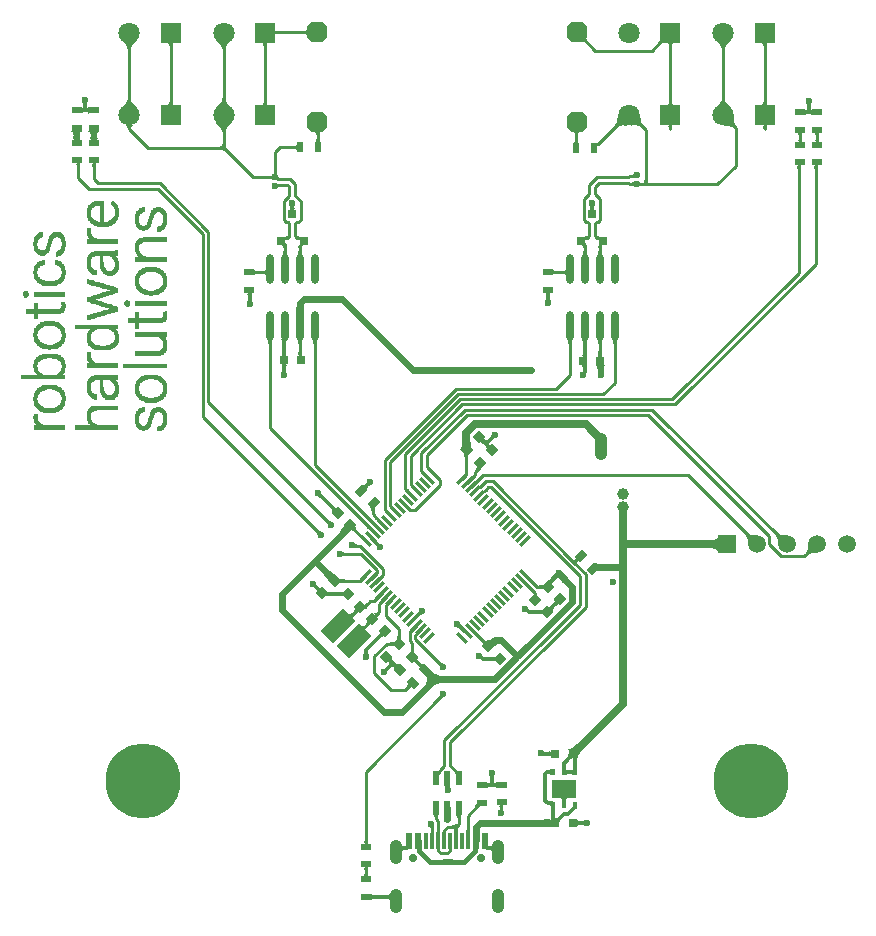
<source format=gtl>
G04*
G04 #@! TF.GenerationSoftware,Altium Limited,Altium Designer,24.4.1 (13)*
G04*
G04 Layer_Physical_Order=1*
G04 Layer_Color=255*
%FSLAX25Y25*%
%MOIN*%
G70*
G04*
G04 #@! TF.SameCoordinates,5E7BF997-DF62-4104-9C69-471CFA1744A1*
G04*
G04*
G04 #@! TF.FilePolarity,Positive*
G04*
G01*
G75*
%ADD14C,0.01000*%
%ADD16C,0.00200*%
%ADD17R,0.03150X0.03150*%
%ADD18R,0.02362X0.05709*%
%ADD19R,0.01181X0.05709*%
%ADD20R,0.03543X0.02362*%
G04:AMPARAMS|DCode=21|XSize=47.64mil|YSize=23.23mil|CornerRadius=2.9mil|HoleSize=0mil|Usage=FLASHONLY|Rotation=270.000|XOffset=0mil|YOffset=0mil|HoleType=Round|Shape=RoundedRectangle|*
%AMROUNDEDRECTD21*
21,1,0.04764,0.01742,0,0,270.0*
21,1,0.04183,0.02323,0,0,270.0*
1,1,0.00581,-0.00871,-0.02092*
1,1,0.00581,-0.00871,0.02092*
1,1,0.00581,0.00871,0.02092*
1,1,0.00581,0.00871,-0.02092*
%
%ADD21ROUNDEDRECTD21*%
G04:AMPARAMS|DCode=22|XSize=23.62mil|YSize=35.43mil|CornerRadius=0mil|HoleSize=0mil|Usage=FLASHONLY|Rotation=135.000|XOffset=0mil|YOffset=0mil|HoleType=Round|Shape=Rectangle|*
%AMROTATEDRECTD22*
4,1,4,0.02088,0.00418,-0.00418,-0.02088,-0.02088,-0.00418,0.00418,0.02088,0.02088,0.00418,0.0*
%
%ADD22ROTATEDRECTD22*%

%ADD23P,0.04454X4X180.0*%
%ADD24P,0.04454X4X90.0*%
G04:AMPARAMS|DCode=25|XSize=23.62mil|YSize=35.43mil|CornerRadius=0mil|HoleSize=0mil|Usage=FLASHONLY|Rotation=45.000|XOffset=0mil|YOffset=0mil|HoleType=Round|Shape=Rectangle|*
%AMROTATEDRECTD25*
4,1,4,0.00418,-0.02088,-0.02088,0.00418,-0.00418,0.02088,0.02088,-0.00418,0.00418,-0.02088,0.0*
%
%ADD25ROTATEDRECTD25*%

G04:AMPARAMS|DCode=26|XSize=47mil|YSize=12mil|CornerRadius=0mil|HoleSize=0mil|Usage=FLASHONLY|Rotation=45.000|XOffset=0mil|YOffset=0mil|HoleType=Round|Shape=Rectangle|*
%AMROTATEDRECTD26*
4,1,4,-0.01237,-0.02086,-0.02086,-0.01237,0.01237,0.02086,0.02086,0.01237,-0.01237,-0.02086,0.0*
%
%ADD26ROTATEDRECTD26*%

G04:AMPARAMS|DCode=27|XSize=47mil|YSize=12mil|CornerRadius=0mil|HoleSize=0mil|Usage=FLASHONLY|Rotation=135.000|XOffset=0mil|YOffset=0mil|HoleType=Round|Shape=Rectangle|*
%AMROTATEDRECTD27*
4,1,4,0.02086,-0.01237,0.01237,-0.02086,-0.02086,0.01237,-0.01237,0.02086,0.02086,-0.01237,0.0*
%
%ADD27ROTATEDRECTD27*%

%ADD28O,0.02756X0.09843*%
%ADD29R,0.03000X0.03000*%
%ADD30R,0.02362X0.03543*%
G04:AMPARAMS|DCode=31|XSize=59.06mil|YSize=106.3mil|CornerRadius=0mil|HoleSize=0mil|Usage=FLASHONLY|Rotation=135.000|XOffset=0mil|YOffset=0mil|HoleType=Round|Shape=Rectangle|*
%AMROTATEDRECTD31*
4,1,4,0.05846,0.01670,-0.01670,-0.05846,-0.05846,-0.01670,0.01670,0.05846,0.05846,0.01670,0.0*
%
%ADD31ROTATEDRECTD31*%

%ADD56R,0.08268X0.06299*%
%ADD57R,0.01378X0.02362*%
%ADD58C,0.01181*%
%ADD59C,0.02756*%
%ADD60C,0.02362*%
%ADD61C,0.03937*%
%ADD62C,0.01968*%
%ADD63C,0.01575*%
%ADD64C,0.07087*%
%ADD65R,0.07087X0.07087*%
G04:AMPARAMS|DCode=66|XSize=66.93mil|YSize=66.93mil|CornerRadius=0mil|HoleSize=0mil|Usage=FLASHONLY|Rotation=0.000|XOffset=0mil|YOffset=0mil|HoleType=Round|Shape=Octagon|*
%AMOCTAGOND66*
4,1,8,0.03347,-0.01673,0.03347,0.01673,0.01673,0.03347,-0.01673,0.03347,-0.03347,0.01673,-0.03347,-0.01673,-0.01673,-0.03347,0.01673,-0.03347,0.03347,-0.01673,0.0*
%
%ADD66OCTAGOND66*%

%ADD67C,0.25000*%
%ADD68O,0.04134X0.08268*%
%ADD69C,0.02756*%
%ADD70R,0.05906X0.05906*%
%ADD71C,0.05906*%
%ADD72C,0.02362*%
%ADD73C,0.03937*%
%ADD74C,0.03500*%
G36*
X98154Y223606D02*
X98144Y223701D01*
X98114Y223786D01*
X98063Y223861D01*
X97992Y223926D01*
X97901Y223981D01*
X97790Y224026D01*
X97658Y224061D01*
X97506Y224086D01*
X97334Y224101D01*
X97142Y224106D01*
Y225106D01*
X97334Y225111D01*
X97506Y225126D01*
X97658Y225151D01*
X97790Y225186D01*
X97901Y225231D01*
X97992Y225286D01*
X98063Y225351D01*
X98114Y225426D01*
X98144Y225511D01*
X98154Y225606D01*
Y223606D01*
D02*
G37*
G36*
X87781Y225511D02*
X87812Y225426D01*
X87862Y225351D01*
X87933Y225286D01*
X88024Y225231D01*
X88136Y225186D01*
X88267Y225151D01*
X88419Y225126D01*
X88591Y225111D01*
X88783Y225106D01*
Y224106D01*
X88591Y224101D01*
X88419Y224086D01*
X88267Y224061D01*
X88136Y224026D01*
X88024Y223981D01*
X87933Y223926D01*
X87862Y223861D01*
X87812Y223786D01*
X87781Y223701D01*
X87771Y223606D01*
Y225606D01*
X87781Y225511D01*
D02*
G37*
G36*
X191407Y222747D02*
X191368Y222665D01*
X191351Y222576D01*
X191355Y222480D01*
X191381Y222377D01*
X191428Y222267D01*
X191496Y222149D01*
X191586Y222024D01*
X191697Y221891D01*
X191829Y221752D01*
X191122Y221045D01*
X190983Y221177D01*
X190850Y221288D01*
X190725Y221378D01*
X190608Y221446D01*
X190497Y221493D01*
X190394Y221519D01*
X190298Y221523D01*
X190209Y221505D01*
X190127Y221467D01*
X190053Y221407D01*
X191467Y222821D01*
X191407Y222747D01*
D02*
G37*
G36*
X217174Y220977D02*
X217096Y221033D01*
X217005Y221061D01*
X216898D01*
X216778Y221033D01*
X216644Y220977D01*
X216495Y220892D01*
X216333Y220779D01*
X216156Y220637D01*
X215760Y220269D01*
X215053Y220977D01*
X215251Y221182D01*
X215562Y221549D01*
X215675Y221712D01*
X215760Y221861D01*
X215817Y221995D01*
X215845Y222115D01*
Y222221D01*
X215817Y222313D01*
X215760Y222391D01*
X217174Y220977D01*
D02*
G37*
G36*
X251692Y220967D02*
X251607Y220937D01*
X251532Y220887D01*
X251467Y220817D01*
X251412Y220727D01*
X251367Y220617D01*
X251332Y220487D01*
X251307Y220337D01*
X251292Y220167D01*
X251287Y219977D01*
X250287D01*
X250282Y220167D01*
X250267Y220337D01*
X250242Y220487D01*
X250207Y220617D01*
X250162Y220727D01*
X250107Y220817D01*
X250042Y220887D01*
X249967Y220937D01*
X249882Y220967D01*
X249787Y220977D01*
X251787D01*
X251692Y220967D01*
D02*
G37*
G36*
X220295D02*
X220210Y220937D01*
X220135Y220887D01*
X220070Y220817D01*
X220015Y220727D01*
X219970Y220617D01*
X219935Y220487D01*
X219910Y220337D01*
X219895Y220167D01*
X219890Y219977D01*
X218890D01*
X218885Y220167D01*
X218870Y220337D01*
X218845Y220487D01*
X218810Y220617D01*
X218765Y220727D01*
X218710Y220817D01*
X218645Y220887D01*
X218570Y220937D01*
X218485Y220967D01*
X218390Y220977D01*
X220390D01*
X220295Y220967D01*
D02*
G37*
G36*
X85157D02*
X85072Y220937D01*
X84997Y220887D01*
X84932Y220817D01*
X84877Y220727D01*
X84832Y220617D01*
X84797Y220487D01*
X84772Y220337D01*
X84757Y220167D01*
X84752Y219977D01*
X83752D01*
X83747Y220167D01*
X83732Y220337D01*
X83707Y220487D01*
X83672Y220617D01*
X83627Y220727D01*
X83572Y220817D01*
X83507Y220887D01*
X83432Y220937D01*
X83347Y220967D01*
X83252Y220977D01*
X85252D01*
X85157Y220967D01*
D02*
G37*
G36*
X53661D02*
X53576Y220937D01*
X53501Y220887D01*
X53436Y220817D01*
X53381Y220727D01*
X53336Y220617D01*
X53301Y220487D01*
X53276Y220337D01*
X53261Y220167D01*
X53256Y219977D01*
X52256D01*
X52251Y220167D01*
X52236Y220337D01*
X52211Y220487D01*
X52176Y220617D01*
X52131Y220727D01*
X52076Y220817D01*
X52011Y220887D01*
X51936Y220937D01*
X51851Y220967D01*
X51756Y220977D01*
X53756D01*
X53661Y220967D01*
D02*
G37*
G36*
X239112Y221597D02*
X238478Y220883D01*
X238221Y220549D01*
X238003Y220231D01*
X237825Y219929D01*
X237686Y219641D01*
X237587Y219370D01*
X237528Y219114D01*
X237508Y218874D01*
X236508D01*
X236488Y219114D01*
X236429Y219370D01*
X236330Y219641D01*
X236191Y219929D01*
X236013Y220231D01*
X235795Y220549D01*
X235538Y220883D01*
X234904Y221597D01*
X234528Y221977D01*
X239488D01*
X239112Y221597D01*
D02*
G37*
G36*
X72576D02*
X71943Y220883D01*
X71685Y220549D01*
X71468Y220231D01*
X71289Y219929D01*
X71151Y219641D01*
X71052Y219370D01*
X70992Y219114D01*
X70972Y218874D01*
X69972D01*
X69953Y219114D01*
X69893Y219370D01*
X69794Y219641D01*
X69656Y219929D01*
X69477Y220231D01*
X69260Y220549D01*
X69002Y220883D01*
X68368Y221597D01*
X67992Y221977D01*
X72953D01*
X72576Y221597D01*
D02*
G37*
G36*
X41080D02*
X40447Y220883D01*
X40189Y220549D01*
X39972Y220231D01*
X39793Y219929D01*
X39655Y219641D01*
X39556Y219370D01*
X39496Y219114D01*
X39476Y218874D01*
X38476D01*
X38457Y219114D01*
X38397Y219370D01*
X38298Y219641D01*
X38159Y219929D01*
X37981Y220231D01*
X37764Y220549D01*
X37506Y220883D01*
X36872Y221597D01*
X36496Y221977D01*
X41457D01*
X41080Y221597D01*
D02*
G37*
G36*
X251292Y201288D02*
X251307Y201116D01*
X251332Y200964D01*
X251367Y200832D01*
X251412Y200721D01*
X251467Y200630D01*
X251532Y200559D01*
X251607Y200509D01*
X251692Y200478D01*
X251787Y200468D01*
X249787D01*
X249882Y200478D01*
X249967Y200509D01*
X250042Y200559D01*
X250107Y200630D01*
X250162Y200721D01*
X250207Y200832D01*
X250242Y200964D01*
X250267Y201116D01*
X250282Y201288D01*
X250287Y201480D01*
X251287D01*
X251292Y201288D01*
D02*
G37*
G36*
X219895D02*
X219910Y201116D01*
X219935Y200964D01*
X219970Y200832D01*
X220015Y200721D01*
X220070Y200630D01*
X220135Y200559D01*
X220210Y200509D01*
X220295Y200478D01*
X220390Y200468D01*
X218390D01*
X218485Y200478D01*
X218570Y200509D01*
X218645Y200559D01*
X218710Y200630D01*
X218765Y200721D01*
X218810Y200832D01*
X218845Y200964D01*
X218870Y201116D01*
X218885Y201288D01*
X218890Y201480D01*
X219890D01*
X219895Y201288D01*
D02*
G37*
G36*
X84757D02*
X84772Y201116D01*
X84797Y200964D01*
X84832Y200832D01*
X84877Y200721D01*
X84932Y200630D01*
X84997Y200559D01*
X85072Y200509D01*
X85157Y200478D01*
X85252Y200468D01*
X83252D01*
X83347Y200478D01*
X83432Y200509D01*
X83507Y200559D01*
X83572Y200630D01*
X83627Y200721D01*
X83672Y200832D01*
X83707Y200964D01*
X83732Y201116D01*
X83747Y201288D01*
X83752Y201480D01*
X84752D01*
X84757Y201288D01*
D02*
G37*
G36*
X53261D02*
X53276Y201116D01*
X53301Y200964D01*
X53336Y200832D01*
X53381Y200721D01*
X53436Y200630D01*
X53501Y200559D01*
X53576Y200509D01*
X53661Y200478D01*
X53756Y200468D01*
X51756D01*
X51851Y200478D01*
X51936Y200509D01*
X52011Y200559D01*
X52076Y200630D01*
X52131Y200721D01*
X52176Y200832D01*
X52211Y200964D01*
X52236Y201116D01*
X52251Y201288D01*
X52256Y201480D01*
X53256D01*
X53261Y201288D01*
D02*
G37*
G36*
X24994Y201075D02*
X24954Y201015D01*
X24919Y200948D01*
X24888Y200872D01*
X24862Y200787D01*
X24841Y200694D01*
X24824Y200593D01*
X24813Y200483D01*
X24803Y200237D01*
X23622D01*
X23620Y200364D01*
X23601Y200593D01*
X23584Y200694D01*
X23563Y200787D01*
X23537Y200872D01*
X23506Y200948D01*
X23471Y201015D01*
X23431Y201075D01*
X23386Y201125D01*
X25039D01*
X24994Y201075D01*
D02*
G37*
G36*
X266333Y200878D02*
X266293Y200819D01*
X266258Y200751D01*
X266227Y200675D01*
X266201Y200590D01*
X266179Y200497D01*
X266163Y200396D01*
X266151Y200286D01*
X266142Y200040D01*
X264961D01*
X264958Y200167D01*
X264939Y200396D01*
X264923Y200497D01*
X264902Y200590D01*
X264876Y200675D01*
X264845Y200751D01*
X264809Y200819D01*
X264769Y200878D01*
X264724Y200928D01*
X266378D01*
X266333Y200878D01*
D02*
G37*
G36*
X237528Y202342D02*
X237587Y202087D01*
X237686Y201815D01*
X237825Y201528D01*
X238003Y201226D01*
X238221Y200907D01*
X238478Y200574D01*
X239112Y199860D01*
X239488Y199479D01*
X234528D01*
X234904Y199860D01*
X235538Y200574D01*
X235795Y200907D01*
X236013Y201226D01*
X236191Y201528D01*
X236330Y201815D01*
X236429Y202087D01*
X236488Y202342D01*
X236508Y202583D01*
X237508D01*
X237528Y202342D01*
D02*
G37*
G36*
X70992D02*
X71052Y202087D01*
X71151Y201815D01*
X71289Y201528D01*
X71468Y201226D01*
X71685Y200907D01*
X71943Y200574D01*
X72576Y199860D01*
X72953Y199479D01*
X67992D01*
X68368Y199860D01*
X69002Y200574D01*
X69260Y200907D01*
X69477Y201226D01*
X69656Y201528D01*
X69794Y201815D01*
X69893Y202087D01*
X69953Y202342D01*
X69972Y202583D01*
X70972D01*
X70992Y202342D01*
D02*
G37*
G36*
X39496D02*
X39556Y202087D01*
X39655Y201815D01*
X39793Y201528D01*
X39972Y201226D01*
X40189Y200907D01*
X40447Y200574D01*
X41080Y199860D01*
X41457Y199479D01*
X36496D01*
X36872Y199860D01*
X37506Y200574D01*
X37764Y200907D01*
X37981Y201226D01*
X38159Y201528D01*
X38298Y201815D01*
X38397Y202087D01*
X38457Y202342D01*
X38476Y202583D01*
X39476D01*
X39496Y202342D01*
D02*
G37*
G36*
X25418Y197527D02*
X25407Y197623D01*
X25373Y197709D01*
X25318Y197784D01*
X25241Y197850D01*
X25141Y197906D01*
X25019Y197951D01*
X24875Y197986D01*
X24709Y198011D01*
X24521Y198027D01*
X24311Y198031D01*
X24103Y198027D01*
X23917Y198011D01*
X23753Y197986D01*
X23610Y197951D01*
X23490Y197906D01*
X23392Y197850D01*
X23315Y197784D01*
X23260Y197709D01*
X23227Y197623D01*
X23216Y197527D01*
Y199717D01*
X23227Y199621D01*
X23260Y199535D01*
X23315Y199460D01*
X23392Y199394D01*
X23490Y199339D01*
X23610Y199293D01*
X23753Y199258D01*
X23917Y199233D01*
X24103Y199218D01*
X24311Y199213D01*
X24521Y199218D01*
X24709Y199233D01*
X24875Y199258D01*
X25019Y199293D01*
X25141Y199339D01*
X25241Y199394D01*
X25318Y199460D01*
X25373Y199535D01*
X25407Y199621D01*
X25418Y199717D01*
Y197527D01*
D02*
G37*
G36*
X266559Y196937D02*
X266548Y197033D01*
X266515Y197118D01*
X266460Y197194D01*
X266382Y197259D01*
X266283Y197315D01*
X266161Y197360D01*
X266017Y197396D01*
X265851Y197421D01*
X265663Y197436D01*
X265453Y197441D01*
X265245Y197436D01*
X265059Y197421D01*
X264895Y197396D01*
X264752Y197360D01*
X264632Y197315D01*
X264533Y197259D01*
X264457Y197194D01*
X264402Y197118D01*
X264369Y197033D01*
X264358Y196937D01*
Y199126D01*
X264369Y199030D01*
X264402Y198945D01*
X264457Y198869D01*
X264533Y198803D01*
X264632Y198748D01*
X264752Y198703D01*
X264895Y198667D01*
X265059Y198642D01*
X265245Y198627D01*
X265453Y198622D01*
X265663Y198627D01*
X265851Y198642D01*
X266017Y198667D01*
X266161Y198703D01*
X266283Y198748D01*
X266382Y198803D01*
X266460Y198869D01*
X266515Y198945D01*
X266548Y199030D01*
X266559Y199126D01*
Y196937D01*
D02*
G37*
G36*
X204990Y193444D02*
X204490Y193508D01*
X203593Y193560D01*
X203195Y193547D01*
X202830Y193508D01*
X202499Y193444D01*
X202202Y193354D01*
X201939Y193239D01*
X201709Y193098D01*
X201512Y192931D01*
X200904Y193737D01*
X201044Y193902D01*
X201176Y194112D01*
X201302Y194367D01*
X201422Y194666D01*
X201534Y195010D01*
X201740Y195832D01*
X201832Y196310D01*
X201997Y197401D01*
X204990Y193444D01*
D02*
G37*
G36*
X209109Y196964D02*
X209555Y195122D01*
X209675Y194778D01*
X209798Y194480D01*
X209924Y194229D01*
X210054Y194025D01*
X210187Y193867D01*
X209608Y193031D01*
X209409Y193200D01*
X209178Y193341D01*
X208915Y193455D01*
X208619Y193540D01*
X208292Y193598D01*
X207932Y193628D01*
X207541Y193630D01*
X207117Y193604D01*
X206661Y193550D01*
X206173Y193468D01*
X209005Y197540D01*
X209109Y196964D01*
D02*
G37*
G36*
X240554Y196378D02*
X240611Y195425D01*
X240665Y195007D01*
X240736Y194628D01*
X240824Y194288D01*
X240929Y193987D01*
X241050Y193725D01*
X241189Y193502D01*
X241345Y193319D01*
X240638Y192612D01*
X240454Y192767D01*
X240231Y192906D01*
X239969Y193028D01*
X239668Y193133D01*
X239328Y193221D01*
X238949Y193292D01*
X238531Y193346D01*
X237578Y193403D01*
X237043Y193406D01*
X240551Y196913D01*
X240554Y196378D01*
D02*
G37*
G36*
X251692Y193407D02*
X251607Y193377D01*
X251532Y193327D01*
X251467Y193257D01*
X251412Y193167D01*
X251367Y193058D01*
X251332Y192928D01*
X251307Y192778D01*
X251292Y192607D01*
X251287Y192418D01*
X250287D01*
X250282Y192607D01*
X250267Y192778D01*
X250242Y192928D01*
X250207Y193058D01*
X250162Y193167D01*
X250107Y193257D01*
X250042Y193327D01*
X249967Y193377D01*
X249882Y193407D01*
X249787Y193418D01*
X251787D01*
X251692Y193407D01*
D02*
G37*
G36*
X220295D02*
X220210Y193377D01*
X220135Y193327D01*
X220070Y193257D01*
X220015Y193167D01*
X219970Y193058D01*
X219935Y192928D01*
X219910Y192778D01*
X219895Y192607D01*
X219890Y192418D01*
X218890D01*
X218885Y192607D01*
X218870Y192778D01*
X218845Y192928D01*
X218810Y193058D01*
X218765Y193167D01*
X218710Y193257D01*
X218645Y193327D01*
X218570Y193377D01*
X218485Y193407D01*
X218390Y193418D01*
X220390D01*
X220295Y193407D01*
D02*
G37*
G36*
X40095Y193573D02*
X39965Y193492D01*
X39850Y193398D01*
X39751Y193288D01*
X39667Y193164D01*
X39599Y193025D01*
X39545Y192871D01*
X39507Y192703D01*
X39484Y192520D01*
X39476Y192323D01*
X38476D01*
X38469Y192520D01*
X38446Y192703D01*
X38408Y192871D01*
X38354Y193025D01*
X38286Y193164D01*
X38202Y193288D01*
X38102Y193398D01*
X37988Y193492D01*
X37858Y193573D01*
X37713Y193638D01*
X40240D01*
X40095Y193573D01*
D02*
G37*
G36*
X72576Y194038D02*
X71943Y193324D01*
X71685Y192990D01*
X71468Y192672D01*
X71289Y192369D01*
X71151Y192083D01*
X71052Y191811D01*
X70992Y191555D01*
X70972Y191315D01*
X69972D01*
X69953Y191555D01*
X69893Y191811D01*
X69794Y192083D01*
X69656Y192369D01*
X69477Y192672D01*
X69260Y192990D01*
X69002Y193324D01*
X68368Y194038D01*
X67992Y194418D01*
X72953D01*
X72576Y194038D01*
D02*
G37*
G36*
X188897Y191274D02*
X188812Y191243D01*
X188737Y191193D01*
X188672Y191122D01*
X188617Y191031D01*
X188572Y190919D01*
X188537Y190788D01*
X188512Y190636D01*
X188497Y190464D01*
X188492Y190272D01*
X187492D01*
X187487Y190464D01*
X187472Y190636D01*
X187447Y190788D01*
X187412Y190919D01*
X187367Y191031D01*
X187312Y191122D01*
X187247Y191193D01*
X187172Y191243D01*
X187087Y191274D01*
X186992Y191284D01*
X188992D01*
X188897Y191274D01*
D02*
G37*
G36*
X102775D02*
X102690Y191243D01*
X102615Y191193D01*
X102550Y191122D01*
X102495Y191031D01*
X102450Y190919D01*
X102415Y190788D01*
X102390Y190636D01*
X102375Y190464D01*
X102370Y190272D01*
X101370D01*
X101365Y190464D01*
X101350Y190636D01*
X101325Y190788D01*
X101290Y190919D01*
X101245Y191031D01*
X101190Y191122D01*
X101125Y191193D01*
X101050Y191243D01*
X100965Y191274D01*
X100870Y191284D01*
X102870D01*
X102775Y191274D01*
D02*
G37*
G36*
X269212Y190959D02*
X269127Y190928D01*
X269052Y190878D01*
X268987Y190807D01*
X268932Y190716D01*
X268887Y190605D01*
X268852Y190473D01*
X268827Y190321D01*
X268812Y190149D01*
X268807Y189957D01*
X267807D01*
X267802Y190149D01*
X267787Y190321D01*
X267762Y190473D01*
X267727Y190605D01*
X267682Y190716D01*
X267627Y190807D01*
X267562Y190878D01*
X267487Y190928D01*
X267402Y190959D01*
X267307Y190969D01*
X269307D01*
X269212Y190959D01*
D02*
G37*
G36*
X263503D02*
X263418Y190928D01*
X263343Y190878D01*
X263278Y190807D01*
X263223Y190716D01*
X263178Y190605D01*
X263143Y190473D01*
X263118Y190321D01*
X263103Y190149D01*
X263098Y189957D01*
X262098D01*
X262093Y190149D01*
X262078Y190321D01*
X262053Y190473D01*
X262018Y190605D01*
X261973Y190716D01*
X261918Y190807D01*
X261853Y190878D01*
X261778Y190928D01*
X261693Y190959D01*
X261598Y190969D01*
X263598D01*
X263503Y190959D01*
D02*
G37*
G36*
X28778Y191528D02*
X28646Y191469D01*
X28530Y191370D01*
X28429Y191233D01*
X28343Y191055D01*
X28274Y190839D01*
X28219Y190583D01*
X28183Y190303D01*
X28219Y189929D01*
X28274Y189673D01*
X28343Y189456D01*
X28429Y189279D01*
X28530Y189142D01*
X28646Y189043D01*
X28778Y188984D01*
X28925Y188964D01*
X25406D01*
X25553Y188984D01*
X25685Y189043D01*
X25801Y189142D01*
X25902Y189279D01*
X25987Y189456D01*
X26057Y189673D01*
X26111Y189929D01*
X26148Y190209D01*
X26111Y190583D01*
X26057Y190839D01*
X25987Y191055D01*
X25902Y191233D01*
X25801Y191370D01*
X25685Y191469D01*
X25553Y191528D01*
X25406Y191547D01*
X28925D01*
X28778Y191528D01*
D02*
G37*
G36*
X23069D02*
X22937Y191469D01*
X22821Y191370D01*
X22720Y191233D01*
X22635Y191055D01*
X22565Y190839D01*
X22511Y190583D01*
X22474Y190303D01*
X22511Y189929D01*
X22565Y189673D01*
X22635Y189456D01*
X22720Y189279D01*
X22821Y189142D01*
X22937Y189043D01*
X23069Y188984D01*
X23216Y188964D01*
X19697D01*
X19844Y188984D01*
X19976Y189043D01*
X20092Y189142D01*
X20193Y189279D01*
X20279Y189456D01*
X20348Y189673D01*
X20403Y189929D01*
X20439Y190209D01*
X20403Y190583D01*
X20348Y190839D01*
X20279Y191055D01*
X20193Y191233D01*
X20092Y191370D01*
X19976Y191469D01*
X19844Y191528D01*
X19697Y191547D01*
X23216D01*
X23069Y191528D01*
D02*
G37*
G36*
X268812Y189181D02*
X268827Y189009D01*
X268852Y188858D01*
X268887Y188726D01*
X268932Y188615D01*
X268987Y188524D01*
X269052Y188453D01*
X269127Y188402D01*
X269212Y188372D01*
X269307Y188362D01*
X267307D01*
X267402Y188372D01*
X267487Y188402D01*
X267562Y188453D01*
X267627Y188524D01*
X267682Y188615D01*
X267727Y188726D01*
X267762Y188858D01*
X267787Y189009D01*
X267802Y189181D01*
X267807Y189374D01*
X268807D01*
X268812Y189181D01*
D02*
G37*
G36*
X263103D02*
X263118Y189009D01*
X263143Y188858D01*
X263178Y188726D01*
X263223Y188615D01*
X263278Y188524D01*
X263343Y188453D01*
X263418Y188402D01*
X263503Y188372D01*
X263598Y188362D01*
X261598D01*
X261693Y188372D01*
X261778Y188402D01*
X261853Y188453D01*
X261918Y188524D01*
X261973Y188615D01*
X262018Y188726D01*
X262053Y188858D01*
X262078Y189009D01*
X262093Y189181D01*
X262098Y189374D01*
X263098D01*
X263103Y189181D01*
D02*
G37*
G36*
X102375Y188889D02*
X102390Y188719D01*
X102415Y188569D01*
X102450Y188439D01*
X102495Y188329D01*
X102550Y188239D01*
X102615Y188169D01*
X102690Y188119D01*
X102775Y188089D01*
X102870Y188078D01*
X100870D01*
X100965Y188089D01*
X101050Y188119D01*
X101125Y188169D01*
X101190Y188239D01*
X101245Y188329D01*
X101290Y188439D01*
X101325Y188569D01*
X101350Y188719D01*
X101365Y188889D01*
X101370Y189078D01*
X102370D01*
X102375Y188889D01*
D02*
G37*
G36*
X188497Y188591D02*
X188512Y188419D01*
X188537Y188267D01*
X188572Y188136D01*
X188617Y188024D01*
X188672Y187933D01*
X188737Y187862D01*
X188812Y187812D01*
X188897Y187781D01*
X188992Y187771D01*
X186992D01*
X187087Y187781D01*
X187172Y187812D01*
X187247Y187862D01*
X187312Y187933D01*
X187367Y188024D01*
X187412Y188136D01*
X187447Y188267D01*
X187472Y188419D01*
X187487Y188591D01*
X187492Y188783D01*
X188492D01*
X188497Y188591D01*
D02*
G37*
G36*
X94807Y185319D02*
X94797Y185414D01*
X94767Y185499D01*
X94716Y185574D01*
X94646Y185639D01*
X94555Y185694D01*
X94443Y185739D01*
X94312Y185774D01*
X94160Y185799D01*
X93988Y185814D01*
X93796Y185819D01*
Y186819D01*
X93988Y186824D01*
X94160Y186839D01*
X94312Y186864D01*
X94443Y186899D01*
X94555Y186944D01*
X94646Y186999D01*
X94716Y187064D01*
X94767Y187139D01*
X94797Y187224D01*
X94807Y187319D01*
Y185319D01*
D02*
G37*
G36*
X70972Y187231D02*
X70979Y187034D01*
X71001Y186842D01*
X71036Y186657D01*
X71086Y186478D01*
X71149Y186304D01*
X71227Y186136D01*
X71319Y185974D01*
X71425Y185818D01*
X71545Y185668D01*
X71680Y185524D01*
X70972Y184817D01*
X70828Y184951D01*
X70678Y185071D01*
X70522Y185177D01*
X70360Y185269D01*
X70192Y185347D01*
X70019Y185410D01*
X69839Y185460D01*
X69654Y185495D01*
X69462Y185517D01*
X69265Y185524D01*
X68972Y186524D01*
X69162Y186534D01*
X69332Y186564D01*
X69482Y186614D01*
X69612Y186684D01*
X69722Y186774D01*
X69812Y186884D01*
X69882Y187014D01*
X69932Y187164D01*
X69962Y187334D01*
X69972Y187524D01*
X70972Y187231D01*
D02*
G37*
G36*
X28070Y180723D02*
X27985Y180692D01*
X27910Y180642D01*
X27845Y180571D01*
X27790Y180480D01*
X27745Y180368D01*
X27710Y180237D01*
X27685Y180085D01*
X27670Y179913D01*
X27665Y179721D01*
X26665D01*
X26660Y179913D01*
X26645Y180085D01*
X26620Y180237D01*
X26585Y180368D01*
X26540Y180480D01*
X26485Y180571D01*
X26420Y180642D01*
X26345Y180692D01*
X26260Y180723D01*
X26165Y180733D01*
X28165D01*
X28070Y180723D01*
D02*
G37*
G36*
X22862D02*
X22777Y180692D01*
X22702Y180642D01*
X22637Y180571D01*
X22582Y180480D01*
X22537Y180368D01*
X22502Y180237D01*
X22477Y180085D01*
X22462Y179913D01*
X22457Y179721D01*
X21457D01*
X21452Y179913D01*
X21437Y180085D01*
X21412Y180237D01*
X21377Y180368D01*
X21332Y180480D01*
X21277Y180571D01*
X21212Y180642D01*
X21137Y180692D01*
X21052Y180723D01*
X20957Y180733D01*
X22957D01*
X22862Y180723D01*
D02*
G37*
G36*
X268712Y180132D02*
X268627Y180102D01*
X268552Y180051D01*
X268487Y179980D01*
X268432Y179889D01*
X268387Y179778D01*
X268352Y179646D01*
X268327Y179494D01*
X268312Y179322D01*
X268307Y179130D01*
X267307D01*
X267302Y179322D01*
X267287Y179494D01*
X267262Y179646D01*
X267227Y179778D01*
X267182Y179889D01*
X267127Y179980D01*
X267062Y180051D01*
X266987Y180102D01*
X266902Y180132D01*
X266807Y180142D01*
X268807D01*
X268712Y180132D01*
D02*
G37*
G36*
X263003D02*
X262918Y180102D01*
X262843Y180051D01*
X262778Y179980D01*
X262723Y179889D01*
X262678Y179778D01*
X262643Y179646D01*
X262618Y179494D01*
X262603Y179322D01*
X262598Y179130D01*
X261598D01*
X261593Y179322D01*
X261578Y179494D01*
X261553Y179646D01*
X261518Y179778D01*
X261473Y179889D01*
X261418Y179980D01*
X261353Y180051D01*
X261278Y180102D01*
X261193Y180132D01*
X261098Y180142D01*
X263098D01*
X263003Y180132D01*
D02*
G37*
G36*
X88200Y178037D02*
X88210Y177922D01*
X88226Y177814D01*
X88249Y177712D01*
X88279Y177615D01*
X88314Y177525D01*
X88357Y177440D01*
X88406Y177361D01*
X88462Y177288D01*
X88524Y177221D01*
X86870D01*
X86932Y177288D01*
X86988Y177361D01*
X87037Y177440D01*
X87079Y177525D01*
X87115Y177615D01*
X87145Y177712D01*
X87167Y177814D01*
X87184Y177922D01*
X87194Y178037D01*
X87197Y178157D01*
X88197D01*
X88200Y178037D01*
D02*
G37*
G36*
X207628Y175952D02*
X207553Y175996D01*
X207474Y176036D01*
X207389Y176071D01*
X207299Y176101D01*
X207205Y176126D01*
X207105Y176147D01*
X207000Y176163D01*
X206775Y176182D01*
X206656Y176184D01*
X206402Y177184D01*
X206524Y177188D01*
X206637Y177199D01*
X206742Y177218D01*
X206840Y177245D01*
X206930Y177279D01*
X207012Y177321D01*
X207086Y177371D01*
X207153Y177428D01*
X207212Y177493D01*
X207263Y177565D01*
X207628Y175952D01*
D02*
G37*
G36*
X86910Y175497D02*
X86840Y175554D01*
X86764Y175606D01*
X86682Y175651D01*
X86595Y175690D01*
X86503Y175724D01*
X86405Y175751D01*
X86302Y175772D01*
X86193Y175787D01*
X86078Y175796D01*
X85959Y175799D01*
X85885Y176799D01*
X86005Y176803D01*
X86119Y176813D01*
X86226Y176830D01*
X86328Y176855D01*
X86422Y176886D01*
X86511Y176924D01*
X86593Y176970D01*
X86668Y177022D01*
X86737Y177081D01*
X86800Y177147D01*
X86910Y175497D01*
D02*
G37*
G36*
X211731Y175184D02*
X211760Y175014D01*
X211810Y174864D01*
X211880Y174734D01*
X211970Y174624D01*
X212081Y174534D01*
X212210Y174464D01*
X212361Y174414D01*
X212530Y174384D01*
X212720Y174374D01*
Y174374D01*
D01*
X212720D01*
X212221Y173374D01*
X211221D01*
X210046Y174157D01*
Y173374D01*
X209926Y173371D01*
X209812Y173361D01*
X209704Y173345D01*
X209602Y173322D01*
X209505Y173292D01*
X209415Y173256D01*
X209330Y173214D01*
X209251Y173165D01*
X209178Y173109D01*
X209111Y173047D01*
Y174701D01*
X209178Y174639D01*
X209251Y174583D01*
X209330Y174534D01*
X209415Y174492D01*
X209505Y174456D01*
X209602Y174426D01*
X209704Y174403D01*
X209812Y174387D01*
X209872Y174382D01*
X209910Y174384D01*
X210081Y174414D01*
X210230Y174464D01*
X210361Y174534D01*
X210471Y174624D01*
X210560Y174734D01*
X210630Y174864D01*
X210681Y175014D01*
X210711Y175184D01*
X210720Y175374D01*
X210720D01*
Y175374D01*
X211720D01*
X211731Y175184D01*
D02*
G37*
G36*
X207263Y173254D02*
X207212Y173326D01*
X207153Y173391D01*
X207086Y173448D01*
X207012Y173497D01*
X206930Y173539D01*
X206840Y173574D01*
X206742Y173600D01*
X206637Y173619D01*
X206524Y173631D01*
X206402Y173635D01*
X206656Y174635D01*
X206775Y174637D01*
X207000Y174655D01*
X207105Y174672D01*
X207205Y174693D01*
X207299Y174718D01*
X207389Y174748D01*
X207474Y174783D01*
X207553Y174822D01*
X207628Y174866D01*
X207263Y173254D01*
D02*
G37*
G36*
X194155Y166902D02*
X194105Y166855D01*
X194061Y166798D01*
X194021Y166733D01*
X193987Y166659D01*
X193958Y166577D01*
X193935Y166485D01*
X193919Y166398D01*
X193946Y166234D01*
X193987Y166079D01*
X194040Y165947D01*
X194105Y165840D01*
X194182Y165757D01*
X194271Y165697D01*
X194371Y165661D01*
X194483Y165649D01*
X192121D01*
X192233Y165661D01*
X192334Y165697D01*
X192422Y165757D01*
X192499Y165840D01*
X192564Y165947D01*
X192617Y166079D01*
X192658Y166234D01*
X192688Y166413D01*
X192695Y166489D01*
X192693Y166508D01*
X192679Y166610D01*
X192661Y166704D01*
X192638Y166789D01*
X192612Y166867D01*
X192581Y166935D01*
X192547Y166995D01*
X192508Y167047D01*
X194155Y166902D01*
D02*
G37*
G36*
X94187Y166921D02*
X94147Y166862D01*
X94112Y166794D01*
X94081Y166718D01*
X94055Y166634D01*
X94034Y166541D01*
X94017Y166439D01*
X94020Y166413D01*
X94049Y166234D01*
X94090Y166079D01*
X94144Y165947D01*
X94209Y165840D01*
X94285Y165757D01*
X94374Y165697D01*
X94474Y165661D01*
X94587Y165649D01*
X92224D01*
X92337Y165661D01*
X92437Y165697D01*
X92526Y165757D01*
X92602Y165840D01*
X92667Y165947D01*
X92721Y166079D01*
X92762Y166234D01*
X92791Y166413D01*
X92794Y166439D01*
X92777Y166541D01*
X92756Y166634D01*
X92730Y166718D01*
X92699Y166794D01*
X92664Y166862D01*
X92624Y166921D01*
X92579Y166972D01*
X94232D01*
X94187Y166921D01*
D02*
G37*
G36*
X195461Y156661D02*
X195473Y155497D01*
X195466Y155531D01*
X195445Y155561D01*
X195410Y155587D01*
X195362Y155610D01*
X195300Y155629D01*
X195224Y155645D01*
X195135Y155657D01*
X194915Y155672D01*
X194785Y155673D01*
Y156673D01*
X195461Y156661D01*
D02*
G37*
G36*
X191613Y155673D02*
X191484Y155672D01*
X191180Y155645D01*
X191106Y155629D01*
X191045Y155610D01*
X190998Y155587D01*
X190964Y155561D01*
X190944Y155531D01*
X190937Y155497D01*
Y156661D01*
X190944Y156664D01*
X190964Y156666D01*
X191045Y156669D01*
X191613Y156673D01*
Y155673D01*
D02*
G37*
G36*
X95667Y156661D02*
X95679Y155497D01*
X95672Y155531D01*
X95651Y155561D01*
X95617Y155587D01*
X95569Y155610D01*
X95507Y155629D01*
X95431Y155645D01*
X95341Y155657D01*
X95122Y155672D01*
X94991Y155673D01*
Y156673D01*
X95667Y156661D01*
D02*
G37*
G36*
X91820Y155673D02*
X91691Y155672D01*
X91387Y155645D01*
X91313Y155629D01*
X91252Y155610D01*
X91204Y155587D01*
X91171Y155561D01*
X91150Y155531D01*
X91144Y155497D01*
Y156661D01*
X91150Y156664D01*
X91171Y156666D01*
X91252Y156669D01*
X91820Y156673D01*
Y155673D01*
D02*
G37*
G36*
X196712Y153686D02*
X196627Y153655D01*
X196552Y153604D01*
X196487Y153533D01*
X196432Y153442D01*
X196387Y153331D01*
X196352Y153200D01*
X196327Y153048D01*
X196312Y152877D01*
X196307Y152685D01*
X195307D01*
X195461Y153685D01*
X196807Y153697D01*
X196712Y153686D01*
D02*
G37*
G36*
X190937Y153685D02*
X191307Y152685D01*
X190307D01*
X190302Y152876D01*
X190287Y153048D01*
X190262Y153199D01*
X190227Y153330D01*
X190182Y153442D01*
X190127Y153533D01*
X190062Y153604D01*
X189987Y153655D01*
X189902Y153686D01*
X189807Y153697D01*
X190937Y153685D01*
D02*
G37*
G36*
X96712Y153686D02*
X96627Y153655D01*
X96552Y153604D01*
X96487Y153533D01*
X96432Y153442D01*
X96387Y153330D01*
X96352Y153199D01*
X96327Y153048D01*
X96312Y152877D01*
X96307Y152685D01*
X95307D01*
X95667Y153685D01*
X96807Y153697D01*
X96712Y153686D01*
D02*
G37*
G36*
X91144Y153685D02*
X91307Y152685D01*
X90307D01*
X90302Y152877D01*
X90287Y153048D01*
X90262Y153200D01*
X90227Y153331D01*
X90182Y153442D01*
X90127Y153533D01*
X90062Y153604D01*
X89987Y153655D01*
X89902Y153686D01*
X89807Y153697D01*
X91144Y153685D01*
D02*
G37*
G36*
X196312Y151427D02*
X196351Y150998D01*
X196386Y150824D01*
X196430Y150677D01*
X196484Y150557D01*
X196547Y150463D01*
X196621Y150396D01*
X196704Y150356D01*
X196798Y150343D01*
X194817D01*
X194910Y150356D01*
X194993Y150396D01*
X195067Y150463D01*
X195130Y150557D01*
X195184Y150677D01*
X195229Y150824D01*
X195263Y150998D01*
X195287Y151199D01*
X195302Y151427D01*
X195307Y151681D01*
X196307D01*
X196312Y151427D01*
D02*
G37*
G36*
X191312D02*
X191351Y150998D01*
X191385Y150824D01*
X191430Y150677D01*
X191484Y150557D01*
X191547Y150463D01*
X191621Y150396D01*
X191704Y150356D01*
X191797Y150343D01*
X189816D01*
X189910Y150356D01*
X189993Y150396D01*
X190067Y150463D01*
X190130Y150557D01*
X190184Y150677D01*
X190228Y150824D01*
X190263Y150998D01*
X190287Y151199D01*
X190302Y151427D01*
X190307Y151681D01*
X191307D01*
X191312Y151427D01*
D02*
G37*
G36*
X96312D02*
X96351Y150998D01*
X96386Y150824D01*
X96430Y150677D01*
X96484Y150557D01*
X96547Y150463D01*
X96621Y150396D01*
X96704Y150356D01*
X96798Y150343D01*
X94817D01*
X94910Y150356D01*
X94993Y150396D01*
X95067Y150463D01*
X95130Y150557D01*
X95184Y150677D01*
X95229Y150824D01*
X95263Y150998D01*
X95288Y151199D01*
X95302Y151427D01*
X95307Y151681D01*
X96307D01*
X96312Y151427D01*
D02*
G37*
G36*
X91312D02*
X91351Y150998D01*
X91386Y150824D01*
X91430Y150677D01*
X91484Y150557D01*
X91547Y150463D01*
X91621Y150396D01*
X91704Y150356D01*
X91798Y150343D01*
X89817D01*
X89910Y150356D01*
X89993Y150396D01*
X90067Y150463D01*
X90131Y150557D01*
X90184Y150677D01*
X90229Y150824D01*
X90263Y150998D01*
X90288Y151199D01*
X90302Y151427D01*
X90307Y151681D01*
X91307D01*
X91312Y151427D01*
D02*
G37*
G36*
X184441Y143587D02*
X184431Y143682D01*
X184401Y143767D01*
X184350Y143842D01*
X184279Y143907D01*
X184188Y143962D01*
X184077Y144007D01*
X183945Y144042D01*
X183794Y144067D01*
X183622Y144082D01*
X183429Y144087D01*
Y145087D01*
X183622Y145092D01*
X183794Y145107D01*
X183945Y145132D01*
X184077Y145167D01*
X184188Y145212D01*
X184279Y145267D01*
X184350Y145332D01*
X184401Y145407D01*
X184431Y145492D01*
X184441Y145587D01*
Y143587D01*
D02*
G37*
G36*
X180203Y145492D02*
X180233Y145407D01*
X180284Y145332D01*
X180354Y145267D01*
X180446Y145212D01*
X180557Y145167D01*
X180688Y145132D01*
X180840Y145107D01*
X181012Y145092D01*
X181204Y145087D01*
Y144087D01*
X181012Y144082D01*
X180840Y144067D01*
X180688Y144042D01*
X180557Y144007D01*
X180446Y143962D01*
X180354Y143907D01*
X180284Y143842D01*
X180233Y143767D01*
X180203Y143682D01*
X180192Y143587D01*
Y145587D01*
X180203Y145492D01*
D02*
G37*
G36*
X84441Y143587D02*
X84431Y143682D01*
X84401Y143767D01*
X84350Y143842D01*
X84279Y143907D01*
X84188Y143962D01*
X84077Y144007D01*
X83946Y144042D01*
X83794Y144067D01*
X83622Y144082D01*
X83429Y144087D01*
Y145087D01*
X83622Y145092D01*
X83794Y145107D01*
X83946Y145132D01*
X84077Y145167D01*
X84188Y145212D01*
X84279Y145267D01*
X84350Y145332D01*
X84401Y145407D01*
X84431Y145492D01*
X84441Y145587D01*
Y143587D01*
D02*
G37*
G36*
X80695Y145492D02*
X80725Y145407D01*
X80776Y145332D01*
X80847Y145267D01*
X80938Y145212D01*
X81049Y145167D01*
X81181Y145132D01*
X81332Y145107D01*
X81504Y145092D01*
X81697Y145087D01*
Y144087D01*
X81504Y144082D01*
X81332Y144067D01*
X81181Y144042D01*
X81049Y144007D01*
X80938Y143962D01*
X80847Y143907D01*
X80776Y143842D01*
X80725Y143767D01*
X80695Y143682D01*
X80685Y143587D01*
Y145587D01*
X80695Y145492D01*
D02*
G37*
G36*
X179711Y137512D02*
X179610Y137476D01*
X179522Y137417D01*
X179445Y137333D01*
X179380Y137226D01*
X179327Y137094D01*
X179285Y136939D01*
X179256Y136760D01*
X179238Y136558D01*
X179232Y136331D01*
X178051D01*
X178045Y136558D01*
X178028Y136760D01*
X177998Y136939D01*
X177957Y137094D01*
X177903Y137226D01*
X177839Y137333D01*
X177762Y137417D01*
X177673Y137476D01*
X177573Y137512D01*
X177461Y137524D01*
X179823D01*
X179711Y137512D01*
D02*
G37*
G36*
X80203D02*
X80102Y137476D01*
X80014Y137417D01*
X79937Y137333D01*
X79872Y137226D01*
X79819Y137094D01*
X79778Y136939D01*
X79748Y136760D01*
X79730Y136558D01*
X79724Y136331D01*
X78543D01*
X78537Y136558D01*
X78520Y136760D01*
X78490Y136939D01*
X78449Y137094D01*
X78396Y137226D01*
X78331Y137333D01*
X78254Y137417D01*
X78165Y137476D01*
X78065Y137512D01*
X77953Y137524D01*
X80315D01*
X80203Y137512D01*
D02*
G37*
G36*
X179235Y135955D02*
X179253Y135726D01*
X179270Y135625D01*
X179291Y135532D01*
X179317Y135447D01*
X179348Y135371D01*
X179384Y135303D01*
X179424Y135244D01*
X179469Y135194D01*
X177815D01*
X177860Y135244D01*
X177900Y135303D01*
X177935Y135371D01*
X177966Y135447D01*
X177992Y135532D01*
X178013Y135625D01*
X178030Y135726D01*
X178042Y135836D01*
X178051Y136082D01*
X179232D01*
X179235Y135955D01*
D02*
G37*
G36*
X79727Y135660D02*
X79746Y135431D01*
X79762Y135329D01*
X79783Y135236D01*
X79809Y135152D01*
X79840Y135076D01*
X79876Y135008D01*
X79916Y134949D01*
X79961Y134899D01*
X78307D01*
X78352Y134949D01*
X78392Y135008D01*
X78428Y135076D01*
X78458Y135152D01*
X78484Y135236D01*
X78505Y135329D01*
X78522Y135431D01*
X78534Y135541D01*
X78543Y135787D01*
X79724D01*
X79727Y135660D01*
D02*
G37*
G36*
X97138Y130475D02*
X94476D01*
X94505Y130567D01*
X94530Y130699D01*
X94553Y130870D01*
X94589Y131333D01*
X94626Y133185D01*
X96988D01*
X97138Y130475D01*
D02*
G37*
G36*
X96579Y125654D02*
X96522Y125529D01*
X96472Y125365D01*
X96428Y125163D01*
X96391Y124923D01*
X96337Y124326D01*
X96311Y123576D01*
X96307Y123143D01*
X95307D01*
X95304Y123576D01*
X95186Y125163D01*
X95143Y125365D01*
X95092Y125529D01*
X95035Y125654D01*
X94971Y125740D01*
X96643D01*
X96579Y125654D01*
D02*
G37*
G36*
X201704Y122085D02*
X201621Y122045D01*
X201547Y121978D01*
X201484Y121884D01*
X201430Y121764D01*
X201385Y121616D01*
X201351Y121442D01*
X201327Y121242D01*
X201312Y121014D01*
X201307Y120760D01*
X200307D01*
X200302Y121014D01*
X200263Y121442D01*
X200229Y121616D01*
X200184Y121764D01*
X200130Y121884D01*
X200067Y121978D01*
X199993Y122045D01*
X199910Y122085D01*
X199817Y122098D01*
X201798D01*
X201704Y122085D01*
D02*
G37*
G36*
X196704D02*
X196621Y122045D01*
X196547Y121978D01*
X196484Y121884D01*
X196430Y121764D01*
X196386Y121616D01*
X196351Y121442D01*
X196327Y121242D01*
X196312Y121014D01*
X196307Y120760D01*
X195307D01*
X195302Y121014D01*
X195263Y121442D01*
X195229Y121616D01*
X195184Y121764D01*
X195130Y121884D01*
X195067Y121978D01*
X194993Y122045D01*
X194910Y122085D01*
X194817Y122098D01*
X196798D01*
X196704Y122085D01*
D02*
G37*
G36*
X186704D02*
X186621Y122045D01*
X186547Y121978D01*
X186484Y121884D01*
X186430Y121764D01*
X186386Y121616D01*
X186351Y121442D01*
X186327Y121242D01*
X186312Y121014D01*
X186307Y120760D01*
X185307D01*
X185302Y121014D01*
X185263Y121442D01*
X185229Y121616D01*
X185184Y121764D01*
X185130Y121884D01*
X185067Y121978D01*
X184993Y122045D01*
X184910Y122085D01*
X184817Y122098D01*
X186797D01*
X186704Y122085D01*
D02*
G37*
G36*
X101704D02*
X101621Y122045D01*
X101547Y121978D01*
X101484Y121884D01*
X101430Y121764D01*
X101386Y121616D01*
X101351Y121442D01*
X101327Y121242D01*
X101312Y121014D01*
X101307Y120760D01*
X100307D01*
X100302Y121014D01*
X100263Y121442D01*
X100229Y121616D01*
X100185Y121764D01*
X100130Y121884D01*
X100067Y121978D01*
X99993Y122045D01*
X99910Y122085D01*
X99817Y122098D01*
X101798D01*
X101704Y122085D01*
D02*
G37*
G36*
X96704D02*
X96621Y122045D01*
X96547Y121978D01*
X96484Y121884D01*
X96430Y121764D01*
X96386Y121616D01*
X96351Y121442D01*
X96327Y121242D01*
X96312Y121014D01*
X96307Y120760D01*
X95307D01*
X95302Y121014D01*
X95263Y121442D01*
X95229Y121616D01*
X95184Y121764D01*
X95130Y121884D01*
X95067Y121978D01*
X94993Y122045D01*
X94910Y122085D01*
X94817Y122098D01*
X96798D01*
X96704Y122085D01*
D02*
G37*
G36*
X86704D02*
X86621Y122045D01*
X86547Y121978D01*
X86484Y121884D01*
X86430Y121764D01*
X86386Y121616D01*
X86351Y121442D01*
X86327Y121242D01*
X86312Y121014D01*
X86307Y120760D01*
X85307D01*
X85302Y121014D01*
X85263Y121442D01*
X85229Y121616D01*
X85185Y121764D01*
X85131Y121884D01*
X85067Y121978D01*
X84993Y122045D01*
X84910Y122085D01*
X84817Y122098D01*
X86798D01*
X86704Y122085D01*
D02*
G37*
G36*
X191868Y122317D02*
X191769Y122266D01*
X191682Y122180D01*
X191607Y122059D01*
X191543Y121905D01*
X191490Y121716D01*
X191450Y121493D01*
X191421Y121235D01*
X191403Y120943D01*
X191398Y120616D01*
X190217D01*
X190211Y120943D01*
X190164Y121493D01*
X190123Y121716D01*
X190071Y121905D01*
X190007Y122059D01*
X189932Y122180D01*
X189845Y122266D01*
X189746Y122317D01*
X189635Y122334D01*
X191979D01*
X191868Y122317D01*
D02*
G37*
G36*
X91802Y122103D02*
X91691Y122099D01*
X91592Y122061D01*
X91505Y121990D01*
X91430Y121884D01*
X91366Y121745D01*
X91313Y121572D01*
X91273Y121365D01*
X91244Y121125D01*
X91226Y120851D01*
X91220Y120543D01*
X90039Y120718D01*
X90035Y120927D01*
X90001Y121314D01*
X89971Y121492D01*
X89933Y121659D01*
X89886Y121817D01*
X89831Y121964D01*
X89767Y122100D01*
X89695Y122227D01*
X89614Y122343D01*
X91802Y122103D01*
D02*
G37*
G36*
X96312Y117725D02*
X96327Y117553D01*
X96352Y117401D01*
X96387Y117270D01*
X96432Y117158D01*
X96487Y117067D01*
X96552Y116996D01*
X96627Y116946D01*
X96712Y116915D01*
X96807Y116905D01*
X94807D01*
X94902Y116915D01*
X94987Y116946D01*
X95062Y116996D01*
X95127Y117067D01*
X95182Y117158D01*
X95227Y117270D01*
X95262Y117401D01*
X95287Y117553D01*
X95302Y117725D01*
X95307Y117917D01*
X96307D01*
X96312Y117725D01*
D02*
G37*
G36*
X91226Y117871D02*
X91244Y117669D01*
X91274Y117490D01*
X91315Y117335D01*
X91368Y117203D01*
X91433Y117096D01*
X91510Y117013D01*
X91598Y116953D01*
X91699Y116917D01*
X91811Y116905D01*
X89449D01*
X89561Y116917D01*
X89661Y116953D01*
X89750Y117013D01*
X89827Y117096D01*
X89892Y117203D01*
X89945Y117335D01*
X89986Y117490D01*
X90016Y117669D01*
X90034Y117871D01*
X90039Y118098D01*
X91220D01*
X91226Y117871D01*
D02*
G37*
G36*
X191401Y117677D02*
X191427Y117299D01*
X191449Y117146D01*
X191478Y117016D01*
X191514Y116909D01*
X191556Y116827D01*
X191604Y116768D01*
X191659Y116732D01*
X191720Y116720D01*
X189626Y116708D01*
X189738Y116721D01*
X189839Y116757D01*
X189927Y116817D01*
X190004Y116901D01*
X190069Y117008D01*
X190122Y117139D01*
X190163Y117294D01*
X190193Y117473D01*
X190211Y117675D01*
X190217Y117901D01*
X191398D01*
X191401Y117677D01*
D02*
G37*
G36*
X196309Y117862D02*
X196350Y117215D01*
X196352Y117204D01*
X196387Y117073D01*
X196432Y116961D01*
X196487Y116870D01*
X196552Y116799D01*
X196627Y116749D01*
X196712Y116718D01*
X196807Y116708D01*
X196382D01*
X196403Y116383D01*
X196433Y116257D01*
X196466Y116166D01*
X196503Y116109D01*
X195111D01*
X195148Y116166D01*
X195181Y116257D01*
X195211Y116383D01*
X195236Y116543D01*
X195252Y116708D01*
X194807D01*
X194902Y116718D01*
X194987Y116749D01*
X195062Y116799D01*
X195127Y116870D01*
X195182Y116961D01*
X195227Y117073D01*
X195262Y117204D01*
X195287Y117356D01*
X195289Y117381D01*
X195305Y117862D01*
X195307Y118230D01*
X196307D01*
X196309Y117862D01*
D02*
G37*
G36*
X91699Y113780D02*
X91598Y113744D01*
X91510Y113685D01*
X91433Y113602D01*
X91368Y113496D01*
X91315Y113366D01*
X91274Y113213D01*
X91244Y113036D01*
X91226Y112835D01*
X91220Y112610D01*
X90039D01*
X90034Y112835D01*
X90016Y113036D01*
X89986Y113213D01*
X89945Y113366D01*
X89892Y113496D01*
X89827Y113602D01*
X89750Y113685D01*
X89661Y113744D01*
X89561Y113780D01*
X89449Y113792D01*
X91811D01*
X91699Y113780D01*
D02*
G37*
G36*
X191659Y113583D02*
X191604Y113547D01*
X191556Y113488D01*
X191514Y113406D01*
X191478Y113299D01*
X191449Y113170D01*
X191427Y113016D01*
X191411Y112839D01*
X191398Y112414D01*
X190217D01*
X190211Y112638D01*
X190193Y112839D01*
X190163Y113016D01*
X190122Y113170D01*
X190069Y113299D01*
X190004Y113406D01*
X189927Y113488D01*
X189839Y113547D01*
X189738Y113583D01*
X189626Y113595D01*
X191720D01*
X191659Y113583D01*
D02*
G37*
G36*
X197525Y113575D02*
X197435Y113516D01*
X197356Y113417D01*
X197287Y113280D01*
X197229Y113102D01*
X197181Y112886D01*
X197144Y112630D01*
X197118Y112335D01*
X197097Y111626D01*
X195128D01*
X195122Y112000D01*
X195071Y112630D01*
X195027Y112886D01*
X194971Y113102D01*
X194902Y113280D01*
X194820Y113417D01*
X194726Y113516D01*
X194620Y113575D01*
X194500Y113595D01*
X197626D01*
X197525Y113575D01*
D02*
G37*
G36*
X91220Y112138D02*
X91222Y112010D01*
X91249Y111677D01*
X91264Y111583D01*
X91284Y111497D01*
X91307Y111421D01*
X91333Y111352D01*
X91363Y111293D01*
X91397Y111241D01*
X89762Y111489D01*
X89815Y111534D01*
X89862Y111588D01*
X89903Y111651D01*
X89939Y111723D01*
X89970Y111804D01*
X89995Y111894D01*
X90014Y111994D01*
X90028Y112102D01*
X90037Y112220D01*
X90039Y112347D01*
X91220Y112138D01*
D02*
G37*
G36*
X191398Y112128D02*
X191293Y110759D01*
X189931Y111592D01*
X189985Y111610D01*
X190034Y111639D01*
X190076Y111681D01*
X190114Y111736D01*
X190145Y111802D01*
X190171Y111881D01*
X190191Y111973D01*
X190205Y112077D01*
X190214Y112193D01*
X190217Y112321D01*
X191398Y112128D01*
D02*
G37*
G36*
X157492Y89239D02*
X157446Y89142D01*
X157426Y89038D01*
X157431Y88924D01*
X157461Y88802D01*
X157490Y88734D01*
X157630Y88692D01*
X157797Y88675D01*
X157964Y88692D01*
X158131Y88742D01*
X158298Y88826D01*
X158465Y88943D01*
X158632Y89093D01*
X159467Y88258D01*
X159317Y88091D01*
X159200Y87924D01*
X159116Y87757D01*
X159066Y87590D01*
X159049Y87423D01*
X159066Y87256D01*
X159107Y87120D01*
X159170Y87093D01*
X159291Y87064D01*
X159404Y87060D01*
X159508Y87081D01*
X159604Y87126D01*
X159692Y87198D01*
X159289Y86794D01*
X159317Y86754D01*
X159467Y86587D01*
X159210Y86716D01*
X158022Y85527D01*
X158093Y85615D01*
X158139Y85711D01*
X158159Y85815D01*
X158155Y85928D01*
X158126Y86049D01*
X158072Y86178D01*
X157992Y86316D01*
X157888Y86462D01*
X157759Y86617D01*
X157604Y86780D01*
X158097Y87273D01*
X157797Y87423D01*
X157647Y87723D01*
X157154Y87230D01*
X156989Y87386D01*
X156834Y87517D01*
X156686Y87623D01*
X156547Y87703D01*
X156417Y87758D01*
X156295Y87788D01*
X156182Y87793D01*
X156077Y87773D01*
X155980Y87727D01*
X155893Y87656D01*
X157084Y88848D01*
X156961Y89093D01*
X157129Y88943D01*
X157158Y88922D01*
X157563Y89327D01*
X157492Y89239D01*
D02*
G37*
G36*
X196261Y90847D02*
X194291Y88877D01*
X194264Y88909D01*
X193846Y89336D01*
X191507Y91681D01*
X193456Y93630D01*
X196261Y90847D01*
D02*
G37*
G36*
X160844Y89275D02*
X160775Y89274D01*
X160704Y89264D01*
X160630Y89245D01*
X160554Y89215D01*
X160475Y89176D01*
X160394Y89127D01*
X160310Y89068D01*
X160223Y89000D01*
X160043Y88834D01*
X159265Y89726D01*
X159353Y89818D01*
X159503Y89992D01*
X159565Y90075D01*
X159617Y90155D01*
X159661Y90232D01*
X159696Y90306D01*
X159721Y90377D01*
X159738Y90445D01*
X159746Y90511D01*
X160844Y89275D01*
D02*
G37*
G36*
X152705Y88605D02*
X152783Y87645D01*
X152851Y87219D01*
X152938Y86829D01*
X153045Y86474D01*
X153171Y86155D01*
X153316Y85872D01*
X153481Y85624D01*
X153665Y85412D01*
X149245D01*
X149377Y85572D01*
X149495Y85772D01*
X149599Y86014D01*
X149690Y86297D01*
X149766Y86622D01*
X149829Y86987D01*
X149912Y87842D01*
X149933Y88332D01*
X149940Y88862D01*
X152696Y89138D01*
X152705Y88605D01*
D02*
G37*
G36*
X152117Y84076D02*
X152285Y84048D01*
X152191Y84048D01*
X152108Y84014D01*
X152034Y83946D01*
X151970Y83846D01*
X151916Y83711D01*
X151872Y83544D01*
X151838Y83343D01*
X151813Y83109D01*
X151793Y82540D01*
X150793Y82364D01*
X150788Y82731D01*
X150715Y83611D01*
X150671Y83830D01*
X150617Y84013D01*
X150553Y84158D01*
X150479Y84266D01*
X150395Y84338D01*
X150302Y84372D01*
X150572Y84328D01*
X150410Y84514D01*
X152500D01*
X152117Y84076D01*
D02*
G37*
G36*
X155786Y78871D02*
X155781Y78863D01*
X155761Y78840D01*
X155447Y78517D01*
X155087Y78156D01*
X154380Y78863D01*
X154512Y79002D01*
X154623Y79134D01*
X154712Y79258D01*
X154780Y79376D01*
X154827Y79486D01*
X154853Y79590D01*
X154857Y79686D01*
X154840Y79775D01*
X154802Y79857D01*
X154742Y79932D01*
X155786Y78871D01*
D02*
G37*
G36*
X137049Y78338D02*
X137588Y77859D01*
X137632Y77833D01*
X137664Y77822D01*
X137683Y77827D01*
X136851Y76995D01*
X136856Y77014D01*
X136846Y77046D01*
X136820Y77091D01*
X136778Y77148D01*
X136721Y77219D01*
X136459Y77508D01*
X136206Y77765D01*
X136914Y78472D01*
X137049Y78338D01*
D02*
G37*
G36*
X151797Y78134D02*
X151823Y77787D01*
X151847Y77634D01*
X151876Y77494D01*
X151913Y77368D01*
X151956Y77254D01*
X152006Y77155D01*
X152062Y77068D01*
X152125Y76995D01*
X150293Y76827D01*
X150388Y76850D01*
X150473Y76902D01*
X150548Y76981D01*
X150613Y77089D01*
X150668Y77225D01*
X150713Y77389D01*
X150748Y77581D01*
X150773Y77802D01*
X150788Y78050D01*
X150793Y78327D01*
X151793D01*
X151797Y78134D01*
D02*
G37*
G36*
X154162Y76373D02*
X154028Y76238D01*
X153549Y75699D01*
X153523Y75654D01*
X153512Y75622D01*
X153517Y75603D01*
X152685Y76435D01*
X152704Y76430D01*
X152736Y76441D01*
X152781Y76467D01*
X152838Y76508D01*
X152909Y76565D01*
X153198Y76828D01*
X153455Y77080D01*
X154162Y76373D01*
D02*
G37*
G36*
X155554Y74981D02*
X155420Y74846D01*
X154941Y74307D01*
X154915Y74262D01*
X154904Y74230D01*
X154909Y74212D01*
X154077Y75043D01*
X154096Y75038D01*
X154128Y75049D01*
X154173Y75075D01*
X154230Y75116D01*
X154301Y75173D01*
X154590Y75436D01*
X154847Y75688D01*
X155554Y74981D01*
D02*
G37*
G36*
X119363Y73622D02*
X119295Y73619D01*
X119225Y73606D01*
X119152Y73584D01*
X119076Y73553D01*
X118998Y73512D01*
X118917Y73462D01*
X118833Y73402D01*
X118747Y73333D01*
X118672Y73263D01*
X118670Y73262D01*
X118540Y73108D01*
X118435Y72962D01*
X118354Y72826D01*
X118298Y72698D01*
X118267Y72579D01*
X118260Y72469D01*
X118278Y72367D01*
X118321Y72275D01*
X118388Y72190D01*
X116729Y73833D01*
X116817Y73763D01*
X116913Y73717D01*
X117018Y73697D01*
X117132Y73702D01*
X117254Y73732D01*
X117384Y73787D01*
X117523Y73868D01*
X117670Y73973D01*
X117826Y74104D01*
X117853Y74129D01*
X117980Y74279D01*
X118041Y74363D01*
X118092Y74444D01*
X118134Y74521D01*
X118166Y74597D01*
X118190Y74669D01*
X118204Y74739D01*
X118209Y74806D01*
X119363Y73622D01*
D02*
G37*
G36*
X131504Y72747D02*
X132022Y72289D01*
X132066Y72264D01*
X132097Y72254D01*
X132115Y72259D01*
X131284Y71428D01*
X131289Y71446D01*
X131279Y71477D01*
X131254Y71520D01*
X131215Y71576D01*
X131161Y71644D01*
X130909Y71922D01*
X130667Y72169D01*
X131374Y72876D01*
X131504Y72747D01*
D02*
G37*
G36*
X102958Y71019D02*
X102973Y70950D01*
X102998Y70878D01*
X103031Y70803D01*
X103073Y70726D01*
X103125Y70645D01*
X103186Y70562D01*
X103335Y70387D01*
X103423Y70296D01*
X102617Y69432D01*
X102525Y69520D01*
X102350Y69667D01*
X102266Y69727D01*
X102185Y69777D01*
X102106Y69817D01*
X102031Y69848D01*
X101957Y69869D01*
X101886Y69881D01*
X101818Y69883D01*
X102953Y71086D01*
X102958Y71019D01*
D02*
G37*
G36*
X120981Y66511D02*
X120896Y66466D01*
X120821Y66391D01*
X120756Y66286D01*
X120701Y66151D01*
X120656Y65986D01*
X120621Y65791D01*
X120596Y65566D01*
X120576Y65026D01*
X119576D01*
X119571Y65311D01*
X119531Y65791D01*
X119496Y65986D01*
X119451Y66151D01*
X119396Y66286D01*
X119331Y66391D01*
X119256Y66466D01*
X119171Y66511D01*
X119076Y66526D01*
X121076D01*
X120981Y66511D01*
D02*
G37*
G36*
X107159Y66568D02*
X107315Y66437D01*
X107463Y66332D01*
X107601Y66251D01*
X107732Y66196D01*
X107854Y66166D01*
X107967Y66161D01*
X108072Y66182D01*
X108168Y66227D01*
X108256Y66298D01*
X106586Y64628D01*
X106657Y64716D01*
X106702Y64812D01*
X106723Y64917D01*
X106718Y65030D01*
X106688Y65152D01*
X106633Y65282D01*
X106552Y65421D01*
X106447Y65569D01*
X106316Y65725D01*
X106160Y65889D01*
X106995Y66724D01*
X107159Y66568D01*
D02*
G37*
G36*
X125155Y65299D02*
X124324Y64468D01*
X124343Y64499D01*
X124346Y64541D01*
X124334Y64593D01*
X124307Y64655D01*
X124264Y64727D01*
X124206Y64809D01*
X124133Y64901D01*
X123940Y65115D01*
X123820Y65238D01*
X124527Y65945D01*
X125155Y65299D01*
D02*
G37*
G36*
X121737Y63027D02*
X122276Y62547D01*
X122321Y62521D01*
X122353Y62511D01*
X122372Y62516D01*
X121540Y61684D01*
X121545Y61703D01*
X121534Y61735D01*
X121508Y61779D01*
X121467Y61837D01*
X121410Y61907D01*
X121147Y62196D01*
X120895Y62453D01*
X121602Y63161D01*
X121737Y63027D01*
D02*
G37*
G36*
X105541Y62021D02*
X105629Y61947D01*
X105717Y61882D01*
X105806Y61826D01*
X105895Y61778D01*
X105984Y61740D01*
X106074Y61710D01*
X106164Y61689D01*
X106255Y61677D01*
X106346Y61673D01*
X105177Y60504D01*
X105174Y60595D01*
X105161Y60686D01*
X105140Y60776D01*
X105111Y60866D01*
X105072Y60956D01*
X105025Y61045D01*
X104968Y61133D01*
X104903Y61221D01*
X104830Y61309D01*
X104747Y61396D01*
X105454Y62103D01*
X105541Y62021D01*
D02*
G37*
G36*
X120345Y61635D02*
X120884Y61155D01*
X120929Y61129D01*
X120961Y61119D01*
X120980Y61124D01*
X120148Y60292D01*
X120153Y60311D01*
X120142Y60343D01*
X120116Y60387D01*
X120075Y60445D01*
X120018Y60515D01*
X119755Y60804D01*
X119503Y61061D01*
X120210Y61769D01*
X120345Y61635D01*
D02*
G37*
G36*
X118953Y60243D02*
X119492Y59764D01*
X119537Y59737D01*
X119569Y59727D01*
X119588Y59732D01*
X118756Y58900D01*
X118761Y58919D01*
X118750Y58951D01*
X118724Y58995D01*
X118683Y59053D01*
X118626Y59124D01*
X118363Y59412D01*
X118111Y59669D01*
X118818Y60377D01*
X118953Y60243D01*
D02*
G37*
G36*
X112718Y58005D02*
X112651Y58039D01*
X112556Y58033D01*
X112433Y57989D01*
X112282Y57906D01*
X112103Y57785D01*
X111895Y57625D01*
X111396Y57189D01*
X110784Y56598D01*
X109114Y58268D01*
X109428Y58589D01*
X110297Y59590D01*
X110417Y59771D01*
X110498Y59924D01*
X110540Y60049D01*
X110544Y60146D01*
X110508Y60215D01*
X112718Y58005D01*
D02*
G37*
G36*
X113915Y60097D02*
X113963Y59968D01*
X114043Y59817D01*
X114155Y59643D01*
X114233Y59537D01*
X114515Y59819D01*
X114455Y59745D01*
X114416Y59663D01*
X114399Y59575D01*
X114403Y59478D01*
X114429Y59375D01*
X114476Y59265D01*
X114532Y59168D01*
X114683Y58987D01*
X115194Y58437D01*
X115498Y58129D01*
X114791Y57422D01*
X114483Y57726D01*
X113643Y58450D01*
X113545Y58491D01*
X113442Y58517D01*
X113346Y58521D01*
X113257Y58504D01*
X113175Y58465D01*
X113101Y58405D01*
X113376Y58680D01*
X113277Y58765D01*
X113103Y58877D01*
X112952Y58957D01*
X112823Y59005D01*
X112717Y59021D01*
X113899Y60203D01*
X113915Y60097D01*
D02*
G37*
G36*
X102086Y58566D02*
X102174Y58492D01*
X102262Y58427D01*
X102351Y58371D01*
X102440Y58324D01*
X102529Y58285D01*
X102619Y58255D01*
X102710Y58234D01*
X102801Y58222D01*
X102892Y58218D01*
X101723Y57049D01*
X101719Y57140D01*
X101707Y57231D01*
X101686Y57322D01*
X101656Y57412D01*
X101617Y57501D01*
X101570Y57590D01*
X101514Y57679D01*
X101449Y57767D01*
X101375Y57854D01*
X101292Y57942D01*
X101999Y58649D01*
X102086Y58566D01*
D02*
G37*
G36*
X116170Y57459D02*
X116709Y56980D01*
X116753Y56954D01*
X116785Y56943D01*
X116804Y56948D01*
X115972Y56116D01*
X115977Y56135D01*
X115966Y56167D01*
X115940Y56212D01*
X115899Y56269D01*
X115842Y56340D01*
X115579Y56629D01*
X115327Y56886D01*
X116034Y57593D01*
X116170Y57459D01*
D02*
G37*
G36*
X255334Y57560D02*
X255525Y57436D01*
X255745Y57327D01*
X255993Y57234D01*
X256272Y57155D01*
X256579Y57091D01*
X256915Y57043D01*
X257676Y56991D01*
X258100Y56988D01*
X255177Y54065D01*
X255174Y54489D01*
X255122Y55250D01*
X255074Y55586D01*
X255010Y55894D01*
X254932Y56172D01*
X254838Y56421D01*
X254729Y56641D01*
X254605Y56831D01*
X254466Y56992D01*
X255173Y57700D01*
X255334Y57560D01*
D02*
G37*
G36*
X245334D02*
X245525Y57436D01*
X245744Y57327D01*
X245993Y57234D01*
X246271Y57155D01*
X246579Y57091D01*
X246915Y57043D01*
X247676Y56991D01*
X248100Y56988D01*
X245177Y54065D01*
X245174Y54489D01*
X245123Y55250D01*
X245074Y55586D01*
X245010Y55894D01*
X244932Y56172D01*
X244838Y56421D01*
X244729Y56641D01*
X244605Y56831D01*
X244466Y56992D01*
X245173Y57700D01*
X245334Y57560D01*
D02*
G37*
G36*
X122021Y54507D02*
X122196Y54358D01*
X122280Y54298D01*
X122360Y54247D01*
X122439Y54206D01*
X122514Y54174D01*
X122587Y54151D01*
X122657Y54138D01*
X122724Y54134D01*
X121555Y52965D01*
X121551Y53032D01*
X121538Y53102D01*
X121515Y53175D01*
X121483Y53250D01*
X121442Y53329D01*
X121391Y53409D01*
X121331Y53493D01*
X121261Y53579D01*
X121094Y53760D01*
X121929Y54595D01*
X122021Y54507D01*
D02*
G37*
G36*
X114245Y54209D02*
X114304Y54145D01*
X114370Y54087D01*
X114445Y54038D01*
X114527Y53996D01*
X114617Y53962D01*
X114714Y53935D01*
X114820Y53916D01*
X114933Y53905D01*
X115054Y53901D01*
X114801Y52901D01*
X114681Y52899D01*
X114456Y52880D01*
X114352Y52864D01*
X114252Y52843D01*
X114157Y52817D01*
X114068Y52787D01*
X113983Y52752D01*
X113904Y52713D01*
X113829Y52669D01*
X114194Y54282D01*
X114245Y54209D01*
D02*
G37*
G36*
X235201Y51279D02*
X235174Y51541D01*
X235090Y51776D01*
X234952Y51982D01*
X234758Y52161D01*
X234509Y52313D01*
X234205Y52437D01*
X233845Y52534D01*
X233430Y52602D01*
X232959Y52644D01*
X232433Y52658D01*
Y55413D01*
X232959Y55427D01*
X233430Y55468D01*
X233845Y55537D01*
X234205Y55634D01*
X234509Y55758D01*
X234758Y55910D01*
X234952Y56089D01*
X235090Y56295D01*
X235174Y56529D01*
X235201Y56791D01*
Y51279D01*
D02*
G37*
G36*
X268100Y51083D02*
X267676Y51080D01*
X266915Y51028D01*
X266579Y50980D01*
X266271Y50916D01*
X265993Y50837D01*
X265744Y50743D01*
X265525Y50634D01*
X265334Y50511D01*
X265173Y50371D01*
X264466Y51078D01*
X264605Y51240D01*
X264729Y51430D01*
X264838Y51650D01*
X264932Y51899D01*
X265010Y52177D01*
X265074Y52484D01*
X265123Y52821D01*
X265174Y53582D01*
X265177Y54006D01*
X268100Y51083D01*
D02*
G37*
G36*
X110261Y51355D02*
X110334Y51300D01*
X110413Y51251D01*
X110497Y51208D01*
X110588Y51172D01*
X110684Y51143D01*
X110787Y51120D01*
X110895Y51104D01*
X111009Y51094D01*
X111129Y51091D01*
Y50091D01*
X111009Y50087D01*
X110895Y50077D01*
X110787Y50061D01*
X110684Y50038D01*
X110588Y50009D01*
X110497Y49973D01*
X110413Y49930D01*
X110334Y49881D01*
X110261Y49826D01*
X110194Y49764D01*
Y51417D01*
X110261Y51355D01*
D02*
G37*
G36*
X188919Y48078D02*
X188845Y48138D01*
X188763Y48177D01*
X188674Y48194D01*
X188578Y48190D01*
X188475Y48164D01*
X188364Y48118D01*
X188247Y48049D01*
X188121Y47960D01*
X187989Y47848D01*
X187850Y47716D01*
X187143Y48423D01*
X187275Y48563D01*
X187386Y48695D01*
X187476Y48820D01*
X187544Y48938D01*
X187591Y49048D01*
X187616Y49152D01*
X187620Y49248D01*
X187603Y49336D01*
X187565Y49418D01*
X187505Y49492D01*
X188919Y48078D01*
D02*
G37*
G36*
X194154Y47826D02*
X194305Y47746D01*
X194494Y47675D01*
X194721Y47614D01*
X194986Y47562D01*
X195288Y47519D01*
X196006Y47463D01*
X196875Y47444D01*
Y45082D01*
X196240Y45070D01*
X195156Y44975D01*
X194708Y44893D01*
X194322Y44786D01*
X193999Y44656D01*
X193739Y44503D01*
X193541Y44326D01*
X193405Y44125D01*
X193332Y43900D01*
X194041Y47916D01*
X194154Y47826D01*
D02*
G37*
G36*
X121819Y44170D02*
X121733Y44082D01*
X121542Y43862D01*
X121501Y43803D01*
X121470Y43751D01*
X121450Y43707D01*
X121442Y43670D01*
X121444Y43640D01*
X121457Y43617D01*
X120671Y44420D01*
X120674Y44426D01*
X120686Y44441D01*
X120738Y44497D01*
X121112Y44877D01*
X121819Y44170D01*
D02*
G37*
G36*
X123539Y42966D02*
X123405Y42831D01*
X122926Y42292D01*
X122900Y42248D01*
X122889Y42216D01*
X122894Y42197D01*
X122063Y43028D01*
X122081Y43024D01*
X122113Y43034D01*
X122158Y43060D01*
X122216Y43102D01*
X122286Y43159D01*
X122575Y43421D01*
X122832Y43673D01*
X123539Y42966D01*
D02*
G37*
G36*
X108726Y42757D02*
X108771Y42672D01*
X108846Y42597D01*
X108951Y42532D01*
X109086Y42477D01*
X109251Y42432D01*
X109306Y42422D01*
X109750Y42382D01*
X110501Y42355D01*
X110934Y42352D01*
Y41352D01*
X110501Y41348D01*
X109172Y41250D01*
X109086Y41227D01*
X108951Y41172D01*
X108846Y41107D01*
X108771Y41032D01*
X108726Y40947D01*
X108711Y40852D01*
Y41187D01*
X108711Y41187D01*
X108547Y41137D01*
X108422Y41080D01*
X108336Y41016D01*
Y42687D01*
X108422Y42624D01*
X108547Y42566D01*
X108711Y42516D01*
X108711Y42516D01*
Y42852D01*
X108726Y42757D01*
D02*
G37*
G36*
X182087Y43307D02*
X181981Y43291D01*
X181852Y43243D01*
X181701Y43163D01*
X181527Y43051D01*
X181331Y42907D01*
X180871Y42523D01*
X180322Y42011D01*
X180057Y41751D01*
X179938Y41626D01*
X179829Y41495D01*
X179741Y41371D01*
X179673Y41255D01*
X179627Y41145D01*
X179603Y41043D01*
X179599Y40947D01*
X179617Y40859D01*
X179656Y40777D01*
X179716Y40703D01*
X178445Y41974D01*
X178492Y41941D01*
X178549Y41927D01*
X178616Y41930D01*
X178692Y41953D01*
X178779Y41993D01*
X178876Y42052D01*
X178983Y42129D01*
X179099Y42225D01*
X179351Y42461D01*
X179610Y42723D01*
X180649Y43929D01*
X180761Y44103D01*
X180841Y44254D01*
X180889Y44383D01*
X180905Y44489D01*
X182087Y43307D01*
D02*
G37*
G36*
X105881Y45148D02*
X106881Y44277D01*
X107061Y44156D01*
X107213Y44074D01*
X107337Y44032D01*
X107433Y44027D01*
X107501Y44062D01*
X105291Y41852D01*
X105326Y41920D01*
X105322Y42016D01*
X105279Y42140D01*
X105197Y42292D01*
X105076Y42472D01*
X104917Y42680D01*
X104481Y43180D01*
X103891Y43792D01*
X105561Y45462D01*
X105881Y45148D01*
D02*
G37*
G36*
X172999Y42487D02*
X173010Y42455D01*
X173036Y42410D01*
X173077Y42353D01*
X173134Y42282D01*
X173397Y41993D01*
X173649Y41737D01*
X172942Y41029D01*
X172807Y41163D01*
X172268Y41642D01*
X172223Y41668D01*
X172191Y41679D01*
X172172Y41674D01*
X173004Y42506D01*
X172999Y42487D01*
D02*
G37*
G36*
X171607Y41095D02*
X171618Y41063D01*
X171644Y41019D01*
X171686Y40961D01*
X171742Y40890D01*
X172005Y40602D01*
X172257Y40345D01*
X171550Y39637D01*
X171415Y39771D01*
X170876Y40250D01*
X170831Y40276D01*
X170800Y40287D01*
X170781Y40282D01*
X171612Y41114D01*
X171607Y41095D01*
D02*
G37*
G36*
X101284Y40767D02*
X101297Y40697D01*
X101320Y40624D01*
X101352Y40549D01*
X101393Y40470D01*
X101444Y40390D01*
X101504Y40306D01*
X101573Y40220D01*
X101740Y40040D01*
X100905Y39204D01*
X100814Y39293D01*
X100639Y39441D01*
X100555Y39501D01*
X100474Y39552D01*
X100396Y39593D01*
X100321Y39625D01*
X100248Y39648D01*
X100178Y39661D01*
X100110Y39665D01*
X101279Y40835D01*
X101284Y40767D01*
D02*
G37*
G36*
X177243Y38772D02*
X177228Y38866D01*
X177183Y38949D01*
X177108Y39023D01*
X177002Y39087D01*
X176866Y39141D01*
X176700Y39185D01*
X176504Y39219D01*
X176278Y39244D01*
X175735Y39264D01*
Y40264D01*
X176021Y40269D01*
X176504Y40308D01*
X176700Y40342D01*
X176866Y40387D01*
X177002Y40441D01*
X177108Y40505D01*
X177183Y40578D01*
X177228Y40662D01*
X177243Y40755D01*
Y38772D01*
D02*
G37*
G36*
X101939Y39849D02*
X102095Y39718D01*
X102242Y39613D01*
X102381Y39532D01*
X102512Y39477D01*
X102634Y39447D01*
X102747Y39442D01*
X102852Y39463D01*
X102948Y39509D01*
X103036Y39579D01*
X101365Y37909D01*
X101436Y37997D01*
X101482Y38093D01*
X101503Y38198D01*
X101498Y38311D01*
X101468Y38433D01*
X101413Y38563D01*
X101332Y38702D01*
X101226Y38850D01*
X101096Y39006D01*
X100939Y39170D01*
X101775Y40005D01*
X101939Y39849D01*
D02*
G37*
G36*
X110740Y36164D02*
X110722Y36276D01*
X110669Y36377D01*
X110581Y36465D01*
X110457Y36542D01*
X110297Y36607D01*
X110102Y36660D01*
X109872Y36701D01*
X109606Y36731D01*
X108968Y36755D01*
Y37936D01*
X109305Y37942D01*
X109872Y37989D01*
X110102Y38030D01*
X110297Y38083D01*
X110457Y38148D01*
X110581Y38225D01*
X110669Y38314D01*
X110722Y38414D01*
X110740Y38526D01*
Y36164D01*
D02*
G37*
G36*
X104673Y38414D02*
X104703Y38314D01*
X104775Y38225D01*
X104889Y38148D01*
X105045Y38083D01*
X105244Y38030D01*
X105484Y37989D01*
X105766Y37959D01*
X106457Y37936D01*
X105795Y36755D01*
X105489Y36749D01*
X104961Y36701D01*
X104741Y36660D01*
X104549Y36607D01*
X104387Y36542D01*
X104253Y36465D01*
X104148Y36377D01*
X104071Y36276D01*
X104024Y36164D01*
X104685Y38526D01*
X104673Y38414D01*
D02*
G37*
G36*
X122372Y36107D02*
X122353Y36111D01*
X122321Y36101D01*
X122276Y36075D01*
X122219Y36033D01*
X122148Y35976D01*
X121859Y35714D01*
X121602Y35462D01*
X120895Y36169D01*
X121029Y36304D01*
X121508Y36843D01*
X121534Y36887D01*
X121545Y36919D01*
X121540Y36938D01*
X122372Y36107D01*
D02*
G37*
G36*
X123764Y34715D02*
X123747Y34717D01*
X123717Y34704D01*
X123674Y34677D01*
X123618Y34634D01*
X123467Y34502D01*
X123006Y34058D01*
X122299Y34765D01*
X122433Y34900D01*
X122906Y35445D01*
X122931Y35491D01*
X122939Y35525D01*
X122932Y35546D01*
X123764Y34715D01*
D02*
G37*
G36*
X118871Y33868D02*
X118155Y33169D01*
X117094Y34213D01*
X117169Y34154D01*
X117251Y34115D01*
X117340Y34098D01*
X117437Y34103D01*
X117540Y34128D01*
X117650Y34175D01*
X117768Y34243D01*
X117893Y34332D01*
X118025Y34443D01*
X118164Y34575D01*
X118871Y33868D01*
D02*
G37*
G36*
X182349Y33667D02*
X182261Y33738D01*
X182165Y33783D01*
X182060Y33804D01*
X181947Y33799D01*
X181825Y33769D01*
X181694Y33714D01*
X181555Y33633D01*
X181408Y33528D01*
X181252Y33397D01*
X181088Y33241D01*
X180252Y34076D01*
X180409Y34240D01*
X180540Y34396D01*
X180645Y34544D01*
X180726Y34683D01*
X180781Y34813D01*
X180811Y34935D01*
X180815Y35048D01*
X180795Y35153D01*
X180749Y35249D01*
X180678Y35337D01*
X182349Y33667D01*
D02*
G37*
G36*
X180637Y32790D02*
X180483Y32627D01*
X180353Y32473D01*
X180249Y32327D01*
X180170Y32189D01*
X180115Y32060D01*
X180086Y31938D01*
X180082Y31826D01*
X180103Y31721D01*
X180149Y31625D01*
X180220Y31538D01*
X178549Y33208D01*
X178637Y33137D01*
X178733Y33091D01*
X178838Y33070D01*
X178950Y33074D01*
X179071Y33104D01*
X179201Y33158D01*
X179339Y33237D01*
X179485Y33342D01*
X179639Y33471D01*
X179802Y33626D01*
X180637Y32790D01*
D02*
G37*
G36*
X115547Y31357D02*
X115473Y31417D01*
X115391Y31456D01*
X115303Y31474D01*
X115208Y31470D01*
X115105Y31446D01*
X114995Y31400D01*
X114879Y31332D01*
X114755Y31244D01*
X114624Y31134D01*
X114486Y31004D01*
X113779Y31711D01*
X113910Y31849D01*
X114020Y31979D01*
X114108Y32103D01*
X114175Y32220D01*
X114221Y32329D01*
X114246Y32432D01*
X114249Y32527D01*
X114232Y32616D01*
X114193Y32697D01*
X114133Y32771D01*
X115547Y31357D01*
D02*
G37*
G36*
X122223Y30613D02*
X122093Y30476D01*
X121983Y30345D01*
X121895Y30221D01*
X121827Y30104D01*
X121782Y29995D01*
X121757Y29892D01*
X121753Y29797D01*
X121771Y29708D01*
X121810Y29627D01*
X121870Y29553D01*
X120456Y30967D01*
X120530Y30907D01*
X120611Y30868D01*
X120700Y30850D01*
X120795Y30854D01*
X120898Y30879D01*
X121007Y30925D01*
X121124Y30992D01*
X121248Y31080D01*
X121379Y31190D01*
X121516Y31321D01*
X122223Y30613D01*
D02*
G37*
G36*
X113866Y30383D02*
X113735Y30245D01*
X113625Y30114D01*
X113537Y29991D01*
X113470Y29874D01*
X113424Y29764D01*
X113399Y29662D01*
X113396Y29566D01*
X113413Y29478D01*
X113452Y29397D01*
X113512Y29322D01*
X112098Y30737D01*
X112172Y30676D01*
X112254Y30638D01*
X112342Y30620D01*
X112437Y30623D01*
X112540Y30648D01*
X112650Y30694D01*
X112766Y30761D01*
X112890Y30850D01*
X113021Y30959D01*
X113159Y31090D01*
X113866Y30383D01*
D02*
G37*
G36*
X136571Y30422D02*
X136502Y30425D01*
X136430Y30418D01*
X136356Y30401D01*
X136280Y30374D01*
X136201Y30337D01*
X136119Y30289D01*
X136035Y30232D01*
X135949Y30164D01*
X135860Y30086D01*
X135768Y29999D01*
X135040Y30941D01*
X135129Y31033D01*
X135344Y31289D01*
X135398Y31367D01*
X135443Y31443D01*
X135480Y31515D01*
X135508Y31584D01*
X135527Y31650D01*
X135537Y31713D01*
X136571Y30422D01*
D02*
G37*
G36*
X177249Y30106D02*
X177231Y30216D01*
X177177Y30315D01*
X177088Y30402D01*
X176964Y30478D01*
X176804Y30542D01*
X176608Y30595D01*
X176376Y30635D01*
X176109Y30664D01*
X175468Y30688D01*
Y31869D01*
X175807Y31875D01*
X176376Y31921D01*
X176608Y31962D01*
X176804Y32014D01*
X176964Y32078D01*
X177088Y32154D01*
X177177Y32241D01*
X177231Y32340D01*
X177249Y32451D01*
Y30106D01*
D02*
G37*
G36*
X119668Y27351D02*
X119594Y27411D01*
X119512Y27450D01*
X119424Y27467D01*
X119327Y27463D01*
X119224Y27437D01*
X119114Y27391D01*
X118996Y27322D01*
X118871Y27233D01*
X118739Y27122D01*
X118599Y26989D01*
X117892Y27696D01*
X118025Y27836D01*
X118135Y27968D01*
X118225Y28093D01*
X118293Y28211D01*
X118340Y28321D01*
X118366Y28425D01*
X118370Y28521D01*
X118353Y28609D01*
X118314Y28691D01*
X118254Y28765D01*
X119668Y27351D01*
D02*
G37*
G36*
X117929Y26319D02*
X117799Y26182D01*
X117689Y26051D01*
X117601Y25927D01*
X117534Y25810D01*
X117488Y25701D01*
X117463Y25598D01*
X117459Y25503D01*
X117477Y25414D01*
X117516Y25333D01*
X117576Y25259D01*
X116162Y26673D01*
X116236Y26613D01*
X116317Y26574D01*
X116406Y26556D01*
X116501Y26560D01*
X116604Y26585D01*
X116713Y26631D01*
X116830Y26698D01*
X116954Y26786D01*
X117085Y26896D01*
X117222Y27027D01*
X117929Y26319D01*
D02*
G37*
G36*
X149315Y27429D02*
X149335Y27363D01*
X149363Y27295D01*
X149400Y27223D01*
X149445Y27147D01*
X149500Y27069D01*
X149635Y26902D01*
X149715Y26814D01*
X149804Y26722D01*
X149085Y25771D01*
X148993Y25858D01*
X148818Y26004D01*
X148733Y26061D01*
X148652Y26108D01*
X148573Y26145D01*
X148496Y26172D01*
X148423Y26188D01*
X148351Y26195D01*
X148282Y26191D01*
X149304Y27491D01*
X149315Y27429D01*
D02*
G37*
G36*
X133507Y24971D02*
X132879Y24326D01*
X132172Y25033D01*
X132291Y25155D01*
X132558Y25462D01*
X132616Y25544D01*
X132659Y25616D01*
X132686Y25677D01*
X132698Y25729D01*
X132694Y25771D01*
X132676Y25802D01*
X133507Y24971D01*
D02*
G37*
G36*
X123972Y23047D02*
X123884Y23118D01*
X123788Y23164D01*
X123683Y23184D01*
X123570Y23179D01*
X123448Y23149D01*
X123318Y23094D01*
X123179Y23014D01*
X123031Y22908D01*
X122875Y22777D01*
X122711Y22621D01*
X121876Y23456D01*
X122032Y23621D01*
X122163Y23777D01*
X122268Y23924D01*
X122349Y24063D01*
X122404Y24193D01*
X122434Y24315D01*
X122439Y24429D01*
X122418Y24533D01*
X122373Y24630D01*
X122302Y24718D01*
X123972Y23047D01*
D02*
G37*
G36*
X154904Y24392D02*
X154915Y24360D01*
X154941Y24315D01*
X154982Y24258D01*
X155039Y24187D01*
X155302Y23898D01*
X155554Y23641D01*
X154847Y22934D01*
X154712Y23068D01*
X154173Y23547D01*
X154128Y23573D01*
X154096Y23584D01*
X154077Y23579D01*
X154909Y24411D01*
X154904Y24392D01*
D02*
G37*
G36*
X161807Y21177D02*
X160752Y20001D01*
X158741Y22012D01*
X158806Y21970D01*
X158887Y21956D01*
X158984Y21970D01*
X159099Y22011D01*
X159230Y22081D01*
X159378Y22178D01*
X159543Y22304D01*
X159922Y22638D01*
X160137Y22847D01*
X161807Y21177D01*
D02*
G37*
G36*
X129287Y23135D02*
X129326Y22652D01*
X129361Y22456D01*
X129405Y22290D01*
X129459Y22154D01*
X129523Y22049D01*
X129597Y21973D01*
X129680Y21928D01*
X129774Y21913D01*
X127791D01*
X127884Y21928D01*
X127968Y21973D01*
X128041Y22049D01*
X128105Y22154D01*
X128159Y22290D01*
X128203Y22456D01*
X128238Y22652D01*
X128262Y22878D01*
X128282Y23421D01*
X129282D01*
X129287Y23135D01*
D02*
G37*
G36*
X157195Y22007D02*
X157327Y21896D01*
X157452Y21806D01*
X157570Y21738D01*
X157681Y21691D01*
X157784Y21666D01*
X157880Y21661D01*
X157969Y21679D01*
X158051Y21717D01*
X158125Y21777D01*
X156711Y20363D01*
X156771Y20437D01*
X156809Y20519D01*
X156826Y20608D01*
X156822Y20704D01*
X156797Y20807D01*
X156750Y20918D01*
X156682Y21035D01*
X156592Y21160D01*
X156481Y21293D01*
X156349Y21432D01*
X157056Y22139D01*
X157195Y22007D01*
D02*
G37*
G36*
X127580Y19720D02*
X127565Y19813D01*
X127520Y19897D01*
X127445Y19970D01*
X127339Y20034D01*
X127203Y20088D01*
X127037Y20133D01*
X126841Y20167D01*
X126615Y20192D01*
X126072Y20211D01*
Y21211D01*
X126359Y21216D01*
X126841Y21256D01*
X127037Y21290D01*
X127203Y21334D01*
X127339Y21388D01*
X127445Y21452D01*
X127520Y21526D01*
X127565Y21609D01*
X127580Y21703D01*
Y19720D01*
D02*
G37*
G36*
X133794Y18783D02*
X133833Y18300D01*
X133867Y18104D01*
X133912Y17938D01*
X133966Y17803D01*
X134030Y17697D01*
X134103Y17622D01*
X134187Y17576D01*
X134280Y17561D01*
X132297D01*
X132391Y17576D01*
X132474Y17622D01*
X132548Y17697D01*
X132612Y17803D01*
X132666Y17938D01*
X132710Y18104D01*
X132745Y18300D01*
X132769Y18527D01*
X132789Y19070D01*
X133789D01*
X133794Y18783D01*
D02*
G37*
G36*
X118631Y18098D02*
X118633Y17969D01*
X118657Y17635D01*
X118671Y17542D01*
X118708Y17381D01*
X118732Y17313D01*
X118758Y17255D01*
X118788Y17205D01*
X117165Y17522D01*
X117219Y17564D01*
X117268Y17616D01*
X117311Y17677D01*
X117348Y17747D01*
X117379Y17827D01*
X117405Y17917D01*
X117425Y18015D01*
X117439Y18123D01*
X117447Y18241D01*
X117450Y18368D01*
X118631Y18098D01*
D02*
G37*
G36*
X126514Y16217D02*
X126468Y16120D01*
X126447Y16016D01*
X126452Y15903D01*
X126481Y15782D01*
X126535Y15653D01*
X126614Y15515D01*
X126719Y15369D01*
X126848Y15214D01*
X127003Y15052D01*
X126494Y14543D01*
X126860Y14360D01*
X127042Y13994D01*
X127551Y14503D01*
X127716Y14347D01*
X127872Y14216D01*
X128019Y14110D01*
X128158Y14030D01*
X128289Y13974D01*
X128410Y13945D01*
X128524Y13940D01*
X128629Y13960D01*
X128725Y14006D01*
X128813Y14077D01*
X127605Y12869D01*
X127695Y12689D01*
X127553Y12817D01*
X127142Y12406D01*
X127213Y12494D01*
X127259Y12591D01*
X127279Y12695D01*
X127275Y12809D01*
X127245Y12931D01*
X127200Y13037D01*
X127194Y13040D01*
X127027Y13090D01*
X126860Y13107D01*
X126693Y13090D01*
X126525Y13040D01*
X126358Y12957D01*
X126191Y12840D01*
X126024Y12689D01*
X125189Y13524D01*
X125340Y13691D01*
X125457Y13859D01*
X125540Y14026D01*
X125590Y14193D01*
X125607Y14360D01*
X125590Y14527D01*
X125540Y14694D01*
X125539Y14695D01*
X125437Y14738D01*
X125316Y14768D01*
X125203Y14772D01*
X125099Y14751D01*
X125003Y14705D01*
X124915Y14634D01*
X125325Y15044D01*
X125189Y15195D01*
X125380Y15099D01*
X126585Y16304D01*
X126514Y16217D01*
D02*
G37*
G36*
X161697Y14653D02*
X161679Y14763D01*
X161626Y14862D01*
X161537Y14950D01*
X161413Y15025D01*
X161252Y15089D01*
X161056Y15142D01*
X160825Y15182D01*
X160558Y15212D01*
X159917Y15235D01*
Y16416D01*
X160255Y16422D01*
X160825Y16468D01*
X161056Y16509D01*
X161252Y16562D01*
X161413Y16626D01*
X161537Y16701D01*
X161626Y16789D01*
X161679Y16887D01*
X161697Y16998D01*
Y14653D01*
D02*
G37*
G36*
X135090Y15937D02*
X135051Y15855D01*
X135033Y15767D01*
X135037Y15671D01*
X135062Y15569D01*
X135108Y15459D01*
X135175Y15343D01*
X135263Y15219D01*
X135373Y15088D01*
X135504Y14950D01*
X134797Y14243D01*
X134659Y14374D01*
X134528Y14483D01*
X134404Y14572D01*
X134287Y14639D01*
X134178Y14685D01*
X134075Y14710D01*
X133980Y14713D01*
X133891Y14696D01*
X133810Y14657D01*
X133736Y14597D01*
X135150Y16011D01*
X135090Y15937D01*
D02*
G37*
G36*
X142757Y14707D02*
X142845Y14633D01*
X142933Y14569D01*
X143021Y14513D01*
X143111Y14467D01*
X143200Y14429D01*
X143290Y14401D01*
X143380Y14381D01*
X143471Y14371D01*
X143563Y14369D01*
X142421Y13173D01*
X142416Y13264D01*
X142402Y13355D01*
X142379Y13445D01*
X142348Y13535D01*
X142308Y13624D01*
X142260Y13713D01*
X142203Y13801D01*
X142138Y13889D01*
X142063Y13977D01*
X141981Y14064D01*
X142669Y14789D01*
X142757Y14707D01*
D02*
G37*
G36*
X135953Y14505D02*
X136583Y13962D01*
X136635Y13932D01*
X136745Y13885D01*
X136848Y13860D01*
X136944Y13856D01*
X137033Y13873D01*
X137115Y13912D01*
X137189Y13972D01*
X136904Y13686D01*
X137159Y13466D01*
X137332Y13354D01*
X137484Y13274D01*
X137612Y13226D01*
X137719Y13210D01*
X136537Y12028D01*
X136521Y12134D01*
X136473Y12263D01*
X136393Y12414D01*
X136281Y12588D01*
X136137Y12784D01*
X136075Y12858D01*
X135775Y12558D01*
X135835Y12632D01*
X135874Y12713D01*
X135891Y12802D01*
X135887Y12898D01*
X135861Y13002D01*
X135814Y13112D01*
X135746Y13230D01*
X135679Y13323D01*
X135241Y13794D01*
X134937Y14102D01*
X135644Y14809D01*
X135953Y14505D01*
D02*
G37*
G36*
X125461Y12126D02*
X125373Y12034D01*
X125224Y11859D01*
X125164Y11776D01*
X125113Y11695D01*
X125072Y11617D01*
X125040Y11541D01*
X125017Y11468D01*
X125004Y11398D01*
X125000Y11331D01*
X123831Y12500D01*
X123898Y12504D01*
X123968Y12517D01*
X124041Y12540D01*
X124117Y12572D01*
X124195Y12614D01*
X124276Y12664D01*
X124359Y12724D01*
X124445Y12794D01*
X124626Y12961D01*
X125461Y12126D01*
D02*
G37*
G36*
X133333Y6426D02*
X133258Y6486D01*
X133177Y6525D01*
X133088Y6542D01*
X132992Y6538D01*
X132888Y6512D01*
X132778Y6465D01*
X132660Y6397D01*
X132535Y6308D01*
X132403Y6196D01*
X132263Y6064D01*
X131556Y6771D01*
X131689Y6911D01*
X131800Y7043D01*
X131889Y7168D01*
X131958Y7286D01*
X132004Y7396D01*
X132030Y7500D01*
X132034Y7596D01*
X132017Y7684D01*
X131978Y7766D01*
X131918Y7840D01*
X133333Y6426D01*
D02*
G37*
G36*
X139950Y11491D02*
X140305Y11207D01*
X140673Y10956D01*
X141056Y10739D01*
X141452Y10555D01*
X141862Y10405D01*
X142286Y10288D01*
X142724Y10205D01*
X143176Y10154D01*
X143641Y10138D01*
Y7776D01*
X143176Y7759D01*
X142724Y7709D01*
X142286Y7625D01*
X141862Y7508D01*
X141452Y7358D01*
X141056Y7174D01*
X140673Y6957D01*
X140305Y6707D01*
X139950Y6423D01*
X139609Y6105D01*
X137449Y7286D01*
X137750Y7620D01*
X137984Y7954D01*
X138151Y8289D01*
X138251Y8623D01*
X138285Y8957D01*
X138251Y9291D01*
X138151Y9625D01*
X137984Y9959D01*
X137750Y10293D01*
X137449Y10627D01*
X139609Y11808D01*
X139950Y11491D01*
D02*
G37*
G36*
X143689Y2756D02*
X143598Y2753D01*
X143507Y2740D01*
X143417Y2719D01*
X143327Y2689D01*
X143237Y2651D01*
X143148Y2603D01*
X143060Y2547D01*
X142972Y2482D01*
X142884Y2408D01*
X142797Y2326D01*
X142089Y3033D01*
X142172Y3120D01*
X142246Y3208D01*
X142311Y3296D01*
X142367Y3384D01*
X142414Y3473D01*
X142453Y3563D01*
X142483Y3653D01*
X142504Y3743D01*
X142516Y3834D01*
X142520Y3925D01*
X143689Y2756D01*
D02*
G37*
G36*
X177032Y-15033D02*
X177089Y-15077D01*
X177154Y-15116D01*
X177229Y-15149D01*
X177312Y-15178D01*
X177404Y-15201D01*
X177504Y-15219D01*
X177614Y-15232D01*
X177859Y-15243D01*
X177760Y-16424D01*
X177633Y-16426D01*
X177403Y-16443D01*
X177301Y-16457D01*
X177207Y-16476D01*
X177122Y-16499D01*
X177045Y-16526D01*
X176976Y-16558D01*
X176916Y-16593D01*
X176864Y-16633D01*
X176983Y-14984D01*
X177032Y-15033D01*
D02*
G37*
G36*
X179364Y-17014D02*
X179352Y-16902D01*
X179316Y-16802D01*
X179257Y-16713D01*
X179173Y-16636D01*
X179066Y-16571D01*
X178935Y-16518D01*
X178779Y-16477D01*
X178601Y-16447D01*
X178398Y-16430D01*
X178171Y-16424D01*
Y-15243D01*
X178398Y-15237D01*
X178601Y-15219D01*
X178779Y-15189D01*
X178935Y-15148D01*
X179066Y-15095D01*
X179173Y-15030D01*
X179257Y-14953D01*
X179316Y-14865D01*
X179352Y-14764D01*
X179364Y-14652D01*
Y-17014D01*
D02*
G37*
G36*
X190332Y-14355D02*
X189962Y-14737D01*
X189338Y-15455D01*
X189085Y-15791D01*
X188871Y-16111D01*
X188695Y-16416D01*
X188559Y-16705D01*
X188461Y-16979D01*
X188403Y-17238D01*
X188383Y-17481D01*
X188330Y-17493D01*
X188281Y-17528D01*
X188239Y-17587D01*
X188202Y-17670D01*
X188171Y-17776D01*
X188145Y-17906D01*
X188126Y-18060D01*
X188103Y-18438D01*
X188100Y-18662D01*
X186919D01*
X186913Y-18438D01*
X186895Y-18237D01*
X186866Y-18060D01*
X186824Y-17906D01*
X186771Y-17776D01*
X186706Y-17670D01*
X186629Y-17587D01*
X186541Y-17528D01*
X186441Y-17493D01*
X186347Y-17483D01*
X186174Y-17595D01*
X185946Y-17763D01*
X185411Y-18212D01*
X184769Y-18810D01*
X184409Y-19165D01*
X183574Y-18330D01*
X183929Y-17969D01*
X185143Y-16564D01*
X185274Y-16363D01*
X185328Y-16261D01*
X185358Y-16136D01*
Y-16011D01*
X185325Y-15902D01*
X185258Y-15811D01*
X185432Y-15985D01*
X185442Y-15917D01*
X186821Y-17296D01*
X186754Y-17307D01*
X186928Y-17481D01*
X188383D01*
X185258Y-14355D01*
X185501Y-14336D01*
X185759Y-14277D01*
X186033Y-14180D01*
X186323Y-14043D01*
X186627Y-13868D01*
X186948Y-13654D01*
X187284Y-13400D01*
X188001Y-12777D01*
X188383Y-12407D01*
X190332Y-14355D01*
D02*
G37*
G36*
X184459Y-19895D02*
X184514Y-20804D01*
X184528Y-20840D01*
X184545Y-20851D01*
X183191D01*
X183207Y-20840D01*
X183222Y-20804D01*
X183235Y-20745D01*
X183246Y-20662D01*
X183263Y-20426D01*
X183277Y-19670D01*
X184458D01*
X184459Y-19895D01*
D02*
G37*
G36*
X188102D02*
X188146Y-20556D01*
X188167Y-20662D01*
X188191Y-20745D01*
X188218Y-20804D01*
X188250Y-20840D01*
X188285Y-20851D01*
X186931D01*
Y-23190D01*
X186919Y-23080D01*
X186884Y-22981D01*
X186825Y-22895D01*
X186742Y-22819D01*
X186636Y-22756D01*
X186506Y-22704D01*
X186352Y-22663D01*
X186175Y-22634D01*
X185974Y-22617D01*
X185750Y-22611D01*
Y-21430D01*
X185974Y-21424D01*
X186175Y-21407D01*
X186352Y-21378D01*
X186506Y-21337D01*
X186636Y-21285D01*
X186742Y-21222D01*
X186825Y-21146D01*
X186884Y-21060D01*
X186919Y-20961D01*
X186931Y-20851D01*
X186929Y-20840D01*
X186927Y-20804D01*
X186919Y-19670D01*
X188100D01*
X188102Y-19895D01*
D02*
G37*
G36*
X184556Y-20961D02*
X184592Y-21060D01*
X184651Y-21146D01*
X184734Y-21222D01*
X184840Y-21285D01*
X184970Y-21337D01*
X185123Y-21378D01*
X185301Y-21407D01*
X185501Y-21424D01*
X185726Y-21430D01*
Y-22611D01*
X185501Y-22617D01*
X185301Y-22634D01*
X185123Y-22663D01*
X184970Y-22704D01*
X184840Y-22756D01*
X184734Y-22819D01*
X184651Y-22895D01*
X184592Y-22981D01*
X184556Y-23080D01*
X184545Y-23190D01*
Y-20851D01*
X184556Y-20961D01*
D02*
G37*
G36*
X179451Y-23190D02*
X179439Y-23080D01*
X179403Y-22981D01*
X179344Y-22895D01*
X179262Y-22819D01*
X179155Y-22756D01*
X179025Y-22704D01*
X178872Y-22663D01*
X178695Y-22634D01*
X178494Y-22617D01*
X178270Y-22611D01*
Y-21430D01*
X178494Y-21424D01*
X178695Y-21407D01*
X178872Y-21378D01*
X179025Y-21337D01*
X179155Y-21285D01*
X179262Y-21222D01*
X179344Y-21146D01*
X179403Y-21060D01*
X179439Y-20961D01*
X179451Y-20851D01*
Y-23190D01*
D02*
G37*
G36*
X160723Y-23236D02*
X160683Y-23296D01*
X160647Y-23363D01*
X160617Y-23439D01*
X160591Y-23524D01*
X160569Y-23617D01*
X160553Y-23718D01*
X160541Y-23828D01*
X160531Y-24074D01*
X159350D01*
X159348Y-23947D01*
X159329Y-23718D01*
X159313Y-23617D01*
X159291Y-23524D01*
X159265Y-23439D01*
X159235Y-23363D01*
X159199Y-23296D01*
X159159Y-23236D01*
X159114Y-23186D01*
X160768D01*
X160723Y-23236D01*
D02*
G37*
G36*
X161488Y-27350D02*
X161477Y-27250D01*
X161441Y-27160D01*
X161382Y-27080D01*
X161299Y-27011D01*
X161193Y-26953D01*
X161063Y-26906D01*
X160910Y-26869D01*
X160732Y-26842D01*
X160532Y-26826D01*
X160307Y-26821D01*
Y-25640D01*
X160532Y-25634D01*
X160732Y-25616D01*
X160910Y-25587D01*
X161063Y-25545D01*
X161193Y-25492D01*
X161299Y-25427D01*
X161382Y-25350D01*
X161441Y-25262D01*
X161477Y-25161D01*
X161488Y-25049D01*
Y-27350D01*
D02*
G37*
G36*
X158425Y-25211D02*
X158460Y-25301D01*
X158519Y-25380D01*
X158602Y-25449D01*
X158709Y-25507D01*
X158838Y-25555D01*
X158992Y-25592D01*
X159169Y-25619D01*
X159370Y-25634D01*
X159594Y-25640D01*
Y-26821D01*
X159368Y-26827D01*
X159166Y-26844D01*
X158987Y-26874D01*
X158832Y-26915D01*
X158701Y-26969D01*
X158594Y-27033D01*
X158510Y-27110D01*
X158450Y-27199D01*
X158414Y-27299D01*
X158401Y-27411D01*
X158413Y-25110D01*
X158425Y-25211D01*
D02*
G37*
G36*
X145651Y-26387D02*
X146111D01*
X146023Y-26455D01*
X145945Y-26536D01*
X145876Y-26630D01*
X145816Y-26737D01*
X145765Y-26857D01*
X145738Y-26945D01*
X145768Y-27018D01*
X145804Y-27085D01*
X145845Y-27144D01*
X145891Y-27194D01*
X145682Y-27198D01*
X145668Y-27294D01*
X145654Y-27466D01*
X145650Y-27651D01*
X144468D01*
X144464Y-27471D01*
X144448Y-27303D01*
X144435Y-27218D01*
X144238Y-27222D01*
X144282Y-27171D01*
X144321Y-27111D01*
X144356Y-27043D01*
X144381Y-26980D01*
X144343Y-26870D01*
X144288Y-26750D01*
X144223Y-26641D01*
X144148Y-26544D01*
X144063Y-26460D01*
X143968Y-26387D01*
X144466D01*
X144468Y-26331D01*
X145650Y-26309D01*
X145651Y-26387D01*
D02*
G37*
G36*
X184937Y-30682D02*
X184836Y-30717D01*
X184748Y-30776D01*
X184671Y-30859D01*
X184606Y-30965D01*
X184553Y-31095D01*
X184511Y-31249D01*
X184487Y-31392D01*
X184514Y-31828D01*
X184528Y-31863D01*
X184545Y-31875D01*
X183191D01*
X183207Y-31863D01*
X183222Y-31828D01*
X183235Y-31769D01*
X183246Y-31686D01*
X183260Y-31497D01*
X183254Y-31426D01*
X183224Y-31249D01*
X183183Y-31095D01*
X183130Y-30965D01*
X183065Y-30859D01*
X182988Y-30776D01*
X182899Y-30717D01*
X182799Y-30682D01*
X182687Y-30670D01*
X185049D01*
X184937Y-30682D01*
D02*
G37*
G36*
X156308Y-33354D02*
X156230Y-33298D01*
X156138Y-33269D01*
X156032D01*
X155912Y-33298D01*
X155778Y-33354D01*
X155629Y-33439D01*
X155467Y-33552D01*
X155290Y-33694D01*
X154894Y-34061D01*
X154187Y-33354D01*
X154385Y-33149D01*
X154696Y-32781D01*
X154809Y-32619D01*
X154894Y-32470D01*
X154950Y-32336D01*
X154979Y-32216D01*
Y-32110D01*
X154950Y-32018D01*
X154894Y-31940D01*
X156308Y-33354D01*
D02*
G37*
G36*
X179451Y-31875D02*
X179463Y-33483D01*
X179452Y-33400D01*
X179420Y-33325D01*
X179367Y-33259D01*
X179294Y-33202D01*
X179200Y-33154D01*
X179086Y-33114D01*
X178951Y-33084D01*
X178795Y-33062D01*
X178618Y-33048D01*
X178421Y-33044D01*
Y-31863D01*
X179451Y-31875D01*
D02*
G37*
G36*
X163956Y-33254D02*
X163871Y-33284D01*
X163796Y-33335D01*
X163731Y-33406D01*
X163676Y-33497D01*
X163631Y-33608D01*
X163596Y-33740D01*
X163571Y-33891D01*
X163564Y-33979D01*
X163564Y-33987D01*
X163581Y-34095D01*
X163603Y-34198D01*
X163633Y-34294D01*
X163669Y-34385D01*
X163711Y-34469D01*
X163760Y-34548D01*
X163816Y-34621D01*
X163878Y-34688D01*
X162224D01*
X162286Y-34621D01*
X162342Y-34548D01*
X162391Y-34469D01*
X162434Y-34385D01*
X162469Y-34294D01*
X162499Y-34198D01*
X162522Y-34095D01*
X162538Y-33987D01*
X162539Y-33979D01*
X162531Y-33891D01*
X162506Y-33740D01*
X162471Y-33608D01*
X162426Y-33497D01*
X162371Y-33406D01*
X162306Y-33335D01*
X162231Y-33284D01*
X162146Y-33254D01*
X162051Y-33244D01*
X164051D01*
X163956Y-33254D01*
D02*
G37*
G36*
X188285Y-34213D02*
X188178Y-34222D01*
X188065Y-34247D01*
X187945Y-34288D01*
X187819Y-34347D01*
X187687Y-34422D01*
X187548Y-34514D01*
X187404Y-34622D01*
X187095Y-34890D01*
X186931Y-35048D01*
X186096Y-34213D01*
X186322Y-33979D01*
X186679Y-33555D01*
X186810Y-33366D01*
X186909Y-33191D01*
X186977Y-33031D01*
X187013Y-32887D01*
X187017Y-32757D01*
X186990Y-32643D01*
X186931Y-32543D01*
X188285Y-34213D01*
D02*
G37*
G36*
X180807Y-34225D02*
X180809Y-34260D01*
X180816Y-35394D01*
X179635D01*
X179634Y-35170D01*
X179589Y-34508D01*
X179569Y-34402D01*
X179545Y-34319D01*
X179517Y-34260D01*
X179486Y-34225D01*
X179451Y-34213D01*
X180805D01*
X180807Y-34225D01*
D02*
G37*
G36*
X149679Y-36317D02*
X149595Y-36348D01*
X149521Y-36401D01*
X149457Y-36474D01*
X149403Y-36568D01*
X149358Y-36683D01*
X149324Y-36819D01*
X149299Y-36975D01*
X149285Y-37153D01*
X149279Y-37352D01*
X148280D01*
X148275Y-37153D01*
X148260Y-36975D01*
X148235Y-36819D01*
X148201Y-36683D01*
X148156Y-36568D01*
X148102Y-36474D01*
X148038Y-36401D01*
X147964Y-36348D01*
X147880Y-36317D01*
X147786Y-36307D01*
X149773D01*
X149679Y-36317D01*
D02*
G37*
G36*
X142199D02*
X142115Y-36348D01*
X142041Y-36401D01*
X141977Y-36474D01*
X141923Y-36568D01*
X141878Y-36683D01*
X141844Y-36819D01*
X141819Y-36975D01*
X141804Y-37153D01*
X141799Y-37352D01*
X140799D01*
X140794Y-37153D01*
X140779Y-36975D01*
X140755Y-36819D01*
X140720Y-36683D01*
X140676Y-36568D01*
X140622Y-36474D01*
X140558Y-36401D01*
X140483Y-36348D01*
X140400Y-36317D01*
X140306Y-36307D01*
X142293D01*
X142199Y-36317D01*
D02*
G37*
G36*
X180823Y-36430D02*
X180840Y-36631D01*
X180870Y-36808D01*
X180911Y-36962D01*
X180964Y-37091D01*
X181029Y-37198D01*
X181106Y-37280D01*
X181194Y-37340D01*
X181295Y-37375D01*
X181407Y-37387D01*
X180807D01*
X180899Y-37454D01*
X181008Y-37487D01*
X181133D01*
X181275Y-37454D01*
X181434Y-37387D01*
X181609Y-37287D01*
X181801Y-37153D01*
X182010Y-36986D01*
X182478Y-36552D01*
X183313Y-37387D01*
X183079Y-37629D01*
X182712Y-38063D01*
X182578Y-38255D01*
X182478Y-38431D01*
X182411Y-38589D01*
X182378Y-38731D01*
Y-38857D01*
X182411Y-38965D01*
X182478Y-39057D01*
X180807Y-37387D01*
X179352D01*
X179406Y-37375D01*
X179454Y-37340D01*
X179497Y-37280D01*
X179534Y-37198D01*
X179565Y-37091D01*
X179590Y-36962D01*
X179610Y-36808D01*
X179633Y-36430D01*
X179635Y-36206D01*
X180816D01*
X180823Y-36430D01*
D02*
G37*
G36*
X190683Y-39794D02*
X190632Y-39748D01*
X190574Y-39707D01*
X190506Y-39671D01*
X190430Y-39640D01*
X190346Y-39614D01*
X190253Y-39592D01*
X190152Y-39575D01*
X190042Y-39563D01*
X189796Y-39553D01*
X189812Y-38372D01*
X189939Y-38370D01*
X190168Y-38352D01*
X190269Y-38335D01*
X190363Y-38314D01*
X190447Y-38289D01*
X190524Y-38259D01*
X190591Y-38224D01*
X190650Y-38184D01*
X190701Y-38140D01*
X190683Y-39794D01*
D02*
G37*
G36*
X188383Y-37894D02*
X188419Y-37995D01*
X188479Y-38083D01*
X188562Y-38160D01*
X188670Y-38225D01*
X188801Y-38278D01*
X188956Y-38319D01*
X189135Y-38349D01*
X189338Y-38366D01*
X189564Y-38372D01*
Y-39553D01*
X189338Y-39559D01*
X189135Y-39577D01*
X188956Y-39607D01*
X188801Y-39648D01*
X188670Y-39701D01*
X188562Y-39766D01*
X188479Y-39843D01*
X188419Y-39931D01*
X188383Y-40032D01*
X188371Y-40144D01*
Y-37782D01*
X188383Y-37894D01*
D02*
G37*
G36*
X179352Y-40512D02*
X179329Y-40445D01*
X179258Y-40385D01*
X179140Y-40331D01*
X178974Y-40285D01*
X178762Y-40246D01*
X178502Y-40214D01*
X177840Y-40172D01*
X176990Y-40157D01*
Y-37795D01*
X177439Y-37791D01*
X178762Y-37693D01*
X178974Y-37648D01*
X179140Y-37595D01*
X179258Y-37534D01*
X179329Y-37464D01*
X179352Y-37387D01*
Y-40512D01*
D02*
G37*
G36*
X140535Y-39651D02*
X140519Y-39725D01*
X140506Y-39817D01*
X140484Y-40053D01*
X140464Y-40537D01*
X140461Y-40946D01*
X139461Y-41063D01*
X139457Y-40940D01*
X139445Y-40828D01*
X139425Y-40725D01*
X139398Y-40633D01*
X139363Y-40551D01*
X139320Y-40479D01*
X139269Y-40417D01*
X139210Y-40365D01*
X139144Y-40323D01*
X139069Y-40292D01*
X140552Y-39594D01*
X140535Y-39651D01*
D02*
G37*
G36*
X152272Y-41348D02*
X152322Y-42118D01*
X152335Y-42148D01*
X152350Y-42158D01*
X151193D01*
X151208Y-42148D01*
X151221Y-42118D01*
X151233Y-42068D01*
X151243Y-41998D01*
X151259Y-41798D01*
X151272Y-41158D01*
X152272D01*
X152272Y-41348D01*
D02*
G37*
G36*
X149042Y-39658D02*
X148907Y-39802D01*
X148787Y-39952D01*
X148681Y-40108D01*
X148589Y-40270D01*
X148511Y-40438D01*
X148448Y-40611D01*
X148398Y-40791D01*
X148363Y-40976D01*
X148342Y-41168D01*
X148335Y-41343D01*
X148336Y-41348D01*
X148385Y-42118D01*
X148398Y-42148D01*
X148413Y-42158D01*
X147256D01*
X147271Y-42148D01*
X147284Y-42118D01*
X147296Y-42068D01*
X147306Y-41998D01*
X147322Y-41798D01*
X147327Y-41522D01*
X147325Y-41467D01*
X147295Y-41298D01*
X147245Y-41148D01*
X147175Y-41017D01*
X147085Y-40907D01*
X146975Y-40817D01*
X146845Y-40747D01*
X146695Y-40698D01*
X146525Y-40668D01*
X146335Y-40657D01*
X146628Y-39658D01*
X146825Y-39650D01*
X147016Y-39629D01*
X147201Y-39594D01*
X147381Y-39544D01*
X147554Y-39481D01*
X147722Y-39403D01*
X147884Y-39311D01*
X148040Y-39205D01*
X148190Y-39085D01*
X148335Y-38950D01*
X149042Y-39658D01*
D02*
G37*
G36*
X144476Y-42158D02*
X143319D01*
X143351Y-42149D01*
X143380Y-42125D01*
X143405Y-42083D01*
X143427Y-42025D01*
X143446Y-41951D01*
X143461Y-41860D01*
X143473Y-41752D01*
X143486Y-41487D01*
X143488Y-41330D01*
X144488D01*
X144476Y-42158D01*
D02*
G37*
G36*
X142430Y-41348D02*
X142479Y-42118D01*
X142493Y-42148D01*
X142508Y-42158D01*
X141351D01*
X141366Y-42148D01*
X141379Y-42118D01*
X141391Y-42068D01*
X141401Y-41998D01*
X141417Y-41798D01*
X141429Y-41158D01*
X142429D01*
X142430Y-41348D01*
D02*
G37*
G36*
X140461D02*
X140511Y-42118D01*
X140524Y-42148D01*
X140539Y-42158D01*
X139382D01*
X139397Y-42148D01*
X139410Y-42118D01*
X139422Y-42068D01*
X139432Y-41998D01*
X139448Y-41798D01*
X139461Y-41158D01*
X140461D01*
X140461Y-41348D01*
D02*
G37*
G36*
X118418Y-44874D02*
X118433Y-45046D01*
X118458Y-45197D01*
X118493Y-45329D01*
X118538Y-45440D01*
X118593Y-45531D01*
X118658Y-45602D01*
X118733Y-45653D01*
X118818Y-45683D01*
X118913Y-45693D01*
X116913D01*
X117008Y-45683D01*
X117093Y-45653D01*
X117168Y-45602D01*
X117233Y-45531D01*
X117288Y-45440D01*
X117333Y-45329D01*
X117368Y-45197D01*
X117393Y-45046D01*
X117408Y-44874D01*
X117413Y-44681D01*
X118413D01*
X118418Y-44874D01*
D02*
G37*
G36*
X130926Y-46668D02*
X131128Y-46673D01*
Y-47854D01*
X130898Y-47860D01*
X130693Y-47878D01*
X130513Y-47908D01*
X130357Y-47949D01*
X130226Y-48002D01*
X130118Y-48067D01*
X130036Y-48144D01*
X129978Y-48232D01*
X129944Y-48333D01*
X129935Y-48445D01*
X129920Y-47853D01*
X129736Y-47854D01*
Y-46673D01*
X129890Y-46669D01*
X129875Y-46084D01*
X129890Y-46196D01*
X129930Y-46296D01*
X129994Y-46385D01*
X130083Y-46461D01*
X130196Y-46526D01*
X130333Y-46579D01*
X130417Y-46600D01*
X130498Y-46579D01*
X130629Y-46526D01*
X130737Y-46461D01*
X130820Y-46384D01*
X130880Y-46295D01*
X130917Y-46195D01*
X130930Y-46083D01*
X130926Y-46668D01*
D02*
G37*
G36*
X158847Y-46195D02*
X158883Y-46295D01*
X158943Y-46384D01*
X159027Y-46461D01*
X159135Y-46526D01*
X159266Y-46579D01*
X159347Y-46600D01*
X159431Y-46579D01*
X159568Y-46526D01*
X159681Y-46461D01*
X159770Y-46385D01*
X159834Y-46296D01*
X159873Y-46196D01*
X159889Y-46084D01*
X159874Y-46669D01*
X160027Y-46673D01*
Y-47854D01*
X159844Y-47853D01*
X159829Y-48445D01*
X159820Y-48333D01*
X159786Y-48232D01*
X159728Y-48144D01*
X159645Y-48067D01*
X159538Y-48002D01*
X159407Y-47949D01*
X159251Y-47908D01*
X159070Y-47878D01*
X158865Y-47860D01*
X158636Y-47854D01*
Y-46673D01*
X158838Y-46668D01*
X158834Y-46083D01*
X158847Y-46195D01*
D02*
G37*
G36*
X146035Y-51051D02*
X146063Y-51057D01*
X146104Y-51063D01*
X146226Y-51073D01*
X146632Y-51082D01*
X146766Y-51083D01*
Y-52658D01*
X146021Y-52697D01*
Y-51043D01*
X146035Y-51051D01*
D02*
G37*
G36*
X144334Y-52697D02*
X143588Y-52658D01*
Y-51083D01*
X143723Y-51082D01*
X144128Y-51073D01*
X144250Y-51063D01*
X144291Y-51057D01*
X144319Y-51051D01*
X144334Y-51043D01*
Y-52697D01*
D02*
G37*
G36*
X118818Y-53923D02*
X118733Y-53953D01*
X118658Y-54004D01*
X118593Y-54075D01*
X118538Y-54166D01*
X118493Y-54277D01*
X118458Y-54409D01*
X118433Y-54561D01*
X118418Y-54733D01*
X118413Y-54925D01*
X117413D01*
X117408Y-54733D01*
X117393Y-54561D01*
X117368Y-54409D01*
X117333Y-54277D01*
X117288Y-54166D01*
X117233Y-54075D01*
X117168Y-54004D01*
X117093Y-53953D01*
X117008Y-53923D01*
X116913Y-53913D01*
X118913D01*
X118818Y-53923D01*
D02*
G37*
G36*
X118418Y-55700D02*
X118433Y-55872D01*
X118458Y-56024D01*
X118493Y-56156D01*
X118538Y-56267D01*
X118593Y-56358D01*
X118658Y-56429D01*
X118733Y-56480D01*
X118818Y-56510D01*
X118913Y-56520D01*
X116913D01*
X117008Y-56510D01*
X117093Y-56480D01*
X117168Y-56429D01*
X117233Y-56358D01*
X117288Y-56267D01*
X117333Y-56156D01*
X117368Y-56024D01*
X117393Y-55872D01*
X117408Y-55700D01*
X117413Y-55508D01*
X118413D01*
X118418Y-55700D01*
D02*
G37*
G36*
X119685Y-62524D02*
X119720Y-62622D01*
X119779Y-62709D01*
X119862Y-62784D01*
X119968Y-62848D01*
X120098Y-62900D01*
X120252Y-62940D01*
X120429Y-62969D01*
X120630Y-62986D01*
X120854Y-62992D01*
Y-64173D01*
X120630Y-64179D01*
X120429Y-64196D01*
X120252Y-64225D01*
X120098Y-64266D01*
X119968Y-64318D01*
X119862Y-64381D01*
X119779Y-64457D01*
X119720Y-64543D01*
X119685Y-64642D01*
X119673Y-64752D01*
Y-62414D01*
X119685Y-62524D01*
D02*
G37*
G36*
X125813Y-64764D02*
X125806Y-64652D01*
X125773Y-64551D01*
X125716Y-64463D01*
X125634Y-64386D01*
X125527Y-64321D01*
X125395Y-64268D01*
X125238Y-64226D01*
X125057Y-64197D01*
X124851Y-64179D01*
X124620Y-64173D01*
Y-62992D01*
X124860Y-62986D01*
X125076Y-62969D01*
X125266Y-62939D01*
X125432Y-62898D01*
X125573Y-62846D01*
X125689Y-62781D01*
X125780Y-62705D01*
X125847Y-62617D01*
X125889Y-62517D01*
X125906Y-62406D01*
X125813Y-64764D01*
D02*
G37*
%LPC*%
G36*
X186728Y-17381D02*
X186602D01*
X186477Y-17410D01*
X186376Y-17464D01*
X186350Y-17481D01*
X186928D01*
X186836Y-17414D01*
X186728Y-17381D01*
D02*
G37*
%LPD*%
D14*
X205610Y197736D02*
X211221Y192126D01*
X195169Y187295D02*
X205610Y197736D01*
X38976Y196949D02*
Y224508D01*
Y192323D02*
Y196949D01*
X70472Y224508D02*
Y226297D01*
Y196949D02*
Y224508D01*
Y186024D02*
Y196949D01*
X52756D02*
Y223258D01*
X84252Y224508D02*
X84350Y224606D01*
X101476D01*
X84252Y196949D02*
Y224508D01*
X250787Y192323D02*
Y226077D01*
X237008Y196949D02*
Y225400D01*
X241142Y180020D02*
Y192815D01*
X237008Y196949D02*
X241142Y192815D01*
X193898Y186614D02*
X194579Y187295D01*
X211221Y173874D02*
Y192126D01*
X194579Y187295D02*
X195169D01*
X193898Y186024D02*
Y186614D01*
X219291Y224508D02*
X219390Y224410D01*
Y192323D02*
Y224410D01*
X194370Y218504D02*
X213287D01*
X217028Y222244D01*
X219291Y224508D01*
X188268Y224606D02*
X194370Y218504D01*
X87697Y176378D02*
Y184744D01*
X89272Y186319D01*
X94406Y170195D02*
X96114Y168486D01*
X94406Y156759D02*
Y160879D01*
X92405Y170195D02*
Y173147D01*
X90697Y162173D02*
X91405Y161465D01*
X90697Y168486D02*
X92405Y170195D01*
X90697Y162173D02*
Y168486D01*
X92405Y156759D02*
Y160879D01*
X91820Y161465D02*
X92405Y160879D01*
X91820Y173733D02*
X92405Y173147D01*
X96114Y162173D02*
Y168486D01*
X88710Y175733D02*
X92648D01*
X94406Y173976D01*
X94991Y161465D02*
X95406D01*
X94406Y170195D02*
Y173976D01*
Y160879D02*
X94991Y161465D01*
X91405D02*
X91820D01*
X95406D02*
X96114Y162173D01*
X88964Y173733D02*
X91820D01*
X87958Y173568D02*
X88798D01*
X80197Y176299D02*
X87618D01*
X87697Y176378D02*
X88065D01*
X88798Y173568D02*
X88964Y173733D01*
X87618Y176299D02*
X87697Y176378D01*
Y173307D02*
X87958Y173568D01*
X88065Y176378D02*
X88710Y175733D01*
X90807Y145866D02*
Y154022D01*
X89656Y155173D02*
X90807Y154022D01*
X95807Y145866D02*
Y153825D01*
X97155Y155173D01*
X89272Y186319D02*
X95965D01*
X48505Y172504D02*
X63646Y157363D01*
X27165Y175752D02*
X28705Y174213D01*
X49213D01*
X65354Y158071D01*
X25528Y172504D02*
X48505D01*
X21957Y176075D02*
X25528Y172504D01*
X63646Y96295D02*
Y157363D01*
X65354Y101496D02*
Y158071D01*
X70472Y186024D02*
X80197Y176299D01*
X45276Y186024D02*
X70472D01*
X38976Y192323D02*
X45276Y186024D01*
X94991Y156173D02*
X96156D01*
X94406Y156759D02*
X94991Y156173D01*
X96156D02*
X97155Y155173D01*
X91820Y156173D02*
X92405Y156759D01*
X90655Y156173D02*
X91820D01*
X89656Y155173D02*
X90655Y156173D01*
X194199Y170669D02*
Y172939D01*
X195669Y174409D02*
X205413D01*
X194199Y170669D02*
X195907Y168961D01*
X194199Y172939D02*
X195669Y174409D01*
X192199Y173767D02*
X194841Y176409D01*
X192199Y170669D02*
Y173767D01*
X194841Y176409D02*
X205413D01*
X189449Y155173D02*
X190807Y153815D01*
Y145866D02*
Y153815D01*
X196449Y155673D02*
X196949Y155173D01*
X195949Y156173D02*
X196449Y155673D01*
Y154673D02*
Y155673D01*
X195807Y154031D02*
X196449Y154673D01*
X195807Y145866D02*
Y154031D01*
X234996Y173874D02*
X241142Y180020D01*
X211221Y173874D02*
X234996D01*
X211221Y173874D02*
X211221Y173874D01*
X208268Y173874D02*
X211221D01*
X205688Y174135D02*
X208007D01*
X205688Y176684D02*
X208007D01*
X194199Y156759D02*
X194785Y156173D01*
X194199Y160879D02*
X194785Y161465D01*
X195907Y162173D02*
Y168961D01*
X191613Y161465D02*
X192199Y160879D01*
X194199Y156759D02*
Y160879D01*
X190449Y156173D02*
X191613D01*
X205413Y176409D02*
X205688Y176684D01*
X190490Y162173D02*
Y168961D01*
X194785Y161465D02*
X195200D01*
X205413Y174409D02*
X205688Y174135D01*
X194785Y156173D02*
X195949D01*
X190490Y168961D02*
X192199Y170669D01*
X191198Y161465D02*
X191613D01*
X192199Y156759D02*
Y160879D01*
X191613Y156173D02*
X192199Y156759D01*
X208007Y176684D02*
X208268Y176945D01*
X195200Y161465D02*
X195907Y162173D01*
X208007Y174135D02*
X208268Y173874D01*
X190490Y162173D02*
X191198Y161465D01*
X189449Y155173D02*
X190449Y156173D01*
X187992Y194311D02*
X188287Y194606D01*
X187992Y186024D02*
Y194311D01*
X100807Y80465D02*
X122217Y59055D01*
X120076Y63980D02*
X123609Y60447D01*
X120076Y63980D02*
Y67180D01*
X85807Y92681D02*
X120825Y57663D01*
X109350Y50591D02*
X116227D01*
X115833Y53401D02*
X123548Y45686D01*
X113189Y53661D02*
X113450Y53401D01*
X115833D01*
X116227Y50591D02*
X121466Y45351D01*
X187334Y47866D02*
X191127Y44072D01*
X160287Y74913D02*
X187334Y47866D01*
X189447Y50021D02*
Y50021D01*
X187334Y47908D02*
X189447Y50021D01*
X187334Y47866D02*
Y47908D01*
X191127Y32987D02*
Y44072D01*
X156982Y74093D02*
X157802Y74913D01*
X189127Y33815D02*
Y43244D01*
X159459Y72913D02*
X189127Y43244D01*
X158630Y72913D02*
X159459D01*
X157802Y74913D02*
X160287D01*
X157810Y72093D02*
X158630Y72913D01*
X146039Y-20012D02*
Y-12101D01*
X180912Y22772D02*
X191127Y32987D01*
X65354Y101496D02*
X106358Y60492D01*
X63646Y96295D02*
X102903Y57037D01*
X21457Y181890D02*
X21957Y181390D01*
Y176075D02*
Y181390D01*
X27165Y175752D02*
Y181890D01*
X121466Y44523D02*
Y45351D01*
X119433Y42491D02*
X121466Y44523D01*
X107501Y41852D02*
X116008D01*
X119433Y42351D02*
Y42491D01*
X123548Y43682D02*
Y45686D01*
X120825Y40959D02*
X123548Y43682D01*
X116008Y41852D02*
X117900Y43743D01*
X125882Y66667D02*
Y81217D01*
Y66667D02*
X127785Y64764D01*
X117913Y-46850D02*
Y-21850D01*
X143701Y3937D01*
X134234Y22518D02*
X143563Y13189D01*
X143602D01*
X144039Y-13681D02*
Y-11273D01*
X180912Y22772D02*
X180912D01*
X146039Y-12101D02*
X180912Y22772D01*
X180084Y24772D02*
X180084D01*
X144039Y-11273D02*
X180084Y24772D01*
X180084D02*
X189127Y33815D01*
X144039Y-20012D02*
Y-13681D01*
X178445Y39764D02*
Y40846D01*
X182087Y44488D01*
X147938Y105689D02*
X181280D01*
X150769Y98854D02*
X213311D01*
X149353Y102272D02*
X219960D01*
X150061Y100563D02*
X221035D01*
X148645Y103980D02*
X196992D01*
X151476Y97146D02*
X211811D01*
X138091Y83760D02*
X151476Y97146D01*
X125882Y81217D02*
X148645Y103980D01*
X124174Y81925D02*
X147938Y105689D01*
X132842Y83344D02*
X150061Y100563D01*
X136198Y84284D02*
X150769Y98854D01*
X131021Y83939D02*
X149353Y102272D01*
X142520Y73721D02*
Y75394D01*
X132613Y65504D02*
X134303D01*
X142520Y73721D01*
X138091Y79823D02*
X142520Y75394D01*
X138091Y79823D02*
Y83760D01*
X132842Y73626D02*
Y83344D01*
X136198Y78480D02*
Y84284D01*
X124174Y65591D02*
Y81925D01*
X213311Y98854D02*
X258130Y54035D01*
X131021Y72522D02*
Y83939D01*
X221035Y100563D02*
X267807Y147335D01*
X219960Y102272D02*
X262098Y144410D01*
X134745Y71582D02*
Y71724D01*
X196992Y103980D02*
X200807Y107795D01*
X136198Y78480D02*
X138920Y75758D01*
X181280Y105689D02*
X185807Y110216D01*
X132842Y73626D02*
X134745Y71724D01*
X211811Y97146D02*
X252291Y56665D01*
X268307Y187205D02*
Y192126D01*
X130569Y67406D02*
X130710D01*
X132613Y65504D01*
X252291Y53989D02*
Y56665D01*
Y53989D02*
X256406Y49874D01*
X263968D01*
X268130Y54035D01*
X267807Y180799D02*
X268307Y181299D01*
X267807Y147335D02*
Y180799D01*
X262098D02*
X262598Y181299D01*
X262098Y144410D02*
Y180799D01*
X200807Y107795D02*
Y126575D01*
X185807Y110216D02*
Y126575D01*
X131021Y72522D02*
X133353Y70190D01*
X100807Y80465D02*
Y126575D01*
X134234Y23604D02*
X136137Y25507D01*
X134234Y22518D02*
Y23604D01*
X132525Y24679D02*
X134745Y26899D01*
X132525Y21810D02*
X133289Y21047D01*
Y16360D02*
Y21047D01*
X136137Y25507D02*
Y25648D01*
X132525Y21810D02*
Y24679D01*
X101476Y194606D02*
X101870Y194213D01*
Y186319D02*
Y194213D01*
X195807Y115413D02*
Y126575D01*
X184996Y144587D02*
X185807Y145398D01*
X178445Y144587D02*
X184996D01*
X185807Y145398D02*
Y145866D01*
X124174Y65591D02*
X126393Y63372D01*
Y63230D02*
Y63372D01*
X127785Y64622D02*
Y64764D01*
X95807Y115905D02*
Y126575D01*
Y115905D02*
X96358Y115354D01*
X84996Y144587D02*
X85807Y145398D01*
Y145866D01*
X78937Y144587D02*
X84996D01*
X85807Y92681D02*
Y126575D01*
X225130Y77035D02*
X248130Y54035D01*
X156901Y77035D02*
X225130D01*
X157717Y72057D02*
X157775D01*
X156032Y73201D02*
X156888Y74057D01*
X156946D01*
X157446Y71786D02*
X157717Y72057D01*
X157775D02*
X157810Y72093D01*
X157810D01*
X156946Y74057D02*
X156982Y74093D01*
X156982D01*
X152840Y72974D02*
X156901Y77035D01*
X151448Y74366D02*
X154271Y77189D01*
Y78046D02*
X155786Y79561D01*
X154271Y77189D02*
Y78046D01*
X155786Y79561D02*
Y81081D01*
X124846Y20711D02*
X128782D01*
X120690Y11068D02*
Y16555D01*
X124846Y20711D01*
X133345Y7853D02*
X133542D01*
X130905Y5413D02*
X133345Y7853D01*
X126345Y5413D02*
X130905D01*
X120690Y11068D02*
X126345Y5413D01*
X134745Y26899D02*
Y27040D01*
X126393Y35250D02*
Y35392D01*
X124490Y33347D02*
X126393Y35250D01*
X124490Y29935D02*
Y33347D01*
Y29935D02*
X128782Y25644D01*
Y20711D02*
Y25644D01*
X117900Y43743D02*
X118041D01*
X122291Y34049D02*
X125001Y36759D01*
X120058Y29155D02*
Y29155D01*
X125001Y36759D02*
Y36784D01*
X122291Y31388D02*
Y34049D01*
X120058Y29155D02*
X122291Y31388D01*
X120452Y35018D02*
X123609Y38175D01*
X115945Y33169D02*
X117465D01*
X119314Y35018D01*
X120452D01*
X108477Y26858D02*
X109633D01*
X115945Y33169D01*
X113767Y21568D02*
Y22864D01*
X120058Y29155D01*
X133289Y16360D02*
X133387D01*
X137718Y12029D01*
X158487Y20001D02*
X158542D01*
X152840Y25648D02*
X158487Y20001D01*
X112718Y60202D02*
X118041Y54879D01*
X112718Y60202D02*
Y60215D01*
X120076Y67180D02*
X120493Y67597D01*
X151293Y76995D02*
Y83730D01*
X151455Y83892D01*
Y85412D01*
X150056Y75758D02*
X151293Y76995D01*
X174093Y35454D02*
Y37801D01*
X169543Y42351D02*
X174093Y37801D01*
X174915Y39764D02*
X178445D01*
X170935Y43743D02*
X174915Y39764D01*
X141299Y-24094D02*
Y-22874D01*
X146039Y-20012D02*
X147409Y-21382D01*
Y-21504D02*
Y-21382D01*
Y-21504D02*
X148779Y-22874D01*
X142669Y-21504D02*
Y-21382D01*
X141299Y-22874D02*
X142669Y-21504D01*
X148779Y-24094D02*
Y-22874D01*
X142669Y-21382D02*
X144039Y-20012D01*
X144989Y-49063D02*
X145776Y-48276D01*
X142020Y-48276D02*
X142806Y-49063D01*
X142020Y-48276D02*
Y-45091D01*
X145776Y-48276D02*
Y-45091D01*
X145866Y-45000D01*
X142806Y-49063D02*
X144989D01*
X141299Y-37644D02*
X141929Y-38274D01*
X141299Y-37644D02*
Y-33976D01*
X163051Y-32283D02*
X163248Y-32087D01*
X163051Y-35531D02*
Y-32283D01*
X151772Y-36476D02*
X156063Y-32185D01*
X156653D01*
X143898Y-44606D02*
X143988Y-44516D01*
X141929Y-45000D02*
X142020Y-45091D01*
X148779Y-39213D02*
Y-33976D01*
X147835Y-40157D02*
X148779Y-39213D01*
X151772Y-44606D02*
Y-36476D01*
X147835Y-44606D02*
Y-40157D01*
X139449Y-39542D02*
X139961Y-40054D01*
X143988Y-41330D02*
X145161Y-40157D01*
X139961Y-44606D02*
Y-40054D01*
X145161Y-40157D02*
X147835D01*
X143988Y-44516D02*
Y-41330D01*
X139449Y-39542D02*
Y-39173D01*
X141929Y-45000D02*
Y-38274D01*
X117913Y-57677D02*
Y-52756D01*
X262598Y187205D02*
Y192126D01*
D16*
X2965Y109292D02*
Y110492D01*
X3165Y109292D02*
Y110492D01*
X3365Y109292D02*
Y110492D01*
X3565Y109292D02*
Y110492D01*
Y136892D02*
Y137892D01*
X3765Y109292D02*
Y110492D01*
Y136692D02*
Y138092D01*
X3965Y109292D02*
Y110492D01*
Y136492D02*
Y138292D01*
X4165Y109292D02*
Y110492D01*
Y136492D02*
Y138292D01*
X4365Y109292D02*
Y110492D01*
Y136492D02*
Y138292D01*
X4565Y109292D02*
Y110492D01*
Y131092D02*
Y132492D01*
Y136492D02*
Y138292D01*
X4765Y109292D02*
Y110492D01*
Y131092D02*
Y132492D01*
Y136692D02*
Y138292D01*
X4965Y109292D02*
Y110492D01*
Y131092D02*
Y132492D01*
Y136692D02*
Y138092D01*
X5165Y109292D02*
Y110492D01*
Y131092D02*
Y132492D01*
Y137092D02*
Y137692D01*
X5365Y109292D02*
Y110492D01*
Y131092D02*
Y132492D01*
X5565Y109292D02*
Y110492D01*
Y131092D02*
Y132492D01*
X5765Y109292D02*
Y110492D01*
Y131092D02*
Y132492D01*
X5965Y109292D02*
Y110492D01*
Y131092D02*
Y132492D01*
X6165Y109292D02*
Y110492D01*
Y131092D02*
Y132492D01*
X6365Y109292D02*
Y110492D01*
Y131092D02*
Y132492D01*
X6565Y109292D02*
Y110492D01*
Y131092D02*
Y132492D01*
X6765Y109292D02*
Y110492D01*
Y131092D02*
Y132492D01*
X6965Y95892D02*
Y96692D01*
Y102092D02*
Y103092D01*
Y109292D02*
Y110492D01*
Y113092D02*
Y114092D01*
Y123292D02*
Y124292D01*
Y131092D02*
Y132492D01*
Y144292D02*
Y145092D01*
Y153692D02*
Y154692D01*
X7165Y92292D02*
Y93692D01*
Y95092D02*
Y97292D01*
Y101092D02*
Y104092D01*
Y109292D02*
Y110492D01*
Y112092D02*
Y114892D01*
Y122292D02*
Y125292D01*
Y129292D02*
Y134492D01*
Y136692D02*
Y138092D01*
Y143092D02*
Y146292D01*
Y152492D02*
Y155692D01*
X7365Y92292D02*
Y93692D01*
Y94692D02*
Y97292D01*
Y100492D02*
Y104492D01*
Y109292D02*
Y110492D01*
Y111692D02*
Y115492D01*
Y121692D02*
Y125892D01*
Y129292D02*
Y134492D01*
Y136692D02*
Y138092D01*
Y142692D02*
Y146692D01*
Y152092D02*
Y156292D01*
X7565Y92292D02*
Y93692D01*
Y94292D02*
Y97292D01*
Y100092D02*
Y104892D01*
Y109292D02*
Y110492D01*
Y111292D02*
Y115692D01*
Y121492D02*
Y126092D01*
Y129292D02*
Y134492D01*
Y136692D02*
Y138092D01*
Y142292D02*
Y147092D01*
Y151692D02*
Y156692D01*
X7765Y92292D02*
Y93692D01*
Y94092D02*
Y97292D01*
Y99892D02*
Y105292D01*
Y109292D02*
Y110492D01*
Y111092D02*
Y116092D01*
Y121092D02*
Y126492D01*
Y129292D02*
Y134492D01*
Y136692D02*
Y138092D01*
Y142092D02*
Y147292D01*
Y151492D02*
Y156892D01*
X7965Y92292D02*
Y93692D01*
Y93892D02*
Y97292D01*
Y99692D02*
Y105492D01*
Y109292D02*
Y110492D01*
Y110892D02*
Y116292D01*
Y120892D02*
Y126692D01*
Y129292D02*
Y134492D01*
Y136692D02*
Y138092D01*
Y141892D02*
Y147492D01*
Y151292D02*
Y157092D01*
X8165Y92292D02*
Y93692D01*
Y93892D02*
Y97292D01*
Y99492D02*
Y101892D01*
Y103092D02*
Y105692D01*
Y109292D02*
Y110492D01*
Y110692D02*
Y112892D01*
Y113892D02*
Y116292D01*
Y120692D02*
Y123292D01*
Y124292D02*
Y126892D01*
Y129292D02*
Y134492D01*
Y136692D02*
Y138092D01*
Y141692D02*
Y144092D01*
Y145292D02*
Y147692D01*
Y151092D02*
Y153492D01*
Y154692D02*
Y157292D01*
X8365Y92292D02*
Y95492D01*
Y99292D02*
Y101292D01*
Y103692D02*
Y105892D01*
Y109292D02*
Y112092D01*
Y114492D02*
Y116492D01*
Y120492D02*
Y122492D01*
Y124892D02*
Y127092D01*
Y131092D02*
Y132492D01*
Y136692D02*
Y138092D01*
Y141492D02*
Y143492D01*
Y145892D02*
Y147892D01*
Y150892D02*
Y152892D01*
Y155292D02*
Y157492D01*
X8565Y92292D02*
Y95092D01*
Y99092D02*
Y100892D01*
Y104092D02*
Y106092D01*
Y109292D02*
Y111692D01*
Y114892D02*
Y116692D01*
Y120292D02*
Y122292D01*
Y125292D02*
Y127292D01*
Y131092D02*
Y132492D01*
Y136692D02*
Y138092D01*
Y141292D02*
Y143092D01*
Y146292D02*
Y148092D01*
Y150692D02*
Y152492D01*
Y155692D02*
Y157692D01*
X8765Y92292D02*
Y94692D01*
Y98892D02*
Y100692D01*
Y104492D02*
Y106292D01*
Y109292D02*
Y111492D01*
Y115092D02*
Y116892D01*
Y120092D02*
Y121892D01*
Y125692D02*
Y127492D01*
Y131092D02*
Y132492D01*
Y136692D02*
Y138092D01*
Y141092D02*
Y142892D01*
Y146492D02*
Y148092D01*
Y150692D02*
Y152292D01*
Y156092D02*
Y157692D01*
X8965Y92292D02*
Y94492D01*
Y98692D02*
Y100492D01*
Y104692D02*
Y106292D01*
Y109292D02*
Y111292D01*
Y115292D02*
Y116892D01*
Y120092D02*
Y121692D01*
Y125892D02*
Y127492D01*
Y131092D02*
Y132492D01*
Y136692D02*
Y138092D01*
Y141092D02*
Y142692D01*
Y146692D02*
Y148292D01*
Y150692D02*
Y152092D01*
Y156292D02*
Y157892D01*
X9165Y92292D02*
Y94292D01*
Y98692D02*
Y100292D01*
Y104892D02*
Y106492D01*
Y109292D02*
Y111092D01*
Y115492D02*
Y117092D01*
Y119892D02*
Y121492D01*
Y126092D02*
Y127692D01*
Y131092D02*
Y132492D01*
Y136692D02*
Y138092D01*
Y140892D02*
Y142492D01*
Y146892D02*
Y148292D01*
Y150492D02*
Y151892D01*
Y156292D02*
Y157892D01*
X9365Y92292D02*
Y94092D01*
Y98492D02*
Y100092D01*
Y104892D02*
Y106492D01*
Y109292D02*
Y110892D01*
Y115492D02*
Y117092D01*
Y119692D02*
Y121292D01*
Y126292D02*
Y127892D01*
Y131092D02*
Y132492D01*
Y136692D02*
Y138092D01*
Y140892D02*
Y142292D01*
Y146892D02*
Y148492D01*
Y150492D02*
Y151892D01*
Y156492D02*
Y157892D01*
X9565Y92292D02*
Y94092D01*
Y98492D02*
Y100092D01*
Y105092D02*
Y106692D01*
Y109292D02*
Y110892D01*
Y115692D02*
Y117092D01*
Y119692D02*
Y121292D01*
Y126292D02*
Y127892D01*
Y131092D02*
Y132492D01*
Y136692D02*
Y138092D01*
Y140692D02*
Y142292D01*
Y147092D02*
Y148492D01*
Y150492D02*
Y151892D01*
Y156492D02*
Y157892D01*
X9765Y92292D02*
Y93892D01*
Y98292D02*
Y99892D01*
Y105292D02*
Y106692D01*
Y109292D02*
Y110692D01*
Y115692D02*
Y117292D01*
Y119692D02*
Y121092D01*
Y126492D02*
Y127892D01*
Y131092D02*
Y132492D01*
Y136692D02*
Y138092D01*
Y140692D02*
Y142092D01*
Y147092D02*
Y148492D01*
Y150492D02*
Y151892D01*
Y156692D02*
Y157892D01*
X9965Y92292D02*
Y93892D01*
Y98292D02*
Y99692D01*
Y105292D02*
Y106892D01*
Y109292D02*
Y110692D01*
Y115892D02*
Y117292D01*
Y119492D02*
Y121092D01*
Y126492D02*
Y128092D01*
Y131092D02*
Y132492D01*
Y136692D02*
Y138092D01*
Y140492D02*
Y142092D01*
Y147292D02*
Y148692D01*
Y150492D02*
Y151892D01*
Y156692D02*
Y157892D01*
X10165Y92292D02*
Y93692D01*
Y98292D02*
Y99692D01*
Y105492D02*
Y106892D01*
Y109292D02*
Y110492D01*
Y115892D02*
Y117292D01*
Y119492D02*
Y120892D01*
Y126692D02*
Y128092D01*
Y131092D02*
Y132492D01*
Y136692D02*
Y138092D01*
Y140492D02*
Y141892D01*
Y147292D02*
Y148692D01*
Y150492D02*
Y151892D01*
X10365Y92292D02*
Y93692D01*
Y98092D02*
Y99492D01*
Y105492D02*
Y106892D01*
Y109292D02*
Y110492D01*
Y116092D02*
Y117292D01*
Y119492D02*
Y120892D01*
Y126692D02*
Y128092D01*
Y131092D02*
Y132492D01*
Y136692D02*
Y138092D01*
Y140492D02*
Y141892D01*
Y147292D02*
Y148692D01*
Y150492D02*
Y151892D01*
X10565Y92292D02*
Y93692D01*
Y98092D02*
Y99492D01*
Y105492D02*
Y106892D01*
Y109292D02*
Y110492D01*
Y116092D02*
Y117492D01*
Y119292D02*
Y120692D01*
Y126892D02*
Y128292D01*
Y131092D02*
Y132492D01*
Y136692D02*
Y138092D01*
Y140492D02*
Y141892D01*
Y147292D02*
Y148692D01*
Y150492D02*
Y152092D01*
X10765Y92292D02*
Y93692D01*
Y98092D02*
Y99492D01*
Y105692D02*
Y107092D01*
Y109292D02*
Y110492D01*
Y116092D02*
Y117492D01*
Y119292D02*
Y120692D01*
Y126892D02*
Y128292D01*
Y131092D02*
Y132492D01*
Y136692D02*
Y138092D01*
Y140292D02*
Y141692D01*
Y150692D02*
Y152292D01*
X10965Y92292D02*
Y93692D01*
Y98092D02*
Y99492D01*
Y105692D02*
Y107092D01*
Y109292D02*
Y110492D01*
Y116092D02*
Y117492D01*
Y119292D02*
Y120692D01*
Y126892D02*
Y128292D01*
Y131092D02*
Y132492D01*
Y136692D02*
Y138092D01*
Y140292D02*
Y141692D01*
Y150692D02*
Y152492D01*
X11165Y92292D02*
Y93692D01*
Y98092D02*
Y99292D01*
Y105692D02*
Y107092D01*
Y109292D02*
Y110492D01*
Y116092D02*
Y117492D01*
Y119292D02*
Y120692D01*
Y126892D02*
Y128292D01*
Y131092D02*
Y132492D01*
Y136692D02*
Y138092D01*
Y140292D02*
Y141692D01*
Y150892D02*
Y153092D01*
X11365Y92292D02*
Y93692D01*
Y97892D02*
Y99292D01*
Y105692D02*
Y107092D01*
Y109292D02*
Y110492D01*
Y116092D02*
Y117492D01*
Y119292D02*
Y120492D01*
Y127092D02*
Y128292D01*
Y131092D02*
Y132492D01*
Y136692D02*
Y138092D01*
Y140292D02*
Y141692D01*
Y151092D02*
Y153492D01*
X11565Y92292D02*
Y93692D01*
Y97892D02*
Y99292D01*
Y105892D02*
Y107092D01*
Y109292D02*
Y110492D01*
Y116292D02*
Y117492D01*
Y119292D02*
Y120492D01*
Y127092D02*
Y128292D01*
Y131092D02*
Y132492D01*
Y136692D02*
Y138092D01*
Y140292D02*
Y141692D01*
Y151292D02*
Y154292D01*
X11765Y92292D02*
Y93692D01*
Y97892D02*
Y99292D01*
Y105892D02*
Y107092D01*
Y109292D02*
Y110492D01*
Y116292D02*
Y117492D01*
Y119292D02*
Y120492D01*
Y127092D02*
Y128292D01*
Y131092D02*
Y132492D01*
Y136692D02*
Y138092D01*
Y140292D02*
Y141692D01*
Y151492D02*
Y155092D01*
X11965Y92292D02*
Y93692D01*
Y97892D02*
Y99292D01*
Y105892D02*
Y107092D01*
Y109292D02*
Y110492D01*
Y116292D02*
Y117492D01*
Y119092D02*
Y120492D01*
Y127092D02*
Y128292D01*
Y131092D02*
Y132492D01*
Y136692D02*
Y138092D01*
Y140292D02*
Y141692D01*
Y151692D02*
Y155692D01*
X12165Y92292D02*
Y93692D01*
Y97892D02*
Y99292D01*
Y105892D02*
Y107092D01*
Y109292D02*
Y110492D01*
Y116292D02*
Y117492D01*
Y119092D02*
Y120492D01*
Y127092D02*
Y128292D01*
Y131092D02*
Y132492D01*
Y136692D02*
Y138092D01*
Y140292D02*
Y141692D01*
Y152092D02*
Y156292D01*
X12365Y92292D02*
Y93692D01*
Y97892D02*
Y99292D01*
Y105892D02*
Y107092D01*
Y109292D02*
Y110492D01*
Y116292D02*
Y117492D01*
Y119092D02*
Y120492D01*
Y127092D02*
Y128292D01*
Y131092D02*
Y132492D01*
Y136692D02*
Y138092D01*
Y140292D02*
Y141692D01*
Y152692D02*
Y156692D01*
X12565Y92292D02*
Y93692D01*
Y97892D02*
Y99292D01*
Y105892D02*
Y107092D01*
Y109292D02*
Y110492D01*
Y116292D02*
Y117492D01*
Y119092D02*
Y120492D01*
Y127092D02*
Y128292D01*
Y131092D02*
Y132492D01*
Y136692D02*
Y138092D01*
Y140292D02*
Y141692D01*
Y153292D02*
Y156892D01*
X12765Y92292D02*
Y93692D01*
Y97892D02*
Y99292D01*
Y105892D02*
Y107092D01*
Y109292D02*
Y110492D01*
Y116292D02*
Y117492D01*
Y119292D02*
Y120492D01*
Y127092D02*
Y128292D01*
Y131092D02*
Y132492D01*
Y136692D02*
Y138092D01*
Y140292D02*
Y141692D01*
Y154292D02*
Y157292D01*
X12965Y92292D02*
Y93692D01*
Y97892D02*
Y99292D01*
Y105892D02*
Y107092D01*
Y109292D02*
Y110492D01*
Y116292D02*
Y117492D01*
Y119292D02*
Y120492D01*
Y127092D02*
Y128292D01*
Y131092D02*
Y132492D01*
Y136692D02*
Y138092D01*
Y140292D02*
Y141692D01*
Y154892D02*
Y157492D01*
X13165Y92292D02*
Y93692D01*
Y97892D02*
Y99292D01*
Y105692D02*
Y107092D01*
Y109292D02*
Y110492D01*
Y116092D02*
Y117492D01*
Y119292D02*
Y120492D01*
Y127092D02*
Y128292D01*
Y131092D02*
Y132492D01*
Y136692D02*
Y138092D01*
Y140292D02*
Y141692D01*
Y155492D02*
Y157692D01*
X13365Y92292D02*
Y93692D01*
Y98092D02*
Y99292D01*
Y105692D02*
Y107092D01*
Y109292D02*
Y110492D01*
Y116092D02*
Y117492D01*
Y119292D02*
Y120492D01*
Y126892D02*
Y128292D01*
Y131092D02*
Y132492D01*
Y136692D02*
Y138092D01*
Y140292D02*
Y141692D01*
Y155892D02*
Y157692D01*
X13565Y92292D02*
Y93692D01*
Y98092D02*
Y99492D01*
Y105692D02*
Y107092D01*
Y109292D02*
Y110492D01*
Y116092D02*
Y117492D01*
Y119292D02*
Y120692D01*
Y126892D02*
Y128292D01*
Y131092D02*
Y132492D01*
Y136692D02*
Y138092D01*
Y140292D02*
Y141692D01*
Y156092D02*
Y157892D01*
X13765Y92292D02*
Y93692D01*
Y98092D02*
Y99492D01*
Y105692D02*
Y107092D01*
Y109292D02*
Y110492D01*
Y116092D02*
Y117492D01*
Y119292D02*
Y120692D01*
Y126892D02*
Y128292D01*
Y131092D02*
Y132492D01*
Y136692D02*
Y138092D01*
Y140292D02*
Y141692D01*
Y156292D02*
Y157892D01*
X13965Y92292D02*
Y93692D01*
Y98092D02*
Y99492D01*
Y105692D02*
Y106892D01*
Y109292D02*
Y110492D01*
Y116092D02*
Y117492D01*
Y119292D02*
Y120692D01*
Y126892D02*
Y128292D01*
Y131092D02*
Y132492D01*
Y136692D02*
Y138092D01*
Y140492D02*
Y141692D01*
Y156492D02*
Y157892D01*
X14165Y92292D02*
Y93692D01*
Y98092D02*
Y99492D01*
Y105492D02*
Y106892D01*
Y109292D02*
Y110492D01*
Y115892D02*
Y117292D01*
Y119292D02*
Y120892D01*
Y126692D02*
Y128092D01*
Y131092D02*
Y132492D01*
Y136692D02*
Y138092D01*
Y140492D02*
Y141892D01*
Y147292D02*
Y148692D01*
Y156492D02*
Y158092D01*
X14365Y92292D02*
Y93692D01*
Y98292D02*
Y99692D01*
Y105492D02*
Y106892D01*
Y109292D02*
Y110492D01*
Y115892D02*
Y117292D01*
Y119492D02*
Y120892D01*
Y126692D02*
Y128092D01*
Y131092D02*
Y132492D01*
Y136692D02*
Y138092D01*
Y140492D02*
Y141892D01*
Y147292D02*
Y148692D01*
Y156692D02*
Y158092D01*
X14565Y92292D02*
Y93692D01*
Y98292D02*
Y99692D01*
Y105292D02*
Y106892D01*
Y109292D02*
Y110492D01*
Y115892D02*
Y117292D01*
Y119492D02*
Y120892D01*
Y126692D02*
Y128092D01*
Y131092D02*
Y132492D01*
Y136692D02*
Y138092D01*
Y140492D02*
Y141892D01*
Y147292D02*
Y148692D01*
Y150092D02*
Y151492D01*
Y156692D02*
Y158092D01*
X14765Y92292D02*
Y93692D01*
Y98292D02*
Y99892D01*
Y105292D02*
Y106692D01*
Y109292D02*
Y110692D01*
Y115692D02*
Y117292D01*
Y119492D02*
Y121092D01*
Y126492D02*
Y127892D01*
Y131092D02*
Y132492D01*
Y136692D02*
Y138092D01*
Y140692D02*
Y142092D01*
Y147292D02*
Y148692D01*
Y150092D02*
Y151492D01*
Y156692D02*
Y158092D01*
X14965Y92292D02*
Y93692D01*
Y98492D02*
Y99892D01*
Y105092D02*
Y106692D01*
Y109292D02*
Y110692D01*
Y115692D02*
Y117092D01*
Y119692D02*
Y121292D01*
Y126292D02*
Y127892D01*
Y131092D02*
Y132492D01*
Y136692D02*
Y138092D01*
Y140692D02*
Y142092D01*
Y147092D02*
Y148492D01*
Y150292D02*
Y151692D01*
Y156692D02*
Y158092D01*
X15165Y92292D02*
Y93692D01*
Y98492D02*
Y100092D01*
Y105092D02*
Y106492D01*
Y109292D02*
Y110892D01*
Y115492D02*
Y117092D01*
Y119692D02*
Y121292D01*
Y126292D02*
Y127892D01*
Y131092D02*
Y132492D01*
Y136692D02*
Y138092D01*
Y140892D02*
Y142292D01*
Y147092D02*
Y148492D01*
Y150292D02*
Y151692D01*
Y156692D02*
Y158092D01*
X15365Y92292D02*
Y93692D01*
Y98692D02*
Y100292D01*
Y104892D02*
Y106492D01*
Y109292D02*
Y111092D01*
Y115492D02*
Y117092D01*
Y119892D02*
Y121492D01*
Y126092D02*
Y127692D01*
Y131092D02*
Y132492D01*
Y136692D02*
Y138092D01*
Y140892D02*
Y142492D01*
Y146892D02*
Y148492D01*
Y150292D02*
Y151892D01*
Y156492D02*
Y157892D01*
X15565Y92292D02*
Y93692D01*
Y98692D02*
Y100492D01*
Y104692D02*
Y106292D01*
Y109292D02*
Y111292D01*
Y115292D02*
Y116892D01*
Y119892D02*
Y121692D01*
Y125892D02*
Y127692D01*
Y131092D02*
Y132492D01*
Y136692D02*
Y138092D01*
Y141092D02*
Y142692D01*
Y146692D02*
Y148292D01*
Y150292D02*
Y151892D01*
Y156492D02*
Y157892D01*
X15765Y92292D02*
Y93692D01*
Y98892D02*
Y100692D01*
Y104492D02*
Y106292D01*
Y109292D02*
Y111492D01*
Y115092D02*
Y116892D01*
Y120092D02*
Y121892D01*
Y125692D02*
Y127492D01*
Y131092D02*
Y132492D01*
Y136692D02*
Y138092D01*
Y141092D02*
Y142892D01*
Y146492D02*
Y148292D01*
Y150492D02*
Y152092D01*
Y156292D02*
Y157892D01*
X15965Y92292D02*
Y93692D01*
Y99092D02*
Y100892D01*
Y104092D02*
Y106092D01*
Y109292D02*
Y111692D01*
Y114892D02*
Y116692D01*
Y120292D02*
Y122092D01*
Y125492D02*
Y127292D01*
Y131092D02*
Y132692D01*
Y136692D02*
Y138092D01*
Y141292D02*
Y143092D01*
Y146292D02*
Y148092D01*
Y150492D02*
Y152492D01*
Y155892D02*
Y157692D01*
X16165Y92292D02*
Y93692D01*
Y99092D02*
Y101292D01*
Y103892D02*
Y105892D01*
Y109292D02*
Y112092D01*
Y114492D02*
Y116492D01*
Y120492D02*
Y122492D01*
Y125092D02*
Y127092D01*
Y131292D02*
Y132892D01*
Y136692D02*
Y138092D01*
Y141492D02*
Y143492D01*
Y145892D02*
Y147892D01*
Y150692D02*
Y152692D01*
Y155692D02*
Y157692D01*
X16365Y92292D02*
Y93692D01*
Y99292D02*
Y101892D01*
Y103292D02*
Y105692D01*
Y109292D02*
Y112692D01*
Y113892D02*
Y116292D01*
Y120692D02*
Y123092D01*
Y124492D02*
Y126892D01*
Y131292D02*
Y133292D01*
Y134092D02*
Y134692D01*
Y136692D02*
Y138092D01*
Y141492D02*
Y143892D01*
Y145492D02*
Y147692D01*
Y150892D02*
Y153492D01*
Y155092D02*
Y157492D01*
X16565Y92292D02*
Y93692D01*
Y99492D02*
Y105492D01*
Y109292D02*
Y110492D01*
Y110692D02*
Y116292D01*
Y120892D02*
Y126692D01*
Y131292D02*
Y134692D01*
Y136692D02*
Y138092D01*
Y141692D02*
Y147492D01*
Y151092D02*
Y157292D01*
X16765Y92292D02*
Y93692D01*
Y99892D02*
Y105292D01*
Y109292D02*
Y110492D01*
Y110892D02*
Y116092D01*
Y121092D02*
Y126492D01*
Y131492D02*
Y134692D01*
Y136692D02*
Y138092D01*
Y142092D02*
Y147292D01*
Y151292D02*
Y157092D01*
X16965Y92292D02*
Y93692D01*
Y100092D02*
Y104892D01*
Y109292D02*
Y110492D01*
Y111292D02*
Y115692D01*
Y121292D02*
Y126292D01*
Y131692D02*
Y134692D01*
Y136692D02*
Y138092D01*
Y142292D02*
Y147092D01*
Y151492D02*
Y156892D01*
X17165Y92292D02*
Y93692D01*
Y100492D02*
Y104692D01*
Y109292D02*
Y110492D01*
Y111492D02*
Y115492D01*
Y121692D02*
Y125892D01*
Y131892D02*
Y134692D01*
Y136692D02*
Y138092D01*
Y142692D02*
Y146692D01*
Y151892D02*
Y156492D01*
X17365Y92292D02*
Y93692D01*
Y100892D02*
Y104092D01*
Y109292D02*
Y110492D01*
Y112092D02*
Y115092D01*
Y122292D02*
Y125292D01*
Y132092D02*
Y134692D01*
Y136692D02*
Y138092D01*
Y143092D02*
Y146092D01*
Y152492D02*
Y155892D01*
X17565Y101892D02*
Y103292D01*
Y112892D02*
Y114092D01*
Y123092D02*
Y124492D01*
Y132892D02*
Y134092D01*
Y144092D02*
Y145292D01*
Y153492D02*
Y154892D01*
X20765Y92292D02*
Y93692D01*
Y125892D02*
Y127092D01*
X20965Y92292D02*
Y93692D01*
Y125892D02*
Y127092D01*
X21165Y92292D02*
Y93692D01*
Y125892D02*
Y127092D01*
X21365Y92292D02*
Y93692D01*
Y125892D02*
Y127092D01*
X21565Y92292D02*
Y93692D01*
Y125892D02*
Y127092D01*
X21765Y92292D02*
Y93692D01*
Y125892D02*
Y127092D01*
X21965Y92292D02*
Y93692D01*
Y125892D02*
Y127092D01*
X22165Y92292D02*
Y93692D01*
Y125892D02*
Y127092D01*
X22365Y92292D02*
Y93692D01*
Y125892D02*
Y127092D01*
X22565Y92292D02*
Y93692D01*
Y125892D02*
Y127092D01*
X22765Y92292D02*
Y93692D01*
Y125892D02*
Y127092D01*
X22965Y92292D02*
Y93692D01*
Y125892D02*
Y127092D01*
X23165Y92292D02*
Y93692D01*
Y125892D02*
Y127092D01*
X23365Y92292D02*
Y93692D01*
Y125892D02*
Y127092D01*
X23565Y92292D02*
Y93692D01*
Y125892D02*
Y127092D01*
X23765Y92292D02*
Y93692D01*
Y125892D02*
Y127092D01*
X23965Y92292D02*
Y93692D01*
Y125892D02*
Y127092D01*
X24165Y92292D02*
Y93692D01*
Y125892D02*
Y127092D01*
X24365Y92292D02*
Y93692D01*
Y125892D02*
Y127092D01*
X24565Y92292D02*
Y93692D01*
Y125892D02*
Y127092D01*
X24765Y92292D02*
Y93692D01*
Y95892D02*
Y97892D01*
Y105492D02*
Y107492D01*
Y116092D02*
Y117892D01*
Y121892D02*
Y123692D01*
Y125892D02*
Y127092D01*
Y146892D02*
Y148892D01*
Y157492D02*
Y159292D01*
Y163492D02*
Y165492D01*
X24965Y92292D02*
Y93692D01*
Y95292D02*
Y98492D01*
Y104692D02*
Y108292D01*
Y113092D02*
Y114292D01*
Y115492D02*
Y117892D01*
Y121292D02*
Y124492D01*
Y125892D02*
Y127092D01*
Y128892D02*
Y130292D01*
Y135092D02*
Y136292D01*
Y140892D02*
Y142292D01*
Y146092D02*
Y149692D01*
Y154492D02*
Y155692D01*
Y156892D02*
Y159292D01*
Y162892D02*
Y166092D01*
X25165Y92292D02*
Y93692D01*
Y94892D02*
Y98892D01*
Y104292D02*
Y108692D01*
Y113092D02*
Y114292D01*
Y115292D02*
Y117892D01*
Y120892D02*
Y124892D01*
Y125892D02*
Y127092D01*
Y129092D02*
Y130492D01*
Y134892D02*
Y136292D01*
Y140892D02*
Y142292D01*
Y145692D02*
Y150092D01*
Y154492D02*
Y155692D01*
Y156692D02*
Y159292D01*
Y162492D02*
Y166492D01*
X25365Y92292D02*
Y93692D01*
Y94492D02*
Y99092D01*
Y103892D02*
Y109092D01*
Y113092D02*
Y114292D01*
Y114892D02*
Y117892D01*
Y120492D02*
Y125092D01*
Y125892D02*
Y127092D01*
Y129092D02*
Y130492D01*
Y134892D02*
Y136292D01*
Y140892D02*
Y142292D01*
Y145292D02*
Y150492D01*
Y154492D02*
Y155692D01*
Y156292D02*
Y159292D01*
Y162092D02*
Y166892D01*
X25565Y92292D02*
Y93692D01*
Y94292D02*
Y99292D01*
Y103692D02*
Y109292D01*
Y113092D02*
Y114292D01*
Y114692D02*
Y117892D01*
Y120292D02*
Y125292D01*
Y125892D02*
Y127092D01*
Y129092D02*
Y130492D01*
Y134892D02*
Y136492D01*
Y140692D02*
Y142092D01*
Y145092D02*
Y150692D01*
Y154492D02*
Y155692D01*
Y156092D02*
Y159292D01*
Y161892D02*
Y167092D01*
X25765Y92292D02*
Y93692D01*
Y94092D02*
Y99492D01*
Y103492D02*
Y109492D01*
Y113092D02*
Y114292D01*
Y114492D02*
Y117892D01*
Y120092D02*
Y125492D01*
Y125892D02*
Y127092D01*
Y129092D02*
Y130492D01*
Y134692D02*
Y136492D01*
Y140692D02*
Y142092D01*
Y144892D02*
Y150892D01*
Y154492D02*
Y155692D01*
Y155892D02*
Y159292D01*
Y161692D02*
Y167292D01*
X25965Y92292D02*
Y93692D01*
Y93892D02*
Y95892D01*
Y97292D02*
Y99692D01*
Y103292D02*
Y105492D01*
Y107492D02*
Y109692D01*
Y113092D02*
Y114292D01*
Y114492D02*
Y116692D01*
Y117292D02*
Y117892D01*
Y119892D02*
Y122292D01*
Y123892D02*
Y125692D01*
Y125892D02*
Y127092D01*
Y129292D02*
Y130692D01*
Y134692D02*
Y136492D01*
Y140692D02*
Y142092D01*
Y144692D02*
Y146892D01*
Y148892D02*
Y151092D01*
Y154492D02*
Y155692D01*
Y155892D02*
Y158092D01*
Y158692D02*
Y159292D01*
Y161492D02*
Y163692D01*
Y165292D02*
Y167492D01*
X26165Y92292D02*
Y95292D01*
Y97892D02*
Y99692D01*
Y103092D02*
Y104892D01*
Y107892D02*
Y109692D01*
Y113092D02*
Y115892D01*
Y119692D02*
Y121692D01*
Y124292D02*
Y127092D01*
Y129292D02*
Y130692D01*
Y134692D02*
Y136692D01*
Y140492D02*
Y141892D01*
Y144492D02*
Y146292D01*
Y149292D02*
Y151092D01*
Y154492D02*
Y157292D01*
Y161292D02*
Y163092D01*
Y165692D02*
Y167692D01*
X26365Y92292D02*
Y95092D01*
Y98092D02*
Y99892D01*
Y102892D02*
Y104692D01*
Y108092D02*
Y109892D01*
Y113092D02*
Y115492D01*
Y119692D02*
Y121492D01*
Y124692D02*
Y127092D01*
Y129292D02*
Y130692D01*
Y134492D02*
Y136692D01*
Y140492D02*
Y141892D01*
Y144292D02*
Y146092D01*
Y149492D02*
Y151292D01*
Y154492D02*
Y156892D01*
Y161092D02*
Y162892D01*
Y166092D02*
Y167692D01*
X26565Y92292D02*
Y94692D01*
Y98292D02*
Y99892D01*
Y102692D02*
Y104492D01*
Y108492D02*
Y109892D01*
Y113092D02*
Y115292D01*
Y119492D02*
Y121292D01*
Y124892D02*
Y127092D01*
Y129492D02*
Y130692D01*
Y134492D02*
Y136692D01*
Y140492D02*
Y141892D01*
Y144092D02*
Y145892D01*
Y149892D02*
Y151292D01*
Y154492D02*
Y156692D01*
Y160892D02*
Y162692D01*
Y166292D02*
Y167892D01*
X26765Y92292D02*
Y94492D01*
Y98492D02*
Y99892D01*
Y102692D02*
Y104292D01*
Y108492D02*
Y110092D01*
Y113092D02*
Y115092D01*
Y119492D02*
Y121092D01*
Y125092D02*
Y127092D01*
Y129492D02*
Y130892D01*
Y134492D02*
Y136892D01*
Y140492D02*
Y141892D01*
Y144092D02*
Y145692D01*
Y149892D02*
Y151492D01*
Y154492D02*
Y156492D01*
Y160892D02*
Y162492D01*
Y166492D02*
Y168092D01*
X26965Y92292D02*
Y94292D01*
Y98492D02*
Y99892D01*
Y102692D02*
Y104092D01*
Y108692D02*
Y110092D01*
Y113092D02*
Y114892D01*
Y119292D02*
Y120892D01*
Y125292D02*
Y127092D01*
Y129492D02*
Y130892D01*
Y134492D02*
Y136892D01*
Y140292D02*
Y141692D01*
Y144092D02*
Y145492D01*
Y150092D02*
Y151492D01*
Y154492D02*
Y156292D01*
Y160692D02*
Y162292D01*
Y166492D02*
Y168092D01*
X27165Y92292D02*
Y94292D01*
Y98692D02*
Y100092D01*
Y102492D02*
Y103892D01*
Y108692D02*
Y110092D01*
Y113092D02*
Y114692D01*
Y119292D02*
Y120692D01*
Y125492D02*
Y127092D01*
Y129492D02*
Y130892D01*
Y134292D02*
Y135492D01*
Y135692D02*
Y136892D01*
Y140292D02*
Y141692D01*
Y143892D02*
Y145292D01*
Y150092D02*
Y151492D01*
Y154492D02*
Y156092D01*
Y160692D02*
Y162092D01*
Y166692D02*
Y168092D01*
X27365Y92292D02*
Y94092D01*
Y98692D02*
Y100092D01*
Y102492D02*
Y103892D01*
Y108892D02*
Y110292D01*
Y113092D02*
Y114692D01*
Y119092D02*
Y120692D01*
Y125492D02*
Y127092D01*
Y129692D02*
Y131092D01*
Y134292D02*
Y135492D01*
Y135692D02*
Y136892D01*
Y140292D02*
Y141692D01*
Y143892D02*
Y145292D01*
Y150292D02*
Y151692D01*
Y154492D02*
Y156092D01*
Y160492D02*
Y161892D01*
Y166892D02*
Y168292D01*
X27565Y92292D02*
Y93892D01*
Y98692D02*
Y100092D01*
Y102492D02*
Y103892D01*
Y108892D02*
Y110292D01*
Y113092D02*
Y114492D01*
Y119092D02*
Y120492D01*
Y125692D02*
Y127092D01*
Y129692D02*
Y131092D01*
Y134292D02*
Y135492D01*
Y135692D02*
Y137092D01*
Y140292D02*
Y141492D01*
Y143892D02*
Y145292D01*
Y150292D02*
Y151692D01*
Y154492D02*
Y155892D01*
Y160492D02*
Y161892D01*
Y166892D02*
Y168292D01*
X27765Y92292D02*
Y93892D01*
Y98692D02*
Y100092D01*
Y102492D02*
Y103892D01*
Y108892D02*
Y110292D01*
Y113092D02*
Y114492D01*
Y119092D02*
Y120492D01*
Y125692D02*
Y127092D01*
Y129692D02*
Y131092D01*
Y134092D02*
Y135292D01*
Y135892D02*
Y137092D01*
Y140092D02*
Y141492D01*
Y143892D02*
Y145292D01*
Y150292D02*
Y151692D01*
Y154492D02*
Y155892D01*
Y160292D02*
Y161692D01*
Y166892D02*
Y168292D01*
X27965Y92292D02*
Y93692D01*
Y98892D02*
Y100092D01*
Y108892D02*
Y110292D01*
Y113092D02*
Y114492D01*
Y118892D02*
Y120492D01*
Y125892D02*
Y127092D01*
Y129892D02*
Y131092D01*
Y134092D02*
Y135292D01*
Y135892D02*
Y137092D01*
Y140092D02*
Y141492D01*
Y150292D02*
Y151692D01*
Y154492D02*
Y155892D01*
Y160292D02*
Y161692D01*
Y167092D02*
Y168292D01*
X28165Y92292D02*
Y93692D01*
Y98892D02*
Y100092D01*
Y108892D02*
Y110292D01*
Y113092D02*
Y114292D01*
Y118892D02*
Y120292D01*
Y125892D02*
Y127092D01*
Y129892D02*
Y131292D01*
Y134092D02*
Y135292D01*
Y135892D02*
Y137292D01*
Y140092D02*
Y141292D01*
Y150292D02*
Y151692D01*
Y154492D02*
Y155692D01*
Y160292D02*
Y161692D01*
Y167092D02*
Y168492D01*
X28365Y92292D02*
Y93692D01*
Y98892D02*
Y100092D01*
Y108892D02*
Y110292D01*
Y113092D02*
Y114292D01*
Y118892D02*
Y120292D01*
Y125892D02*
Y127092D01*
Y129892D02*
Y131292D01*
Y133892D02*
Y135292D01*
Y136092D02*
Y137292D01*
Y140092D02*
Y141292D01*
Y150292D02*
Y151692D01*
Y154492D02*
Y155692D01*
Y160092D02*
Y161492D01*
Y167092D02*
Y168492D01*
X28565Y92292D02*
Y93692D01*
Y98892D02*
Y100092D01*
Y108892D02*
Y110292D01*
Y113092D02*
Y114292D01*
Y118892D02*
Y120292D01*
Y125892D02*
Y127092D01*
Y129892D02*
Y131292D01*
Y133892D02*
Y135092D01*
Y136092D02*
Y137292D01*
Y139892D02*
Y141292D01*
Y150292D02*
Y151692D01*
Y154492D02*
Y155692D01*
Y160092D02*
Y161492D01*
Y167092D02*
Y168492D01*
X28765Y92292D02*
Y93692D01*
Y98892D02*
Y100092D01*
Y108892D02*
Y110292D01*
Y113092D02*
Y114292D01*
Y118892D02*
Y120292D01*
Y125892D02*
Y127092D01*
Y130092D02*
Y131292D01*
Y133892D02*
Y135092D01*
Y136092D02*
Y137492D01*
Y139892D02*
Y141292D01*
Y150292D02*
Y151692D01*
Y154492D02*
Y155692D01*
Y160092D02*
Y161492D01*
Y167092D02*
Y168492D01*
X28965Y92292D02*
Y93692D01*
Y98892D02*
Y100092D01*
Y108892D02*
Y110292D01*
Y113092D02*
Y114292D01*
Y118892D02*
Y120292D01*
Y125892D02*
Y127092D01*
Y130092D02*
Y131492D01*
Y133692D02*
Y135092D01*
Y136292D02*
Y137492D01*
Y139892D02*
Y141092D01*
Y150292D02*
Y151692D01*
Y154492D02*
Y155692D01*
Y160092D02*
Y161492D01*
Y167292D02*
Y168492D01*
X29165Y92292D02*
Y93692D01*
Y98892D02*
Y100092D01*
Y105692D02*
Y110292D01*
Y113092D02*
Y114292D01*
Y118892D02*
Y120092D01*
Y125892D02*
Y127092D01*
Y130092D02*
Y131492D01*
Y133692D02*
Y134892D01*
Y136292D02*
Y137492D01*
Y139692D02*
Y141092D01*
Y147092D02*
Y151692D01*
Y154492D02*
Y155692D01*
Y160092D02*
Y168492D01*
X29365Y92292D02*
Y93692D01*
Y98892D02*
Y100092D01*
Y104692D02*
Y110292D01*
Y113092D02*
Y114292D01*
Y118892D02*
Y120092D01*
Y125892D02*
Y127092D01*
Y130292D02*
Y131492D01*
Y133692D02*
Y134892D01*
Y136292D02*
Y137692D01*
Y139692D02*
Y141092D01*
Y146092D02*
Y151692D01*
Y154492D02*
Y155692D01*
Y160092D02*
Y168492D01*
X29565Y92292D02*
Y93692D01*
Y98892D02*
Y100092D01*
Y104092D02*
Y110292D01*
Y113092D02*
Y114292D01*
Y118892D02*
Y120092D01*
Y125892D02*
Y127092D01*
Y130292D02*
Y131692D01*
Y133492D02*
Y134892D01*
Y136492D02*
Y137692D01*
Y139692D02*
Y140892D01*
Y145492D02*
Y151692D01*
Y154492D02*
Y155692D01*
Y160092D02*
Y168492D01*
X29765Y92292D02*
Y93692D01*
Y98892D02*
Y100092D01*
Y103692D02*
Y110292D01*
Y113092D02*
Y114292D01*
Y118892D02*
Y120092D01*
Y125892D02*
Y127092D01*
Y130292D02*
Y131692D01*
Y133492D02*
Y134692D01*
Y136492D02*
Y137692D01*
Y139692D02*
Y140892D01*
Y145092D02*
Y151692D01*
Y154492D02*
Y155692D01*
Y160092D02*
Y168492D01*
X29965Y92292D02*
Y93692D01*
Y98892D02*
Y100092D01*
Y103492D02*
Y110292D01*
Y113092D02*
Y114292D01*
Y118892D02*
Y120092D01*
Y125892D02*
Y127092D01*
Y130292D02*
Y131692D01*
Y133492D02*
Y134692D01*
Y136492D02*
Y137892D01*
Y139492D02*
Y140892D01*
Y144892D02*
Y151692D01*
Y154492D02*
Y155692D01*
Y160092D02*
Y168492D01*
X30165Y92292D02*
Y93692D01*
Y98892D02*
Y100092D01*
Y103292D02*
Y106492D01*
Y108892D02*
Y110292D01*
Y113092D02*
Y114292D01*
Y118892D02*
Y120092D01*
Y125892D02*
Y127092D01*
Y130492D02*
Y131692D01*
Y133292D02*
Y134692D01*
Y136692D02*
Y137892D01*
Y139492D02*
Y140892D01*
Y144692D02*
Y147892D01*
Y150292D02*
Y151692D01*
Y154492D02*
Y155692D01*
Y160092D02*
Y168492D01*
X30365Y92292D02*
Y93692D01*
Y98892D02*
Y100092D01*
Y103092D02*
Y105492D01*
Y108892D02*
Y110292D01*
Y113092D02*
Y114292D01*
Y118892D02*
Y120092D01*
Y125892D02*
Y127092D01*
Y130492D02*
Y131892D01*
Y133292D02*
Y134492D01*
Y136692D02*
Y137892D01*
Y139492D02*
Y140692D01*
Y144492D02*
Y146892D01*
Y150292D02*
Y151692D01*
Y154492D02*
Y155692D01*
Y160092D02*
Y161292D01*
X30565Y92292D02*
Y93692D01*
Y98892D02*
Y100092D01*
Y102892D02*
Y104892D01*
Y108892D02*
Y110292D01*
Y113092D02*
Y114292D01*
Y118892D02*
Y120092D01*
Y125892D02*
Y127092D01*
Y130492D02*
Y131892D01*
Y133292D02*
Y134492D01*
Y136692D02*
Y137892D01*
Y139492D02*
Y140692D01*
Y144292D02*
Y146292D01*
Y150292D02*
Y151692D01*
Y154492D02*
Y155692D01*
Y160092D02*
Y161292D01*
X30765Y92292D02*
Y93692D01*
Y98892D02*
Y100092D01*
Y102692D02*
Y104492D01*
Y108892D02*
Y110292D01*
Y113092D02*
Y114292D01*
Y118892D02*
Y120092D01*
Y125892D02*
Y127092D01*
Y130692D02*
Y131892D01*
Y133292D02*
Y134492D01*
Y136692D02*
Y138092D01*
Y139292D02*
Y140692D01*
Y144092D02*
Y145892D01*
Y150292D02*
Y151692D01*
Y154492D02*
Y155692D01*
Y160092D02*
Y161292D01*
X30965Y92292D02*
Y93692D01*
Y98892D02*
Y100092D01*
Y102492D02*
Y104292D01*
Y108892D02*
Y110292D01*
Y113092D02*
Y114292D01*
Y118892D02*
Y120092D01*
Y125892D02*
Y127092D01*
Y130692D02*
Y131892D01*
Y133092D02*
Y134292D01*
Y136892D02*
Y138092D01*
Y139292D02*
Y140492D01*
Y143892D02*
Y145692D01*
Y150292D02*
Y151692D01*
Y154492D02*
Y155692D01*
Y160092D02*
Y161292D01*
X31165Y92292D02*
Y93692D01*
Y98892D02*
Y100092D01*
Y102492D02*
Y104092D01*
Y108892D02*
Y110292D01*
Y113092D02*
Y114292D01*
Y118892D02*
Y120292D01*
Y125892D02*
Y127092D01*
Y130692D02*
Y132092D01*
Y133092D02*
Y134292D01*
Y136892D02*
Y138092D01*
Y139292D02*
Y140492D01*
Y143892D02*
Y145492D01*
Y150292D02*
Y151692D01*
Y154492D02*
Y155692D01*
Y160092D02*
Y161492D01*
X31365Y92292D02*
Y93692D01*
Y98892D02*
Y100092D01*
Y102492D02*
Y103892D01*
Y108892D02*
Y110292D01*
Y113092D02*
Y114292D01*
Y118892D02*
Y120292D01*
Y125892D02*
Y127092D01*
Y130892D02*
Y132092D01*
Y133092D02*
Y134292D01*
Y136892D02*
Y138292D01*
Y139292D02*
Y140492D01*
Y143892D02*
Y145292D01*
Y150292D02*
Y151692D01*
Y154492D02*
Y155692D01*
Y160092D02*
Y161492D01*
X31565Y92292D02*
Y93692D01*
Y98892D02*
Y100092D01*
Y102292D02*
Y103692D01*
Y108892D02*
Y110292D01*
Y113092D02*
Y114292D01*
Y118892D02*
Y120292D01*
Y125892D02*
Y127092D01*
Y130892D02*
Y132092D01*
Y132892D02*
Y134092D01*
Y137092D02*
Y138292D01*
Y139092D02*
Y140492D01*
Y143692D02*
Y145092D01*
Y150292D02*
Y151692D01*
Y154492D02*
Y155692D01*
Y160092D02*
Y161492D01*
X31765Y92292D02*
Y93692D01*
Y98892D02*
Y100092D01*
Y102292D02*
Y103692D01*
Y108892D02*
Y110292D01*
Y113092D02*
Y114292D01*
Y118892D02*
Y120292D01*
Y125892D02*
Y127092D01*
Y130892D02*
Y132292D01*
Y132892D02*
Y134092D01*
Y137092D02*
Y138292D01*
Y139092D02*
Y140292D01*
Y143692D02*
Y145092D01*
Y150292D02*
Y151692D01*
Y154492D02*
Y155692D01*
Y160092D02*
Y161492D01*
X31965Y92292D02*
Y93692D01*
Y98892D02*
Y100092D01*
Y102292D02*
Y103692D01*
Y108892D02*
Y110292D01*
Y113092D02*
Y114292D01*
Y118892D02*
Y120292D01*
Y125892D02*
Y127092D01*
Y130892D02*
Y132292D01*
Y132892D02*
Y134092D01*
Y137092D02*
Y138492D01*
Y139092D02*
Y140292D01*
Y143692D02*
Y145092D01*
Y150292D02*
Y151692D01*
Y154492D02*
Y155692D01*
Y160292D02*
Y161692D01*
X32165Y92292D02*
Y93692D01*
Y98892D02*
Y100092D01*
Y102292D02*
Y103692D01*
Y108892D02*
Y110292D01*
Y113092D02*
Y114292D01*
Y119092D02*
Y120492D01*
Y125892D02*
Y127092D01*
Y131092D02*
Y132292D01*
Y132692D02*
Y133892D01*
Y137292D02*
Y138492D01*
Y138892D02*
Y140292D01*
Y143692D02*
Y145092D01*
Y150292D02*
Y151692D01*
Y154492D02*
Y155692D01*
Y160292D02*
Y161692D01*
X32365Y92292D02*
Y93692D01*
Y98892D02*
Y100092D01*
Y102292D02*
Y103692D01*
Y108892D02*
Y110292D01*
Y113092D02*
Y114292D01*
Y119092D02*
Y120492D01*
Y125692D02*
Y127092D01*
Y131092D02*
Y132292D01*
Y132692D02*
Y133892D01*
Y137292D02*
Y138492D01*
Y138892D02*
Y140092D01*
Y143692D02*
Y145092D01*
Y150292D02*
Y151692D01*
Y154492D02*
Y155692D01*
Y160292D02*
Y161892D01*
X32565Y92292D02*
Y93692D01*
Y98892D02*
Y100092D01*
Y102292D02*
Y103692D01*
Y108692D02*
Y110292D01*
Y113092D02*
Y114292D01*
Y119092D02*
Y120692D01*
Y125692D02*
Y127092D01*
Y131092D02*
Y132492D01*
Y132692D02*
Y133892D01*
Y137292D02*
Y138692D01*
Y138892D02*
Y140092D01*
Y143692D02*
Y145092D01*
Y150092D02*
Y151692D01*
Y154492D02*
Y155692D01*
Y160492D02*
Y161892D01*
X32765Y92292D02*
Y93692D01*
Y98892D02*
Y100092D01*
Y102292D02*
Y103692D01*
Y108492D02*
Y110292D01*
Y113092D02*
Y114292D01*
Y119292D02*
Y120692D01*
Y125492D02*
Y127092D01*
Y131292D02*
Y133892D01*
Y137492D02*
Y138692D01*
Y138892D02*
Y140092D01*
Y143692D02*
Y145092D01*
Y149892D02*
Y151692D01*
Y154492D02*
Y155692D01*
Y160492D02*
Y162092D01*
X32965Y92292D02*
Y93692D01*
Y98892D02*
Y100092D01*
Y102292D02*
Y103692D01*
Y108492D02*
Y110292D01*
Y113092D02*
Y114292D01*
Y119292D02*
Y120892D01*
Y125492D02*
Y127092D01*
Y131292D02*
Y133692D01*
Y137492D02*
Y139892D01*
Y143692D02*
Y145092D01*
Y149892D02*
Y151692D01*
Y154492D02*
Y155692D01*
Y160692D02*
Y162292D01*
Y167292D02*
Y167892D01*
X33165Y92292D02*
Y93692D01*
Y98892D02*
Y100092D01*
Y102292D02*
Y103892D01*
Y108292D02*
Y110292D01*
Y113092D02*
Y114292D01*
Y119492D02*
Y120892D01*
Y125292D02*
Y127092D01*
Y131292D02*
Y133692D01*
Y137492D02*
Y139892D01*
Y143692D02*
Y145292D01*
Y149692D02*
Y151692D01*
Y154492D02*
Y155692D01*
Y160692D02*
Y162492D01*
Y167092D02*
Y168092D01*
X33365Y92292D02*
Y93692D01*
Y98892D02*
Y100092D01*
Y102492D02*
Y104092D01*
Y107892D02*
Y110292D01*
Y113092D02*
Y114292D01*
Y119492D02*
Y121092D01*
Y125092D02*
Y127092D01*
Y131292D02*
Y133692D01*
Y137692D02*
Y139892D01*
Y143892D02*
Y145492D01*
Y149292D02*
Y151692D01*
Y154492D02*
Y155692D01*
Y160892D02*
Y162692D01*
Y166892D02*
Y168292D01*
X33565Y92292D02*
Y93692D01*
Y98892D02*
Y100092D01*
Y102492D02*
Y104292D01*
Y107692D02*
Y110292D01*
Y113092D02*
Y114292D01*
Y119692D02*
Y121292D01*
Y124892D02*
Y127092D01*
Y131492D02*
Y133492D01*
Y137692D02*
Y139892D01*
Y143892D02*
Y145692D01*
Y149092D02*
Y151692D01*
Y154492D02*
Y155692D01*
Y161092D02*
Y162892D01*
Y166692D02*
Y168292D01*
X33765Y92292D02*
Y93692D01*
Y98892D02*
Y100092D01*
Y102492D02*
Y104492D01*
Y107292D02*
Y110292D01*
Y113092D02*
Y114292D01*
Y119692D02*
Y121692D01*
Y124492D02*
Y127092D01*
Y131492D02*
Y133492D01*
Y137692D02*
Y139692D01*
Y143892D02*
Y145892D01*
Y148692D02*
Y151692D01*
Y154492D02*
Y155692D01*
Y161092D02*
Y163092D01*
Y166292D02*
Y168092D01*
X33965Y92292D02*
Y93692D01*
Y98892D02*
Y100092D01*
Y102692D02*
Y104892D01*
Y106892D02*
Y110292D01*
Y113092D02*
Y114292D01*
Y119892D02*
Y122092D01*
Y124092D02*
Y127092D01*
Y131492D02*
Y133492D01*
Y137892D02*
Y139692D01*
Y144092D02*
Y146292D01*
Y148292D02*
Y151692D01*
Y154492D02*
Y155692D01*
Y161292D02*
Y163492D01*
Y165892D02*
Y167892D01*
X34165Y92292D02*
Y93692D01*
Y98892D02*
Y100092D01*
Y102892D02*
Y108692D01*
Y108892D02*
Y110292D01*
Y113092D02*
Y114292D01*
Y120092D02*
Y125692D01*
Y125892D02*
Y127092D01*
Y131692D02*
Y133292D01*
Y137892D02*
Y139692D01*
Y144292D02*
Y150092D01*
Y150292D02*
Y151692D01*
Y154492D02*
Y155692D01*
Y161492D02*
Y164492D01*
Y164892D02*
Y167692D01*
X34365Y92292D02*
Y93692D01*
Y98892D02*
Y100092D01*
Y103092D02*
Y108492D01*
Y109092D02*
Y110492D01*
Y113092D02*
Y114292D01*
Y120292D02*
Y125492D01*
Y125892D02*
Y127092D01*
Y131692D02*
Y133292D01*
Y137892D02*
Y139492D01*
Y144492D02*
Y149892D01*
Y150492D02*
Y151892D01*
Y154492D02*
Y155692D01*
Y161692D02*
Y167492D01*
X34565Y92292D02*
Y93692D01*
Y98892D02*
Y100092D01*
Y103292D02*
Y108292D01*
Y109092D02*
Y110492D01*
Y113092D02*
Y114292D01*
Y120492D02*
Y125292D01*
Y125892D02*
Y127092D01*
Y131692D02*
Y133292D01*
Y138092D02*
Y139492D01*
Y144692D02*
Y149692D01*
Y150492D02*
Y151892D01*
Y154492D02*
Y155692D01*
Y162092D02*
Y167292D01*
X34765Y92292D02*
Y93692D01*
Y98892D02*
Y100092D01*
Y103492D02*
Y107892D01*
Y109092D02*
Y110492D01*
Y113092D02*
Y114292D01*
Y120692D02*
Y125092D01*
Y125892D02*
Y127092D01*
Y131692D02*
Y133092D01*
Y138092D02*
Y139492D01*
Y144892D02*
Y149292D01*
Y150492D02*
Y151892D01*
Y154492D02*
Y155692D01*
Y162292D02*
Y167092D01*
X34965Y92292D02*
Y93692D01*
Y98892D02*
Y100092D01*
Y103892D02*
Y107492D01*
Y109092D02*
Y110492D01*
Y113092D02*
Y114292D01*
Y121092D02*
Y124692D01*
Y125892D02*
Y127092D01*
Y131892D02*
Y133092D01*
Y138092D02*
Y139492D01*
Y145292D02*
Y148892D01*
Y150492D02*
Y151892D01*
Y154492D02*
Y155692D01*
Y162692D02*
Y166692D01*
X35165Y104292D02*
Y106892D01*
Y121492D02*
Y124092D01*
Y145692D02*
Y148292D01*
Y163292D02*
Y166092D01*
X36765Y112892D02*
Y114092D01*
X36965Y112892D02*
Y114092D01*
X37165Y112892D02*
Y114092D01*
X37365Y112892D02*
Y114092D01*
Y133892D02*
Y134692D01*
X37565Y112892D02*
Y114092D01*
Y133692D02*
Y135092D01*
X37765Y112892D02*
Y114092D01*
Y133492D02*
Y135092D01*
X37965Y112892D02*
Y114092D01*
Y133492D02*
Y135292D01*
X38165Y112892D02*
Y114092D01*
Y133492D02*
Y135292D01*
X38365Y112892D02*
Y114092D01*
Y133492D02*
Y135092D01*
X38565Y112892D02*
Y114092D01*
Y128092D02*
Y129292D01*
Y133492D02*
Y135092D01*
X38765Y112892D02*
Y114092D01*
Y128092D02*
Y129292D01*
Y133692D02*
Y135092D01*
X38965Y112892D02*
Y114092D01*
Y128092D02*
Y129292D01*
Y134092D02*
Y134692D01*
X39165Y112892D02*
Y114092D01*
Y128092D02*
Y129292D01*
X39365Y112892D02*
Y114092D01*
Y128092D02*
Y129292D01*
X39565Y112892D02*
Y114092D01*
Y128092D02*
Y129292D01*
X39765Y112892D02*
Y114092D01*
Y128092D02*
Y129292D01*
X39965Y112892D02*
Y114092D01*
Y128092D02*
Y129292D01*
X40165Y112892D02*
Y114092D01*
Y128092D02*
Y129292D01*
X40365Y112892D02*
Y114092D01*
Y128092D02*
Y129292D01*
X40565Y112892D02*
Y114092D01*
Y128092D02*
Y129292D01*
X40765Y112892D02*
Y114092D01*
Y128092D02*
Y129292D01*
X40965Y94292D02*
Y97292D01*
Y104492D02*
Y107492D01*
Y112892D02*
Y114092D01*
Y116892D02*
Y118292D01*
Y123492D02*
Y124692D01*
Y126092D02*
Y131492D01*
Y133692D02*
Y134892D01*
Y140292D02*
Y143292D01*
Y148492D02*
Y149692D01*
Y151692D02*
Y154292D01*
Y160892D02*
Y163892D01*
X41165Y93692D02*
Y97892D01*
Y104092D02*
Y107892D01*
Y112892D02*
Y114092D01*
Y116892D02*
Y118292D01*
Y123492D02*
Y124692D01*
Y126092D02*
Y131492D01*
Y133692D02*
Y134892D01*
Y139892D02*
Y143692D01*
Y148492D02*
Y149692D01*
Y151092D02*
Y154892D01*
Y160292D02*
Y164492D01*
X41365Y93492D02*
Y98292D01*
Y103692D02*
Y108292D01*
Y112892D02*
Y114092D01*
Y116892D02*
Y118292D01*
Y123492D02*
Y124692D01*
Y126092D02*
Y131492D01*
Y133692D02*
Y134892D01*
Y139492D02*
Y144092D01*
Y148492D02*
Y149692D01*
Y150892D02*
Y155092D01*
Y160092D02*
Y164892D01*
X41565Y93092D02*
Y98492D01*
Y103292D02*
Y108692D01*
Y112892D02*
Y114092D01*
Y116892D02*
Y118292D01*
Y123492D02*
Y124692D01*
Y126092D02*
Y131492D01*
Y133692D02*
Y134892D01*
Y139092D02*
Y144492D01*
Y148492D02*
Y149692D01*
Y150492D02*
Y155292D01*
Y159692D02*
Y165092D01*
X41765Y92892D02*
Y98892D01*
Y103092D02*
Y108892D01*
Y112892D02*
Y114092D01*
Y116892D02*
Y118292D01*
Y123492D02*
Y124692D01*
Y126092D02*
Y131492D01*
Y133692D02*
Y134892D01*
Y138892D02*
Y144692D01*
Y148492D02*
Y149692D01*
Y150292D02*
Y155492D01*
Y159492D02*
Y165492D01*
X41965Y92692D02*
Y95292D01*
Y96292D02*
Y98892D01*
Y102892D02*
Y105492D01*
Y106492D02*
Y109092D01*
Y112892D02*
Y114092D01*
Y116892D02*
Y118292D01*
Y123492D02*
Y124692D01*
Y126092D02*
Y131492D01*
Y133692D02*
Y134892D01*
Y138692D02*
Y141292D01*
Y142292D02*
Y144892D01*
Y148492D02*
Y149692D01*
Y150092D02*
Y152292D01*
Y153092D02*
Y155692D01*
Y159292D02*
Y161892D01*
Y162892D02*
Y165492D01*
X42165Y92492D02*
Y94492D01*
Y97092D02*
Y99092D01*
Y102692D02*
Y104892D01*
Y107092D02*
Y109292D01*
Y112892D02*
Y114092D01*
Y116892D02*
Y118292D01*
Y123492D02*
Y124692D01*
Y128092D02*
Y129292D01*
Y133692D02*
Y134892D01*
Y138492D02*
Y140692D01*
Y142892D02*
Y145092D01*
Y148492D02*
Y149692D01*
Y149892D02*
Y151692D01*
Y153892D02*
Y155892D01*
Y159092D02*
Y161092D01*
Y163692D02*
Y165692D01*
X42365Y92492D02*
Y94292D01*
Y97292D02*
Y99292D01*
Y102492D02*
Y104492D01*
Y107492D02*
Y109492D01*
Y112892D02*
Y114092D01*
Y116892D02*
Y118292D01*
Y123492D02*
Y124692D01*
Y128092D02*
Y129292D01*
Y133692D02*
Y134892D01*
Y138292D02*
Y140292D01*
Y143292D02*
Y145292D01*
Y148492D02*
Y151292D01*
Y154092D02*
Y155892D01*
Y159092D02*
Y160892D01*
Y163892D02*
Y165892D01*
X42565Y92292D02*
Y93892D01*
Y97692D02*
Y99292D01*
Y102292D02*
Y104092D01*
Y107892D02*
Y109692D01*
Y112892D02*
Y114092D01*
Y116892D02*
Y118292D01*
Y123492D02*
Y124692D01*
Y128092D02*
Y129292D01*
Y133692D02*
Y134892D01*
Y138092D02*
Y139892D01*
Y143692D02*
Y145492D01*
Y148492D02*
Y150892D01*
Y154292D02*
Y155892D01*
Y158892D02*
Y160492D01*
Y164292D02*
Y165892D01*
X42765Y92292D02*
Y93692D01*
Y97892D02*
Y99492D01*
Y102292D02*
Y103892D01*
Y108092D02*
Y109692D01*
Y112892D02*
Y114092D01*
Y116892D02*
Y118292D01*
Y123492D02*
Y124692D01*
Y128092D02*
Y129292D01*
Y133692D02*
Y134892D01*
Y138092D02*
Y139692D01*
Y143892D02*
Y145492D01*
Y148492D02*
Y150692D01*
Y154492D02*
Y156092D01*
Y158892D02*
Y160292D01*
Y164492D02*
Y166092D01*
X42965Y92292D02*
Y93692D01*
Y98092D02*
Y99492D01*
Y102092D02*
Y103692D01*
Y108292D02*
Y109892D01*
Y112892D02*
Y114092D01*
Y116892D02*
Y118292D01*
Y123492D02*
Y124692D01*
Y128092D02*
Y129292D01*
Y133692D02*
Y134892D01*
Y137892D02*
Y139492D01*
Y144092D02*
Y145692D01*
Y148492D02*
Y150492D01*
Y154692D02*
Y156092D01*
Y158892D02*
Y160292D01*
Y164692D02*
Y166092D01*
X43165Y92092D02*
Y93492D01*
Y98092D02*
Y99492D01*
Y101892D02*
Y103492D01*
Y108292D02*
Y109892D01*
Y112892D02*
Y114092D01*
Y116892D02*
Y118292D01*
Y123492D02*
Y124692D01*
Y128092D02*
Y129292D01*
Y133692D02*
Y134892D01*
Y137692D02*
Y139292D01*
Y144092D02*
Y145692D01*
Y148492D02*
Y150492D01*
Y154692D02*
Y156092D01*
Y158692D02*
Y160092D01*
Y164692D02*
Y166092D01*
X43365Y92092D02*
Y93492D01*
Y98292D02*
Y99692D01*
Y101892D02*
Y103492D01*
Y108492D02*
Y110092D01*
Y112892D02*
Y114092D01*
Y116892D02*
Y118292D01*
Y123492D02*
Y124692D01*
Y128092D02*
Y129292D01*
Y133692D02*
Y134892D01*
Y137692D02*
Y139292D01*
Y144292D02*
Y145892D01*
Y148492D02*
Y150292D01*
Y154692D02*
Y156092D01*
Y158692D02*
Y160092D01*
Y164892D02*
Y166292D01*
X43565Y92092D02*
Y93492D01*
Y98292D02*
Y99692D01*
Y101892D02*
Y103292D01*
Y108692D02*
Y110092D01*
Y112892D02*
Y114092D01*
Y116892D02*
Y118292D01*
Y123492D02*
Y124692D01*
Y128092D02*
Y129292D01*
Y133692D02*
Y134892D01*
Y137692D02*
Y139092D01*
Y144492D02*
Y145892D01*
Y148492D02*
Y150092D01*
Y154892D02*
Y156292D01*
Y158692D02*
Y160092D01*
Y164892D02*
Y166292D01*
X43765Y92092D02*
Y93492D01*
Y98292D02*
Y99692D01*
Y101692D02*
Y103292D01*
Y108692D02*
Y110292D01*
Y112892D02*
Y114092D01*
Y116892D02*
Y118292D01*
Y123492D02*
Y124692D01*
Y128092D02*
Y129292D01*
Y133692D02*
Y134892D01*
Y137492D02*
Y139092D01*
Y144492D02*
Y146092D01*
Y148492D02*
Y150092D01*
Y154892D02*
Y156292D01*
Y158692D02*
Y160092D01*
Y164892D02*
Y166292D01*
X43965Y92092D02*
Y93492D01*
Y98292D02*
Y99692D01*
Y101692D02*
Y103092D01*
Y108892D02*
Y110292D01*
Y112892D02*
Y114092D01*
Y116892D02*
Y118292D01*
Y123492D02*
Y124692D01*
Y128092D02*
Y129292D01*
Y133692D02*
Y134892D01*
Y137492D02*
Y138892D01*
Y144692D02*
Y146092D01*
Y148492D02*
Y149892D01*
Y154892D02*
Y156292D01*
Y158692D02*
Y160092D01*
Y164892D02*
Y166292D01*
X44165Y92292D02*
Y93692D01*
Y101492D02*
Y103092D01*
Y108892D02*
Y110292D01*
Y112892D02*
Y114092D01*
Y116892D02*
Y118292D01*
Y123492D02*
Y124692D01*
Y128092D02*
Y129292D01*
Y133692D02*
Y134892D01*
Y137492D02*
Y138892D01*
Y144692D02*
Y146092D01*
Y148492D02*
Y149892D01*
Y154892D02*
Y156292D01*
Y158892D02*
Y160292D01*
X44365Y92292D02*
Y93692D01*
Y101492D02*
Y102892D01*
Y109092D02*
Y110492D01*
Y112892D02*
Y114092D01*
Y116892D02*
Y118292D01*
Y123492D02*
Y124692D01*
Y128092D02*
Y129292D01*
Y133692D02*
Y134892D01*
Y137292D02*
Y138692D01*
Y144892D02*
Y146292D01*
Y148492D02*
Y149692D01*
Y154892D02*
Y156292D01*
Y158892D02*
Y160292D01*
X44565Y92292D02*
Y93892D01*
Y101492D02*
Y102892D01*
Y109092D02*
Y110492D01*
Y112892D02*
Y114092D01*
Y116892D02*
Y118292D01*
Y123492D02*
Y124692D01*
Y128092D02*
Y129292D01*
Y133692D02*
Y134892D01*
Y137292D02*
Y138692D01*
Y144892D02*
Y146292D01*
Y148492D02*
Y149692D01*
Y154892D02*
Y156292D01*
Y158892D02*
Y160492D01*
X44765Y92292D02*
Y94292D01*
Y101492D02*
Y102892D01*
Y109092D02*
Y110492D01*
Y112892D02*
Y114092D01*
Y116892D02*
Y118292D01*
Y123492D02*
Y124692D01*
Y128092D02*
Y129292D01*
Y133692D02*
Y134892D01*
Y137292D02*
Y138692D01*
Y144892D02*
Y146292D01*
Y148492D02*
Y149692D01*
Y154892D02*
Y156292D01*
Y158892D02*
Y160892D01*
X44965Y92492D02*
Y94692D01*
Y101492D02*
Y102892D01*
Y109092D02*
Y110492D01*
Y112892D02*
Y114092D01*
Y116892D02*
Y118292D01*
Y123492D02*
Y124692D01*
Y128092D02*
Y129292D01*
Y133692D02*
Y134892D01*
Y137292D02*
Y138692D01*
Y144892D02*
Y146292D01*
Y148492D02*
Y149692D01*
Y154892D02*
Y156292D01*
Y159092D02*
Y161292D01*
X45165Y92692D02*
Y95092D01*
Y101492D02*
Y102692D01*
Y109292D02*
Y110492D01*
Y112892D02*
Y114092D01*
Y116892D02*
Y118292D01*
Y123492D02*
Y124692D01*
Y128092D02*
Y129292D01*
Y133692D02*
Y134892D01*
Y137292D02*
Y138492D01*
Y145092D02*
Y146292D01*
Y148492D02*
Y149692D01*
Y154892D02*
Y156292D01*
Y159292D02*
Y161692D01*
X45365Y92892D02*
Y95892D01*
Y101492D02*
Y102692D01*
Y109292D02*
Y110492D01*
Y112892D02*
Y114092D01*
Y116892D02*
Y118292D01*
Y123492D02*
Y124692D01*
Y128092D02*
Y129292D01*
Y133692D02*
Y134892D01*
Y137292D02*
Y138492D01*
Y145092D02*
Y146292D01*
Y148492D02*
Y149692D01*
Y154892D02*
Y156292D01*
Y159492D02*
Y162492D01*
X45565Y93092D02*
Y96692D01*
Y101292D02*
Y102692D01*
Y109292D02*
Y110492D01*
Y112892D02*
Y114092D01*
Y116892D02*
Y118292D01*
Y123492D02*
Y124692D01*
Y128092D02*
Y129292D01*
Y133692D02*
Y134892D01*
Y137092D02*
Y138492D01*
Y145092D02*
Y146292D01*
Y148492D02*
Y149692D01*
Y154892D02*
Y156292D01*
Y159692D02*
Y163292D01*
X45765Y93292D02*
Y97292D01*
Y101292D02*
Y102692D01*
Y109292D02*
Y110492D01*
Y112892D02*
Y114092D01*
Y116892D02*
Y118292D01*
Y123492D02*
Y124692D01*
Y128092D02*
Y129292D01*
Y133692D02*
Y134892D01*
Y137092D02*
Y138492D01*
Y145092D02*
Y146292D01*
Y148492D02*
Y149692D01*
Y154892D02*
Y156292D01*
Y159892D02*
Y163892D01*
X45965Y93692D02*
Y97892D01*
Y101292D02*
Y102692D01*
Y109292D02*
Y110492D01*
Y112892D02*
Y114092D01*
Y116892D02*
Y118292D01*
Y123492D02*
Y124692D01*
Y128092D02*
Y129292D01*
Y133692D02*
Y134892D01*
Y137092D02*
Y138492D01*
Y145092D02*
Y146292D01*
Y148492D02*
Y149692D01*
Y154892D02*
Y156292D01*
Y160292D02*
Y164492D01*
X46165Y94292D02*
Y98292D01*
Y101292D02*
Y102692D01*
Y109292D02*
Y110492D01*
Y112892D02*
Y114092D01*
Y116892D02*
Y118292D01*
Y123492D02*
Y124692D01*
Y128092D02*
Y129292D01*
Y133692D02*
Y134892D01*
Y137092D02*
Y138492D01*
Y145092D02*
Y146292D01*
Y148492D02*
Y149692D01*
Y154892D02*
Y156292D01*
Y160892D02*
Y164892D01*
X46365Y94892D02*
Y98692D01*
Y101292D02*
Y102692D01*
Y109292D02*
Y110492D01*
Y112892D02*
Y114092D01*
Y116892D02*
Y118292D01*
Y123492D02*
Y124692D01*
Y128092D02*
Y129292D01*
Y133692D02*
Y134892D01*
Y137092D02*
Y138492D01*
Y145092D02*
Y146292D01*
Y148492D02*
Y149692D01*
Y154892D02*
Y156292D01*
Y161492D02*
Y165292D01*
X46565Y95692D02*
Y98892D01*
Y101292D02*
Y102692D01*
Y109292D02*
Y110492D01*
Y112892D02*
Y114092D01*
Y116892D02*
Y118292D01*
Y123492D02*
Y124692D01*
Y128092D02*
Y129292D01*
Y133692D02*
Y134892D01*
Y137092D02*
Y138492D01*
Y145092D02*
Y146292D01*
Y148492D02*
Y149692D01*
Y154892D02*
Y156292D01*
Y162292D02*
Y165492D01*
X46765Y96492D02*
Y99092D01*
Y101492D02*
Y102692D01*
Y109292D02*
Y110492D01*
Y112892D02*
Y114092D01*
Y116892D02*
Y118292D01*
Y123492D02*
Y124692D01*
Y128092D02*
Y129292D01*
Y133692D02*
Y134892D01*
Y137292D02*
Y138492D01*
Y145092D02*
Y146292D01*
Y148492D02*
Y149692D01*
Y154892D02*
Y156292D01*
Y163092D02*
Y165692D01*
X46965Y97092D02*
Y99292D01*
Y101492D02*
Y102692D01*
Y109292D02*
Y110492D01*
Y112892D02*
Y114092D01*
Y116892D02*
Y118292D01*
Y123492D02*
Y124692D01*
Y128092D02*
Y129292D01*
Y133692D02*
Y134892D01*
Y137292D02*
Y138492D01*
Y145092D02*
Y146292D01*
Y148492D02*
Y149692D01*
Y154892D02*
Y156292D01*
Y163692D02*
Y165892D01*
X47165Y97492D02*
Y99292D01*
Y101492D02*
Y102692D01*
Y109092D02*
Y110492D01*
Y112892D02*
Y114092D01*
Y116892D02*
Y118292D01*
Y123492D02*
Y124692D01*
Y128092D02*
Y129292D01*
Y133692D02*
Y134892D01*
Y137292D02*
Y138492D01*
Y144892D02*
Y146292D01*
Y148492D02*
Y149692D01*
Y154892D02*
Y156292D01*
Y164092D02*
Y165892D01*
X47365Y97692D02*
Y99492D01*
Y101492D02*
Y102892D01*
Y109092D02*
Y110492D01*
Y112892D02*
Y114092D01*
Y116892D02*
Y118292D01*
Y123492D02*
Y124692D01*
Y128092D02*
Y129292D01*
Y133692D02*
Y134892D01*
Y137292D02*
Y138692D01*
Y144892D02*
Y146292D01*
Y148492D02*
Y149692D01*
Y154892D02*
Y156292D01*
Y164292D02*
Y166092D01*
X47565Y97892D02*
Y99492D01*
Y101492D02*
Y102892D01*
Y109092D02*
Y110492D01*
Y112892D02*
Y114092D01*
Y116892D02*
Y118292D01*
Y123492D02*
Y124692D01*
Y128092D02*
Y129292D01*
Y133692D02*
Y134892D01*
Y137292D02*
Y138692D01*
Y144892D02*
Y146292D01*
Y148492D02*
Y149692D01*
Y154892D02*
Y156292D01*
Y164492D02*
Y166092D01*
X47765Y98092D02*
Y99692D01*
Y101492D02*
Y102892D01*
Y109092D02*
Y110492D01*
Y112892D02*
Y114092D01*
Y116892D02*
Y118292D01*
Y123492D02*
Y124692D01*
Y128092D02*
Y129292D01*
Y133692D02*
Y134892D01*
Y137292D02*
Y138692D01*
Y144892D02*
Y146292D01*
Y148492D02*
Y149692D01*
Y154892D02*
Y156292D01*
Y164692D02*
Y166292D01*
X47965Y98292D02*
Y99692D01*
Y101492D02*
Y102892D01*
Y108892D02*
Y110292D01*
Y112892D02*
Y114092D01*
Y116892D02*
Y118292D01*
Y123492D02*
Y124692D01*
Y128092D02*
Y129292D01*
Y133692D02*
Y134892D01*
Y137292D02*
Y138892D01*
Y144692D02*
Y146092D01*
Y148492D02*
Y149692D01*
Y154892D02*
Y156292D01*
Y164892D02*
Y166292D01*
X48165Y98292D02*
Y99692D01*
Y101692D02*
Y103092D01*
Y108892D02*
Y110292D01*
Y112892D02*
Y114092D01*
Y116892D02*
Y118292D01*
Y123492D02*
Y124692D01*
Y128092D02*
Y129292D01*
Y133692D02*
Y134892D01*
Y137492D02*
Y138892D01*
Y144692D02*
Y146092D01*
Y148492D02*
Y149692D01*
Y154892D02*
Y156292D01*
Y164892D02*
Y166292D01*
X48365Y91892D02*
Y93092D01*
Y98292D02*
Y99692D01*
Y101692D02*
Y103092D01*
Y108892D02*
Y110292D01*
Y112892D02*
Y114092D01*
Y116892D02*
Y118292D01*
Y123292D02*
Y124692D01*
Y128092D02*
Y129292D01*
Y133692D02*
Y134892D01*
Y137492D02*
Y138892D01*
Y144692D02*
Y146092D01*
Y148492D02*
Y149692D01*
Y154892D02*
Y156292D01*
Y158492D02*
Y159692D01*
Y164892D02*
Y166292D01*
X48565Y91892D02*
Y93292D01*
Y98292D02*
Y99692D01*
Y101692D02*
Y103292D01*
Y108692D02*
Y110092D01*
Y112892D02*
Y114092D01*
Y116892D02*
Y118292D01*
Y123292D02*
Y124692D01*
Y128092D02*
Y129292D01*
Y133692D02*
Y134892D01*
Y137492D02*
Y139092D01*
Y144492D02*
Y145892D01*
Y148492D02*
Y149692D01*
Y154892D02*
Y156292D01*
Y158492D02*
Y159892D01*
Y164892D02*
Y166292D01*
X48765Y91892D02*
Y93292D01*
Y98292D02*
Y99692D01*
Y101892D02*
Y103292D01*
Y108492D02*
Y110092D01*
Y112892D02*
Y114092D01*
Y116892D02*
Y118492D01*
Y123092D02*
Y124692D01*
Y128092D02*
Y129292D01*
Y133692D02*
Y134892D01*
Y137692D02*
Y139092D01*
Y144292D02*
Y145892D01*
Y148492D02*
Y149692D01*
Y154892D02*
Y156292D01*
Y158492D02*
Y159892D01*
Y164892D02*
Y166292D01*
X48965Y91892D02*
Y93292D01*
Y98292D02*
Y99692D01*
Y101892D02*
Y103492D01*
Y108492D02*
Y110092D01*
Y112892D02*
Y114092D01*
Y117092D02*
Y118492D01*
Y123092D02*
Y124692D01*
Y128092D02*
Y129292D01*
Y133692D02*
Y134892D01*
Y137692D02*
Y139292D01*
Y144292D02*
Y145892D01*
Y148492D02*
Y149692D01*
Y154892D02*
Y156292D01*
Y158492D02*
Y159892D01*
Y164892D02*
Y166292D01*
X49165Y91892D02*
Y93492D01*
Y98292D02*
Y99692D01*
Y102092D02*
Y103692D01*
Y108292D02*
Y109892D01*
Y112892D02*
Y114092D01*
Y117092D02*
Y118492D01*
Y122892D02*
Y124692D01*
Y128092D02*
Y129292D01*
Y133692D02*
Y134892D01*
Y137892D02*
Y139492D01*
Y144092D02*
Y145692D01*
Y148492D02*
Y149692D01*
Y154892D02*
Y156292D01*
Y158492D02*
Y160092D01*
Y164892D02*
Y166292D01*
X49365Y92092D02*
Y93492D01*
Y98092D02*
Y99492D01*
Y102092D02*
Y103892D01*
Y108092D02*
Y109892D01*
Y112892D02*
Y114092D01*
Y117092D02*
Y118692D01*
Y122692D02*
Y124692D01*
Y128092D02*
Y129492D01*
Y133692D02*
Y134892D01*
Y137892D02*
Y139692D01*
Y143892D02*
Y145692D01*
Y148492D02*
Y149692D01*
Y154892D02*
Y156292D01*
Y158692D02*
Y160092D01*
Y164692D02*
Y166092D01*
X49565Y92092D02*
Y93692D01*
Y97892D02*
Y99492D01*
Y102292D02*
Y104092D01*
Y107892D02*
Y109692D01*
Y112892D02*
Y114092D01*
Y117292D02*
Y118892D01*
Y122492D02*
Y124692D01*
Y128092D02*
Y129492D01*
Y133692D02*
Y134892D01*
Y138092D02*
Y139892D01*
Y143692D02*
Y145492D01*
Y148492D02*
Y149692D01*
Y154892D02*
Y156292D01*
Y158692D02*
Y160292D01*
Y164492D02*
Y166092D01*
X49765Y92292D02*
Y94092D01*
Y97692D02*
Y99492D01*
Y102492D02*
Y104292D01*
Y107692D02*
Y109492D01*
Y112892D02*
Y114092D01*
Y117292D02*
Y119092D01*
Y122292D02*
Y124692D01*
Y128092D02*
Y129492D01*
Y133692D02*
Y134892D01*
Y138292D02*
Y140092D01*
Y143492D02*
Y145292D01*
Y148492D02*
Y149692D01*
Y154892D02*
Y156292D01*
Y158892D02*
Y160692D01*
Y164292D02*
Y166092D01*
X49965Y92292D02*
Y94292D01*
Y97292D02*
Y99292D01*
Y102692D02*
Y104692D01*
Y107292D02*
Y109292D01*
Y112892D02*
Y114092D01*
Y117492D02*
Y119292D01*
Y121892D02*
Y124692D01*
Y128092D02*
Y129692D01*
Y133692D02*
Y134892D01*
Y138492D02*
Y140492D01*
Y143092D02*
Y145092D01*
Y148492D02*
Y149692D01*
Y154892D02*
Y156292D01*
Y158892D02*
Y160892D01*
Y163892D02*
Y165892D01*
X50165Y92492D02*
Y94892D01*
Y96692D02*
Y99092D01*
Y102692D02*
Y105292D01*
Y106692D02*
Y109092D01*
Y112892D02*
Y114092D01*
Y117492D02*
Y119892D01*
Y121292D02*
Y124692D01*
Y128292D02*
Y130092D01*
Y131292D02*
Y131492D01*
Y133692D02*
Y134892D01*
Y138492D02*
Y141092D01*
Y142492D02*
Y144892D01*
Y148492D02*
Y149692D01*
Y154892D02*
Y156292D01*
Y159092D02*
Y161492D01*
Y163292D02*
Y165692D01*
X50365Y92692D02*
Y98892D01*
Y102892D02*
Y108892D01*
Y112892D02*
Y114092D01*
Y117692D02*
Y123292D01*
Y123492D02*
Y124692D01*
Y128292D02*
Y131492D01*
Y133692D02*
Y134892D01*
Y138892D02*
Y144692D01*
Y148492D02*
Y149692D01*
Y154892D02*
Y156292D01*
Y159292D02*
Y165492D01*
X50565Y92892D02*
Y98692D01*
Y103292D02*
Y108692D01*
Y112892D02*
Y114092D01*
Y117892D02*
Y123092D01*
Y123492D02*
Y124692D01*
Y128492D02*
Y131492D01*
Y133692D02*
Y134892D01*
Y139092D02*
Y144492D01*
Y148492D02*
Y149692D01*
Y154892D02*
Y156292D01*
Y159492D02*
Y165292D01*
X50765Y93292D02*
Y98492D01*
Y103492D02*
Y108492D01*
Y112892D02*
Y114092D01*
Y118092D02*
Y122892D01*
Y123492D02*
Y124692D01*
Y128492D02*
Y131492D01*
Y133692D02*
Y134892D01*
Y139292D02*
Y144292D01*
Y148492D02*
Y149692D01*
Y154892D02*
Y156292D01*
Y159892D02*
Y165092D01*
X50965Y93492D02*
Y98092D01*
Y103892D02*
Y108092D01*
Y112892D02*
Y114092D01*
Y118292D02*
Y122492D01*
Y123492D02*
Y124692D01*
Y128692D02*
Y131692D01*
Y133692D02*
Y134892D01*
Y139692D02*
Y143892D01*
Y148492D02*
Y149692D01*
Y154892D02*
Y156292D01*
Y160092D02*
Y164692D01*
X51165Y94092D02*
Y97692D01*
Y104292D02*
Y107692D01*
Y112892D02*
Y114092D01*
Y118692D02*
Y122092D01*
Y123492D02*
Y124692D01*
Y129092D02*
Y131692D01*
Y133692D02*
Y134892D01*
Y140092D02*
Y143492D01*
Y148492D02*
Y149692D01*
Y154892D02*
Y156292D01*
Y160692D02*
Y164292D01*
X51365Y94892D02*
Y96692D01*
Y105092D02*
Y106692D01*
Y119492D02*
Y121092D01*
Y129692D02*
Y131092D01*
Y140892D02*
Y142492D01*
Y161492D02*
Y163292D01*
D17*
X180915Y-38950D02*
D03*
X186820D02*
D03*
Y-15918D02*
D03*
X180915D02*
D03*
X90453Y115354D02*
D03*
X96358D02*
D03*
X190157Y115157D02*
D03*
X196063D02*
D03*
D18*
X132087Y-45000D02*
D03*
X135236D02*
D03*
X154528D02*
D03*
X157677D02*
D03*
D19*
X143898D02*
D03*
X141929D02*
D03*
X139961D02*
D03*
X137992D02*
D03*
X145866D02*
D03*
X147835D02*
D03*
X149803D02*
D03*
X151772D02*
D03*
D20*
X163248Y-26181D02*
D03*
Y-32087D02*
D03*
X156653Y-26280D02*
D03*
Y-32185D02*
D03*
X117913Y-63583D02*
D03*
Y-57677D02*
D03*
Y-52756D02*
D03*
Y-46850D02*
D03*
X27165Y187795D02*
D03*
Y181890D02*
D03*
X268307Y198031D02*
D03*
Y192126D02*
D03*
X178445Y144587D02*
D03*
Y138681D02*
D03*
X78937Y144587D02*
D03*
Y138681D02*
D03*
X27165Y192717D02*
D03*
Y198622D02*
D03*
X21457Y192717D02*
D03*
Y198622D02*
D03*
X262598Y192126D02*
D03*
Y198031D02*
D03*
Y181299D02*
D03*
Y187205D02*
D03*
X268307Y181299D02*
D03*
Y187205D02*
D03*
X21457Y181890D02*
D03*
Y187795D02*
D03*
D21*
X148779Y-24094D02*
D03*
X145039D02*
D03*
X141299D02*
D03*
Y-33976D02*
D03*
X145039D02*
D03*
X148779D02*
D03*
D22*
X193623Y45845D02*
D03*
X189447Y50021D02*
D03*
X120493Y67597D02*
D03*
X116318Y71773D02*
D03*
D23*
X174093Y35454D02*
D03*
X178269Y31278D02*
D03*
X120058Y29155D02*
D03*
X124234Y24979D02*
D03*
X178445Y39764D02*
D03*
X182621Y35588D02*
D03*
X108542Y64391D02*
D03*
X112718Y60215D02*
D03*
X111769Y37345D02*
D03*
X115945Y33169D02*
D03*
X162718Y15825D02*
D03*
X158542Y20001D02*
D03*
D24*
X133289Y16360D02*
D03*
X129113Y12184D02*
D03*
X128782Y20711D02*
D03*
X124606Y16535D02*
D03*
X155631Y89588D02*
D03*
X151455Y85412D02*
D03*
X103325Y37676D02*
D03*
X107501Y41852D02*
D03*
X155786Y81081D02*
D03*
X159962Y85257D02*
D03*
D25*
X133542Y7853D02*
D03*
X137718Y12029D02*
D03*
D26*
X118041Y43743D02*
D03*
X119433Y42351D02*
D03*
X120825Y40959D02*
D03*
X122217Y39567D02*
D03*
X123609Y38175D02*
D03*
X125001Y36784D02*
D03*
X126393Y35392D02*
D03*
X127785Y34000D02*
D03*
X129177Y32608D02*
D03*
X130569Y31216D02*
D03*
X131961Y29824D02*
D03*
X133353Y28432D02*
D03*
X134745Y27040D02*
D03*
X136137Y25648D02*
D03*
X137529Y24256D02*
D03*
X138920Y22864D02*
D03*
X170935Y54879D02*
D03*
X169543Y56271D02*
D03*
X168151Y57663D02*
D03*
X166759Y59055D02*
D03*
X165367Y60447D02*
D03*
X163975Y61839D02*
D03*
X162583Y63230D02*
D03*
X161191Y64622D02*
D03*
X159800Y66014D02*
D03*
X158408Y67406D02*
D03*
X157016Y68798D02*
D03*
X155624Y70190D02*
D03*
X154232Y71582D02*
D03*
X152840Y72974D02*
D03*
X151448Y74366D02*
D03*
X150056Y75758D02*
D03*
D27*
Y22864D02*
D03*
X151448Y24256D02*
D03*
X152840Y25648D02*
D03*
X154232Y27040D02*
D03*
X155624Y28432D02*
D03*
X157016Y29824D02*
D03*
X158408Y31216D02*
D03*
X159800Y32608D02*
D03*
X161191Y34000D02*
D03*
X162583Y35392D02*
D03*
X163975Y36783D02*
D03*
X165367Y38175D02*
D03*
X166759Y39567D02*
D03*
X168151Y40959D02*
D03*
X169543Y42351D02*
D03*
X170935Y43743D02*
D03*
X138920Y75758D02*
D03*
X137529Y74366D02*
D03*
X136137Y72974D02*
D03*
X134745Y71582D02*
D03*
X133353Y70190D02*
D03*
X131961Y68798D02*
D03*
X130569Y67406D02*
D03*
X129177Y66014D02*
D03*
X127785Y64622D02*
D03*
X126393Y63230D02*
D03*
X125001Y61839D02*
D03*
X123609Y60447D02*
D03*
X122217Y59055D02*
D03*
X120825Y57663D02*
D03*
X119433Y56271D02*
D03*
X118041Y54879D02*
D03*
D28*
X100807Y145866D02*
D03*
X95807D02*
D03*
X90807D02*
D03*
X85807D02*
D03*
X100807Y126575D02*
D03*
X95807D02*
D03*
X90807D02*
D03*
X85807D02*
D03*
X200807Y145866D02*
D03*
X195807D02*
D03*
X190807D02*
D03*
X185807D02*
D03*
X200807Y126575D02*
D03*
X195807D02*
D03*
X190807D02*
D03*
X185807D02*
D03*
D29*
X196949Y155173D02*
D03*
X189449D02*
D03*
X193199Y164173D02*
D03*
X97155Y155173D02*
D03*
X89656D02*
D03*
X93405Y164173D02*
D03*
D30*
X95965Y186319D02*
D03*
X101870D02*
D03*
X193898Y186024D02*
D03*
X187992D02*
D03*
D31*
X108477Y26858D02*
D03*
X113767Y21568D02*
D03*
D56*
X183868Y-27532D02*
D03*
D57*
X180128Y-33044D02*
D03*
X183868D02*
D03*
X187608D02*
D03*
Y-22020D02*
D03*
X183868D02*
D03*
X180128D02*
D03*
D58*
X157677Y-46673D02*
Y-45000D01*
X160551Y-47264D02*
X161890Y-48602D01*
X158268Y-47264D02*
X160551D01*
X157677Y-46673D02*
X158268Y-47264D01*
X129213D02*
X131496D01*
X132087Y-46673D01*
Y-45000D01*
X127874Y-48602D02*
X129213Y-47264D01*
X117913Y-63583D02*
X126510D01*
X127874Y-64947D01*
Y-65059D02*
Y-64947D01*
X265453Y198031D02*
X268307D01*
X262598D02*
X265453D01*
X265551Y198130D02*
Y201772D01*
X265453Y198031D02*
X265551Y198130D01*
X24311Y198622D02*
X27165D01*
X21457D02*
X24311D01*
X24213Y198721D02*
Y201969D01*
Y198721D02*
X24311Y198622D01*
X93405Y164173D02*
Y167815D01*
X190807Y111402D02*
Y126575D01*
X190157Y110753D02*
X190807Y111402D01*
X190157Y110433D02*
Y110753D01*
X178642Y134350D02*
Y138484D01*
X178445Y138681D02*
X178642Y138484D01*
X78937Y138681D02*
X79134Y138484D01*
Y134055D02*
Y138484D01*
X90630Y110709D02*
Y126398D01*
X90453Y110531D02*
X90630Y110709D01*
Y126398D02*
X90807Y126575D01*
X178290Y31278D02*
X182600Y35588D01*
X182621D01*
X178269Y31278D02*
X178290D01*
X186834Y-38963D02*
X191522D01*
X191535Y-38976D01*
X186820Y-38950D02*
X186834Y-38963D01*
X183868Y-33044D02*
Y-27532D01*
X145059Y-28032D02*
Y-24114D01*
X145039Y-24094D02*
X145059Y-24114D01*
Y-28032D02*
X145079Y-28051D01*
X157797Y87423D02*
X159962Y85257D01*
X155631Y89588D02*
X157797Y87423D01*
X160827Y90453D02*
X160925D01*
X157797Y87423D02*
X160827Y90453D01*
X116339Y71773D02*
X119369Y74803D01*
X119390D01*
X116318Y71773D02*
X116339D01*
X119433Y56257D02*
X120684Y55007D01*
X119433Y56257D02*
Y56271D01*
X120684Y55005D02*
Y55007D01*
Y55005D02*
X122736Y52953D01*
Y52953D02*
Y52953D01*
X108493Y64391D02*
X108542D01*
X101821Y71063D02*
X108493Y64391D01*
X101772Y71063D02*
X101821D01*
X100098Y40846D02*
X103600Y37345D01*
X111769D01*
X118041Y18786D02*
X124234Y24979D01*
X118041Y16761D02*
Y18786D01*
X117815Y16535D02*
X118041Y16761D01*
X126860Y14360D02*
X129035Y12184D01*
X124684Y16535D02*
X126860Y14360D01*
X123819Y11319D02*
X126860Y14360D01*
X123819Y11319D02*
X123819D01*
X124606Y16535D02*
X124684D01*
X129035Y12184D02*
X129113D01*
X172289Y31278D02*
X178269D01*
X171284Y32283D02*
X172289Y31278D01*
X170965Y32283D02*
X171284D01*
X157034Y15825D02*
X162718D01*
X156028Y16831D02*
X157034Y15825D01*
X155709Y16831D02*
X156028D01*
X133366Y28432D02*
X136529Y31594D01*
X136713D01*
X133353Y28432D02*
X133366D01*
X148130Y27362D02*
X148328D01*
X151435Y24256D02*
X151448D01*
X148328Y27362D02*
X151435Y24256D01*
X176083Y-15748D02*
X176168Y-15833D01*
X180830D02*
X180915Y-15918D01*
X176168Y-15833D02*
X180830D01*
X159951Y-26230D02*
X163199D01*
X156703D02*
X159951D01*
X159941Y-26220D02*
Y-22343D01*
Y-26220D02*
X159951Y-26230D01*
X163199D02*
X163248Y-26181D01*
X156653Y-26280D02*
X156703Y-26230D01*
X193302Y167712D02*
X193405Y167815D01*
X193199Y164173D02*
X193302Y164277D01*
Y167712D01*
X180915Y-38950D02*
X184065Y-35800D01*
X185344D01*
X187608Y-33536D01*
Y-33044D01*
X180226Y-38681D02*
Y-33143D01*
Y-38681D02*
X180521Y-38976D01*
X180128Y-33044D02*
X180226Y-33143D01*
X180029Y-32454D02*
X180128Y-32552D01*
X178421Y-32454D02*
X180029D01*
X177461Y-31493D02*
X178421Y-32454D01*
X177461Y-31493D02*
Y-22712D01*
X180128Y-33044D02*
Y-32552D01*
X177461Y-22712D02*
X178153Y-22020D01*
X180128D01*
X183868Y-18871D02*
X186820Y-15918D01*
X183868Y-22020D02*
Y-18871D01*
X187509Y-21922D02*
Y-16607D01*
Y-21922D02*
X187608Y-22020D01*
X186820Y-15918D02*
X187509Y-16607D01*
X183868Y-22020D02*
X187608D01*
D59*
X203445Y46555D02*
Y54134D01*
Y706D02*
Y46555D01*
Y54134D02*
Y66339D01*
X203543Y54035D02*
X238130D01*
X203445Y54134D02*
X203543Y54035D01*
X186820Y-15918D02*
X203445Y706D01*
X154269Y94016D02*
X191122D01*
X151318Y91064D02*
X154269Y94016D01*
X191122D02*
X196260Y88878D01*
X151318Y85986D02*
Y91064D01*
Y85986D02*
X151455Y85848D01*
Y85412D02*
Y85848D01*
D60*
X194041Y46263D02*
X203152D01*
X203445Y46555D01*
X154528Y-44606D02*
Y-42635D01*
X154528Y-42635D02*
Y-40360D01*
X180521Y-38976D02*
X180620Y-39075D01*
X180709D01*
X154528Y-42635D02*
X154528Y-42635D01*
X155911Y-38976D02*
X180521D01*
X162929Y22012D02*
X168367Y16575D01*
X158542Y20001D02*
X158961D01*
X171934D02*
X186738Y34805D01*
X158961Y20001D02*
X160972Y22012D01*
X162929D01*
X193623Y45845D02*
X194041Y46263D01*
X100547Y48031D02*
X112718Y60202D01*
X112718D01*
X109941Y135827D02*
X133563Y112205D01*
X172933D01*
X95807Y126575D02*
Y134291D01*
X97342Y135827D02*
X109941D01*
X95807Y134291D02*
X97342Y135827D01*
X89862Y37347D02*
X100547Y48031D01*
X89862Y32087D02*
Y37347D01*
X101321Y48031D02*
X107501Y41852D01*
X100547Y48031D02*
X101321D01*
X184400Y42175D02*
X186713Y39862D01*
X182087Y44488D02*
X184400Y42175D01*
X168367Y16575D02*
X171793Y20001D01*
X160749Y8957D02*
X168367Y16575D01*
X124016Y-2067D02*
X129766D01*
X89862Y32087D02*
X124016Y-2067D01*
X107501Y41852D02*
X107501D01*
X129766Y-2067D02*
X140790Y8957D01*
X160749D01*
X137718Y12029D02*
X137718D01*
X140790Y8957D01*
X171793Y20001D02*
X171934D01*
X186738Y34805D02*
Y36371D01*
X186713Y36396D02*
Y39862D01*
Y36396D02*
X186738Y36371D01*
X145039Y-37771D02*
Y-33976D01*
X154528Y-40360D02*
X155911Y-38976D01*
D61*
X196161Y88779D02*
X196260Y88878D01*
X196161Y83957D02*
Y88779D01*
D62*
X196063Y115157D02*
X196112Y115108D01*
X195807Y115413D02*
X196063Y115157D01*
X196112Y110384D02*
Y115108D01*
Y110384D02*
X196161Y110335D01*
X27165Y187795D02*
Y192717D01*
X21457Y187795D02*
Y192717D01*
D63*
X135630Y-48198D02*
X139302Y-51870D01*
X150462D02*
X154134Y-48198D01*
X135630D02*
Y-45000D01*
X139302Y-51870D02*
X150462D01*
X154134Y-48198D02*
Y-45000D01*
X135236Y-44606D02*
X135630Y-45000D01*
X154134Y-45000D02*
X154528Y-44606D01*
D64*
X70472Y224508D02*
D03*
Y196949D02*
D03*
X38976Y224508D02*
D03*
Y196949D02*
D03*
X205512D02*
D03*
Y224508D02*
D03*
X237008D02*
D03*
Y196949D02*
D03*
D65*
X84252Y224508D02*
D03*
Y196949D02*
D03*
X52756Y224508D02*
D03*
Y196949D02*
D03*
X219291D02*
D03*
Y224508D02*
D03*
X250787D02*
D03*
Y196949D02*
D03*
D66*
X188268Y194606D02*
D03*
Y224606D02*
D03*
X101476Y194606D02*
D03*
Y224606D02*
D03*
D67*
X246307Y-25000D02*
D03*
X43457D02*
D03*
D68*
X127874Y-48602D02*
D03*
X161890D02*
D03*
X127874Y-65059D02*
D03*
X161890D02*
D03*
D69*
X133504Y-50689D02*
D03*
X156260D02*
D03*
D70*
X238130Y54035D02*
D03*
D71*
X248130D02*
D03*
X258130D02*
D03*
X268130D02*
D03*
X278130D02*
D03*
D72*
X87697Y176378D02*
D03*
Y173307D02*
D03*
X208268Y176945D02*
D03*
Y173874D02*
D03*
X193405Y167815D02*
D03*
X178642Y134350D02*
D03*
X79134Y134055D02*
D03*
X182096Y-25761D02*
D03*
Y-29304D02*
D03*
X185738Y-25761D02*
D03*
Y-29304D02*
D03*
X191535Y-38976D02*
D03*
X176083Y-15748D02*
D03*
X101772Y71063D02*
D03*
X119390Y74803D02*
D03*
X122736Y52953D02*
D03*
X136713Y31594D02*
D03*
X148130Y27362D02*
D03*
X155709Y16831D02*
D03*
X170965Y32283D02*
D03*
X90453Y110531D02*
D03*
X160925Y90453D02*
D03*
X106358Y60492D02*
D03*
X102903Y57037D02*
D03*
X109350Y50591D02*
D03*
X113189Y53661D02*
D03*
X172933Y112205D02*
D03*
X184400Y42175D02*
D03*
X200098Y41240D02*
D03*
X143701Y3937D02*
D03*
X143602Y13189D02*
D03*
X182087Y44488D02*
D03*
X203405Y41240D02*
D03*
X196161Y110335D02*
D03*
X24213Y201969D02*
D03*
X265551Y201772D02*
D03*
X93405Y167815D02*
D03*
X190157Y110433D02*
D03*
X100098Y40846D02*
D03*
X117815Y16535D02*
D03*
X123819Y11319D02*
D03*
X145079Y-28051D02*
D03*
X159941Y-22343D02*
D03*
X145177Y-51870D02*
D03*
X163051Y-35531D02*
D03*
X145039Y-37771D02*
D03*
X139449Y-39173D02*
D03*
D73*
X196161Y83957D02*
D03*
X196260Y88878D02*
D03*
X203445Y66339D02*
D03*
X203426Y70834D02*
D03*
D74*
X237448Y-25000D02*
D03*
X255165D02*
D03*
X246307Y-16142D02*
D03*
Y-34843D02*
D03*
X253197Y-18110D02*
D03*
X239417D02*
D03*
Y-31890D02*
D03*
X253197Y-31890D02*
D03*
X34599Y-25000D02*
D03*
X52315D02*
D03*
X43457Y-16142D02*
D03*
Y-34843D02*
D03*
X50347Y-18110D02*
D03*
X36567D02*
D03*
Y-31890D02*
D03*
X50347Y-31890D02*
D03*
M02*

</source>
